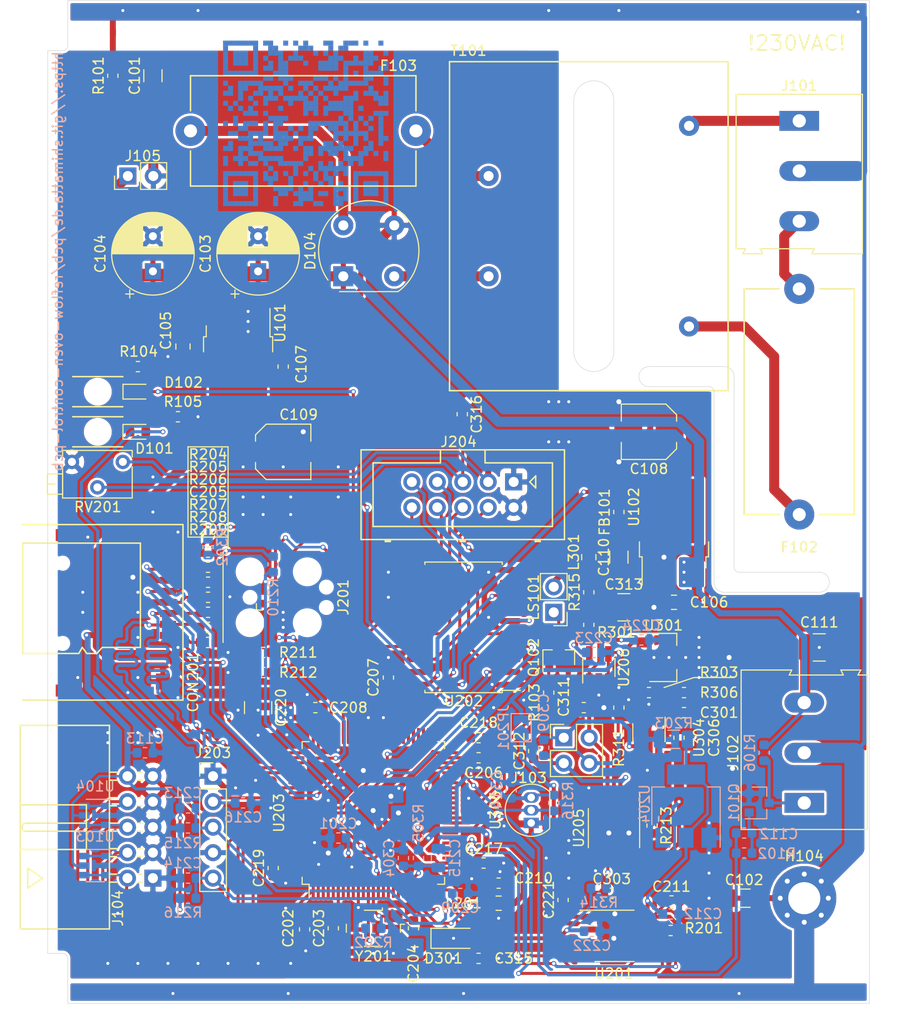
<source format=kicad_pcb>
(kicad_pcb (version 20171130) (host pcbnew 5.1.5)

  (general
    (thickness 1.6)
    (drawings 45)
    (tracks 1839)
    (zones 0)
    (modules 122)
    (nets 131)
  )

  (page A4)
  (layers
    (0 F.Cu signal)
    (31 B.Cu signal)
    (32 B.Adhes user)
    (33 F.Adhes user)
    (34 B.Paste user)
    (35 F.Paste user)
    (36 B.SilkS user)
    (37 F.SilkS user)
    (38 B.Mask user)
    (39 F.Mask user)
    (40 Dwgs.User user)
    (41 Cmts.User user)
    (42 Eco1.User user)
    (43 Eco2.User user)
    (44 Edge.Cuts user)
    (45 Margin user)
    (46 B.CrtYd user)
    (47 F.CrtYd user)
    (48 B.Fab user hide)
    (49 F.Fab user)
  )

  (setup
    (last_trace_width 0.25)
    (user_trace_width 0.3)
    (user_trace_width 0.4)
    (user_trace_width 0.6)
    (user_trace_width 1)
    (user_trace_width 2)
    (trace_clearance 0.2)
    (zone_clearance 0.25)
    (zone_45_only no)
    (trace_min 0.21)
    (via_size 0.5)
    (via_drill 0.3)
    (via_min_size 0.4)
    (via_min_drill 0.3)
    (user_via 0.9 0.5)
    (uvia_size 0.3)
    (uvia_drill 0.1)
    (uvias_allowed no)
    (uvia_min_size 0.2)
    (uvia_min_drill 0.1)
    (edge_width 0.05)
    (segment_width 0.2)
    (pcb_text_width 0.3)
    (pcb_text_size 1.5 1.5)
    (mod_edge_width 0.12)
    (mod_text_size 1 1)
    (mod_text_width 0.15)
    (pad_size 0.7874 0.7874)
    (pad_drill 0)
    (pad_to_mask_clearance 0.051)
    (solder_mask_min_width 0.25)
    (aux_axis_origin 13 13)
    (grid_origin 13 13)
    (visible_elements FFFFFF7F)
    (pcbplotparams
      (layerselection 0x010fc_ffffffff)
      (usegerberextensions false)
      (usegerberattributes false)
      (usegerberadvancedattributes false)
      (creategerberjobfile false)
      (excludeedgelayer true)
      (linewidth 0.100000)
      (plotframeref false)
      (viasonmask false)
      (mode 1)
      (useauxorigin false)
      (hpglpennumber 1)
      (hpglpenspeed 20)
      (hpglpendiameter 15.000000)
      (psnegative false)
      (psa4output false)
      (plotreference true)
      (plotvalue true)
      (plotinvisibletext false)
      (padsonsilk false)
      (subtractmaskfromsilk false)
      (outputformat 1)
      (mirror false)
      (drillshape 1)
      (scaleselection 1)
      (outputdirectory ""))
  )

  (net 0 "")
  (net 1 Earth)
  (net 2 GND)
  (net 3 +8V)
  (net 4 +3V3)
  (net 5 +5V)
  (net 6 "Net-(C112-Pad2)")
  (net 7 "Net-(C203-Pad1)")
  (net 8 "Net-(C204-Pad1)")
  (net 9 "Net-(C206-Pad1)")
  (net 10 "Net-(C208-Pad1)")
  (net 11 /Controller/ENC1)
  (net 12 /Controller/ENC2)
  (net 13 /Controller/VREF)
  (net 14 /Controller/SW1)
  (net 15 "Net-(C301-Pad1)")
  (net 16 +5VA)
  (net 17 /Frontend/FORCE+)
  (net 18 /Frontend/FORCE-)
  (net 19 /Frontend/SENS+)
  (net 20 /Frontend/SENS-)
  (net 21 /Controller/SDIO_D1)
  (net 22 /Controller/SDIO_D0)
  (net 23 /Controller/SDIO_CLK)
  (net 24 /Controller/SDIO_CMD)
  (net 25 /Controller/SDIO_D3)
  (net 26 /Controller/SDIO_D2)
  (net 27 "Net-(D101-Pad1)")
  (net 28 "Net-(D102-Pad1)")
  (net 29 "Net-(D104-Pad4)")
  (net 30 "Net-(D104-Pad2)")
  (net 31 /Controller/TEMP_IN)
  (net 32 /L_Trafo)
  (net 33 /L_IN)
  (net 34 "Net-(F103-Pad2)")
  (net 35 /N_IN)
  (net 36 "Net-(J102-Pad1)")
  (net 37 /DIGIO3)
  (net 38 /DIGIO2)
  (net 39 /DIGIO1)
  (net 40 /DIGIO0)
  (net 41 /Controller/SWDIO)
  (net 42 /Controller/SWCLK)
  (net 43 "Net-(J201-Pad5)")
  (net 44 "Net-(J201-Pad6)")
  (net 45 /Controller/PC_RX)
  (net 46 "Net-(J201-Pad8)")
  (net 47 /Controller/PC_TX)
  (net 48 /Controller/~RST)
  (net 49 "Net-(L301-Pad2)")
  (net 50 "Net-(LS101-Pad1)")
  (net 51 "Net-(Q102-Pad1)")
  (net 52 /Controller/LCD_VO)
  (net 53 "Net-(U202-Pad2)")
  (net 54 "Net-(U202-Pad4)")
  (net 55 "Net-(U202-Pad6)")
  (net 56 "Net-(U202-Pad7)")
  (net 57 "Net-(U202-Pad8)")
  (net 58 "Net-(U202-Pad9)")
  (net 59 "Net-(U202-Pad15)")
  (net 60 "Net-(U202-Pad17)")
  (net 61 "Net-(U203-Pad2)")
  (net 62 "Net-(U203-Pad3)")
  (net 63 "Net-(U203-Pad4)")
  (net 64 "Net-(U203-Pad5)")
  (net 65 "Net-(U203-Pad7)")
  (net 66 "Net-(U203-Pad8)")
  (net 67 "Net-(U203-Pad9)")
  (net 68 "Net-(U203-Pad15)")
  (net 69 "Net-(U203-Pad16)")
  (net 70 "Net-(U203-Pad17)")
  (net 71 "Net-(U203-Pad18)")
  (net 72 "Net-(U203-Pad26)")
  (net 73 "Net-(U203-Pad29)")
  (net 74 "Net-(U203-Pad32)")
  (net 75 "Net-(U203-Pad33)")
  (net 76 "Net-(U203-Pad38)")
  (net 77 "Net-(U203-Pad39)")
  (net 78 "Net-(U203-Pad40)")
  (net 79 "Net-(U203-Pad41)")
  (net 80 "Net-(U203-Pad42)")
  (net 81 "Net-(U203-Pad43)")
  (net 82 "Net-(U203-Pad44)")
  (net 83 "Net-(U203-Pad45)")
  (net 84 "Net-(U203-Pad46)")
  (net 85 "Net-(U203-Pad51)")
  (net 86 "Net-(U203-Pad52)")
  (net 87 "Net-(U203-Pad53)")
  (net 88 "Net-(U203-Pad54)")
  (net 89 "Net-(U203-Pad59)")
  (net 90 "Net-(U203-Pad60)")
  (net 91 "Net-(U203-Pad61)")
  (net 92 "Net-(U203-Pad62)")
  (net 93 "Net-(U203-Pad63)")
  (net 94 "Net-(U203-Pad64)")
  (net 95 "Net-(U203-Pad70)")
  (net 96 "Net-(U203-Pad71)")
  (net 97 "Net-(U203-Pad77)")
  (net 98 "Net-(U203-Pad81)")
  (net 99 "Net-(U203-Pad82)")
  (net 100 "Net-(U203-Pad84)")
  (net 101 "Net-(U203-Pad86)")
  (net 102 "Net-(U203-Pad95)")
  (net 103 "Net-(U203-Pad96)")
  (net 104 "Net-(U203-Pad97)")
  (net 105 "Net-(U203-Pad98)")
  (net 106 /Controller/LCD_RS)
  (net 107 /Controller/LCD_EN)
  (net 108 /Controller/LCD_D3)
  (net 109 /Controller/LCD_D0)
  (net 110 /Controller/LCD_D2)
  (net 111 /Controller/LCD_D1)
  (net 112 "Net-(U203-Pad34)")
  (net 113 /Controller/FRONTEND_TEMP)
  (net 114 /OUT0)
  (net 115 /OUT3)
  (net 116 /OUT2)
  (net 117 /OUT1)
  (net 118 /Controller/VDDA)
  (net 119 /Frontend/ADC_VDD)
  (net 120 /Frontend/ADC_CS)
  (net 121 /Frontend/ADC_SCK)
  (net 122 /Frontend/ADC_SDO)
  (net 123 +5VL)
  (net 124 "Net-(R213-Pad1)")
  (net 125 "Net-(R213-Pad2)")
  (net 126 "Net-(R314-Pad2)")
  (net 127 "Net-(C224-Pad2)")
  (net 128 /Frontend/VREF_ADC)
  (net 129 "Net-(C221-Pad2)")
  (net 130 /Controller/CARD_DETECT)

  (net_class Default "This is the default net class."
    (clearance 0.2)
    (trace_width 0.25)
    (via_dia 0.5)
    (via_drill 0.3)
    (uvia_dia 0.3)
    (uvia_drill 0.1)
    (diff_pair_width 0.21)
    (diff_pair_gap 0.25)
    (add_net +3V3)
    (add_net +5V)
    (add_net +5VA)
    (add_net +5VL)
    (add_net +8V)
    (add_net /Controller/CARD_DETECT)
    (add_net /Controller/ENC1)
    (add_net /Controller/ENC2)
    (add_net /Controller/FRONTEND_TEMP)
    (add_net /Controller/LCD_D0)
    (add_net /Controller/LCD_D1)
    (add_net /Controller/LCD_D2)
    (add_net /Controller/LCD_D3)
    (add_net /Controller/LCD_EN)
    (add_net /Controller/LCD_RS)
    (add_net /Controller/LCD_VO)
    (add_net /Controller/PC_RX)
    (add_net /Controller/PC_TX)
    (add_net /Controller/SDIO_CLK)
    (add_net /Controller/SDIO_CMD)
    (add_net /Controller/SDIO_D0)
    (add_net /Controller/SDIO_D1)
    (add_net /Controller/SDIO_D2)
    (add_net /Controller/SDIO_D3)
    (add_net /Controller/SW1)
    (add_net /Controller/SWCLK)
    (add_net /Controller/SWDIO)
    (add_net /Controller/TEMP_IN)
    (add_net /Controller/VDDA)
    (add_net /Controller/VREF)
    (add_net /Controller/~RST)
    (add_net /DIGIO0)
    (add_net /DIGIO1)
    (add_net /DIGIO2)
    (add_net /DIGIO3)
    (add_net /Frontend/ADC_CS)
    (add_net /Frontend/ADC_SCK)
    (add_net /Frontend/ADC_SDO)
    (add_net /Frontend/ADC_VDD)
    (add_net /Frontend/FORCE+)
    (add_net /Frontend/FORCE-)
    (add_net /Frontend/SENS+)
    (add_net /Frontend/SENS-)
    (add_net /Frontend/VREF_ADC)
    (add_net /OUT0)
    (add_net /OUT1)
    (add_net /OUT2)
    (add_net /OUT3)
    (add_net Earth)
    (add_net GND)
    (add_net "Net-(C112-Pad2)")
    (add_net "Net-(C203-Pad1)")
    (add_net "Net-(C204-Pad1)")
    (add_net "Net-(C206-Pad1)")
    (add_net "Net-(C208-Pad1)")
    (add_net "Net-(C221-Pad2)")
    (add_net "Net-(C224-Pad2)")
    (add_net "Net-(C301-Pad1)")
    (add_net "Net-(D101-Pad1)")
    (add_net "Net-(D102-Pad1)")
    (add_net "Net-(D104-Pad2)")
    (add_net "Net-(D104-Pad4)")
    (add_net "Net-(F103-Pad2)")
    (add_net "Net-(J102-Pad1)")
    (add_net "Net-(J201-Pad5)")
    (add_net "Net-(J201-Pad6)")
    (add_net "Net-(J201-Pad8)")
    (add_net "Net-(L301-Pad2)")
    (add_net "Net-(LS101-Pad1)")
    (add_net "Net-(Q102-Pad1)")
    (add_net "Net-(R213-Pad1)")
    (add_net "Net-(R213-Pad2)")
    (add_net "Net-(R314-Pad2)")
    (add_net "Net-(U202-Pad15)")
    (add_net "Net-(U202-Pad17)")
    (add_net "Net-(U202-Pad2)")
    (add_net "Net-(U202-Pad4)")
    (add_net "Net-(U202-Pad6)")
    (add_net "Net-(U202-Pad7)")
    (add_net "Net-(U202-Pad8)")
    (add_net "Net-(U202-Pad9)")
    (add_net "Net-(U203-Pad15)")
    (add_net "Net-(U203-Pad16)")
    (add_net "Net-(U203-Pad17)")
    (add_net "Net-(U203-Pad18)")
    (add_net "Net-(U203-Pad2)")
    (add_net "Net-(U203-Pad26)")
    (add_net "Net-(U203-Pad29)")
    (add_net "Net-(U203-Pad3)")
    (add_net "Net-(U203-Pad32)")
    (add_net "Net-(U203-Pad33)")
    (add_net "Net-(U203-Pad34)")
    (add_net "Net-(U203-Pad38)")
    (add_net "Net-(U203-Pad39)")
    (add_net "Net-(U203-Pad4)")
    (add_net "Net-(U203-Pad40)")
    (add_net "Net-(U203-Pad41)")
    (add_net "Net-(U203-Pad42)")
    (add_net "Net-(U203-Pad43)")
    (add_net "Net-(U203-Pad44)")
    (add_net "Net-(U203-Pad45)")
    (add_net "Net-(U203-Pad46)")
    (add_net "Net-(U203-Pad5)")
    (add_net "Net-(U203-Pad51)")
    (add_net "Net-(U203-Pad52)")
    (add_net "Net-(U203-Pad53)")
    (add_net "Net-(U203-Pad54)")
    (add_net "Net-(U203-Pad59)")
    (add_net "Net-(U203-Pad60)")
    (add_net "Net-(U203-Pad61)")
    (add_net "Net-(U203-Pad62)")
    (add_net "Net-(U203-Pad63)")
    (add_net "Net-(U203-Pad64)")
    (add_net "Net-(U203-Pad7)")
    (add_net "Net-(U203-Pad70)")
    (add_net "Net-(U203-Pad71)")
    (add_net "Net-(U203-Pad77)")
    (add_net "Net-(U203-Pad8)")
    (add_net "Net-(U203-Pad81)")
    (add_net "Net-(U203-Pad82)")
    (add_net "Net-(U203-Pad84)")
    (add_net "Net-(U203-Pad86)")
    (add_net "Net-(U203-Pad9)")
    (add_net "Net-(U203-Pad95)")
    (add_net "Net-(U203-Pad96)")
    (add_net "Net-(U203-Pad97)")
    (add_net "Net-(U203-Pad98)")
  )

  (net_class HV ""
    (clearance 2.5)
    (trace_width 1)
    (via_dia 0.5)
    (via_drill 0.3)
    (uvia_dia 0.3)
    (uvia_drill 0.1)
    (diff_pair_width 0.21)
    (diff_pair_gap 0.25)
    (add_net /L_IN)
    (add_net /L_Trafo)
    (add_net /N_IN)
  )

  (module shimatta_smd:MCC-SDMICRO3-112J-TDAR-R01 (layer F.Cu) (tedit 5E0F7980) (tstamp 5DEF124A)
    (at 28 67.5 270)
    (path /5D77EC9D/5DB776DE)
    (fp_text reference CON201 (at 13.5 -2.5 90) (layer F.SilkS)
      (effects (font (size 1 1) (thickness 0.15)))
    )
    (fp_text value Micro_SD (at 7.25 -2.25 90) (layer F.Fab)
      (effects (font (size 1 1) (thickness 0.15)))
    )
    (fp_line (start -0.4 14.5) (end -0.4 13.8) (layer F.Fab) (width 0.12))
    (fp_line (start 13.8 1.5) (end 13.8 14.5) (layer F.Fab) (width 0.12))
    (fp_line (start 12.4 1.5) (end 13.8 1.5) (layer F.Fab) (width 0.12))
    (fp_line (start 12.4 1) (end 12.4 1.5) (layer F.Fab) (width 0.12))
    (fp_line (start 13.8 1) (end 12.4 1) (layer F.Fab) (width 0.12))
    (fp_line (start 13.8 0) (end 13.8 1) (layer F.Fab) (width 0.12))
    (fp_line (start -0.7 0) (end 13.8 0) (layer F.Fab) (width 0.12))
    (fp_line (start -0.7 13.8) (end -0.7 0) (layer F.Fab) (width 0.12))
    (fp_line (start 7.7 13.8) (end -0.7 13.8) (layer F.Fab) (width 0.12))
    (fp_line (start 9.5 14.5) (end 7.7 13.8) (layer F.Fab) (width 0.12))
    (fp_line (start 13.8 14.5) (end 9.5 14.5) (layer F.Fab) (width 0.12))
    (fp_text user Inserted (at 8.1 16.4 90) (layer F.Fab)
      (effects (font (size 0.25 0.25) (thickness 0.05)))
    )
    (fp_line (start -0.4 15.5) (end -0.4 14.5) (layer F.Fab) (width 0.12))
    (fp_line (start 0.8 16.7) (end 9.4 16.7) (layer F.Fab) (width 0.12))
    (fp_arc (start 0.8 15.5) (end -0.4 15.5) (angle -90) (layer F.Fab) (width 0.12))
    (fp_line (start 10.6 15.5) (end 10.6 14.5) (layer F.Fab) (width 0.12))
    (fp_arc (start 9.4 15.5) (end 9.4 16.7) (angle -90) (layer F.Fab) (width 0.12))
    (fp_text user Push-in (at 8.1 15.4 90) (layer F.Fab)
      (effects (font (size 0.25 0.25) (thickness 0.05)))
    )
    (fp_line (start 0.8 15.7) (end 9.4 15.7) (layer F.Fab) (width 0.12))
    (fp_arc (start 0.8 14.5) (end -0.4 14.5) (angle -90) (layer F.Fab) (width 0.12))
    (fp_arc (start 9.4 14.5) (end 9.4 15.7) (angle -90) (layer F.Fab) (width 0.12))
    (fp_line (start -2.25 14.5) (end -2.25 -1.5) (layer F.CrtYd) (width 0.15))
    (fp_line (start 15.25 14.5) (end -2.25 14.5) (layer F.CrtYd) (width 0.15))
    (fp_line (start 15.25 -1.5) (end 15.25 14.5) (layer F.CrtYd) (width 0.15))
    (fp_line (start -2.25 -1.5) (end 15.25 -1.5) (layer F.CrtYd) (width 0.15))
    (fp_line (start -0.4 2.75) (end -0.4 14.5) (layer F.SilkS) (width 0.15))
    (fp_line (start 0.75 2.75) (end -0.4 2.75) (layer F.SilkS) (width 0.15))
    (fp_line (start 10 2.75) (end 0.75 2.75) (layer F.SilkS) (width 0.15))
    (fp_line (start 10 6.55) (end 10 2.75) (layer F.SilkS) (width 0.15))
    (fp_line (start 10.6 7.1) (end 10 6.55) (layer F.SilkS) (width 0.15))
    (fp_line (start 10.6 8.1) (end 10.6 7.1) (layer F.SilkS) (width 0.15))
    (fp_line (start 10 8.55) (end 10.6 8.1) (layer F.SilkS) (width 0.15))
    (fp_line (start 10.6 8.9) (end 10 8.55) (layer F.SilkS) (width 0.15))
    (fp_line (start 10.6 14.5) (end 10.6 8.9) (layer F.SilkS) (width 0.15))
    (fp_line (start -0.4 14.5) (end 10.6 14.5) (layer F.SilkS) (width 0.15))
    (fp_line (start -2.25 14.5) (end -2.25 11.25) (layer F.SilkS) (width 0.15))
    (fp_line (start 15.25 -1.5) (end 15.25 14.5) (layer F.SilkS) (width 0.15))
    (fp_line (start -2.25 -1.5) (end 15.25 -1.5) (layer F.SilkS) (width 0.15))
    (fp_line (start -2.25 -1.25) (end -2.25 -1.5) (layer F.SilkS) (width 0.15))
    (fp_line (start -2.25 11.25) (end -2.25 -1.25) (layer F.SilkS) (width 0.15))
    (fp_line (start 9.6 4) (end 9.6 6) (layer F.CrtYd) (width 0.15))
    (fp_line (start 0.6 4) (end 9.6 4) (layer F.CrtYd) (width 0.15))
    (fp_line (start 0.6 6) (end 0.6 4) (layer F.CrtYd) (width 0.15))
    (fp_line (start 9.6 6) (end 0.6 6) (layer F.CrtYd) (width 0.15))
    (pad 11 smd rect (at 14.3 10.1 270) (size 1.2 2.2) (layers F.Cu F.Paste F.Mask)
      (net 2 GND))
    (pad "" np_thru_hole circle (at 9.6 10.5 270) (size 1 1) (drill 1) (layers *.Cu *.Mask))
    (pad "" np_thru_hole circle (at 1.6 10.5 270) (size 1 1) (drill 1) (layers *.Cu *.Mask))
    (pad 12 smd rect (at -1.2 10.1 270) (size 1.2 2.2) (layers F.Cu F.Paste F.Mask)
      (net 2 GND))
    (pad 13 smd rect (at -1.2 0.5 270) (size 1.2 1.4) (layers F.Cu F.Paste F.Mask)
      (net 2 GND))
    (pad 10 smd rect (at 13.4 0.5 270) (size 1.6 1.4) (layers F.Cu F.Paste F.Mask)
      (net 2 GND))
    (pad 1 smd rect (at 8.8 0 270) (size 0.7 1.6) (layers F.Cu F.Paste F.Mask)
      (net 26 /Controller/SDIO_D2))
    (pad 2 smd rect (at 7.7 0 270) (size 0.7 1.6) (layers F.Cu F.Paste F.Mask)
      (net 25 /Controller/SDIO_D3))
    (pad 3 smd rect (at 6.6 0 270) (size 0.7 1.6) (layers F.Cu F.Paste F.Mask)
      (net 24 /Controller/SDIO_CMD))
    (pad 4 smd rect (at 5.5 0 270) (size 0.7 1.6) (layers F.Cu F.Paste F.Mask)
      (net 4 +3V3))
    (pad 5 smd rect (at 4.4 0 270) (size 0.7 1.6) (layers F.Cu F.Paste F.Mask)
      (net 23 /Controller/SDIO_CLK))
    (pad 6 smd rect (at 3.3 0 270) (size 0.7 1.6) (layers F.Cu F.Paste F.Mask)
      (net 2 GND))
    (pad 7 smd rect (at 2.2 0 270) (size 0.7 1.6) (layers F.Cu F.Paste F.Mask)
      (net 22 /Controller/SDIO_D0))
    (pad 8 smd rect (at 1.1 0 270) (size 0.7 1.6) (layers F.Cu F.Paste F.Mask)
      (net 21 /Controller/SDIO_D1))
    (pad 9 smd rect (at 0 0 270) (size 0.7 1.6) (layers F.Cu F.Paste F.Mask)
      (net 130 /Controller/CARD_DETECT))
  )

  (module proz_unknown:1271.1001 (layer F.Cu) (tedit 5C192637) (tstamp 5E0E4506)
    (at 21 56 180)
    (path /5E220866)
    (fp_text reference FID102 (at 0.5 8) (layer F.SilkS) hide
      (effects (font (size 1 1) (thickness 0.15)))
    )
    (fp_text value LightGuide (at 4.1 -2.5) (layer F.Fab) hide
      (effects (font (size 1 1) (thickness 0.15)))
    )
    (fp_line (start -1.8 1.2) (end -1.8 -1.2) (layer F.CrtYd) (width 0.12))
    (fp_line (start -6 1.2) (end -1.8 1.2) (layer F.CrtYd) (width 0.12))
    (fp_line (start -6 -1.2) (end -6 1.2) (layer F.CrtYd) (width 0.12))
    (fp_line (start -1.8 -1.2) (end -6 -1.2) (layer F.CrtYd) (width 0.12))
    (fp_line (start -1.5 1.5) (end -1.5 -1.5) (layer F.CrtYd) (width 0.12))
    (fp_line (start 1.5 -1.5) (end 1.5 1.5) (layer F.CrtYd) (width 0.12))
    (fp_line (start -6.3 -1.5) (end -6.3 1.5) (layer F.CrtYd) (width 0.12))
    (fp_line (start 8.1 -1.5) (end -6.3 -1.5) (layer F.CrtYd) (width 0.12))
    (fp_line (start 8.1 1.5) (end 8.1 -1.5) (layer F.CrtYd) (width 0.12))
    (fp_line (start -6.3 1.5) (end 8.1 1.5) (layer F.CrtYd) (width 0.12))
    (fp_line (start -2.5 -1.5) (end 2.5 -1.5) (layer F.SilkS) (width 0.15))
    (fp_line (start -2.5 1.5) (end 2.5 1.5) (layer F.SilkS) (width 0.15))
    (pad "" np_thru_hole circle (at 0 0 180) (size 2.3 2.3) (drill 2.3) (layers *.Cu *.Mask))
  )

  (module Package_QFP:LQFP-100_14x14mm_P0.5mm (layer F.Cu) (tedit 5C1956D1) (tstamp 5DEF18B5)
    (at 48.5 94 90)
    (descr "LQFP, 100 Pin (https://www.nxp.com/docs/en/package-information/SOT407-1.pdf), generated with kicad-footprint-generator ipc_gullwing_generator.py")
    (tags "LQFP QFP")
    (path /5D77EC9D/5D78060E)
    (attr smd)
    (fp_text reference U203 (at 0 -9.42 90) (layer F.SilkS)
      (effects (font (size 1 1) (thickness 0.15)))
    )
    (fp_text value STM32F407VETx (at 0 9.42 90) (layer F.Fab)
      (effects (font (size 1 1) (thickness 0.15)))
    )
    (fp_line (start 6.41 7.11) (end 7.11 7.11) (layer F.SilkS) (width 0.12))
    (fp_line (start 7.11 7.11) (end 7.11 6.41) (layer F.SilkS) (width 0.12))
    (fp_line (start -6.41 7.11) (end -7.11 7.11) (layer F.SilkS) (width 0.12))
    (fp_line (start -7.11 7.11) (end -7.11 6.41) (layer F.SilkS) (width 0.12))
    (fp_line (start 6.41 -7.11) (end 7.11 -7.11) (layer F.SilkS) (width 0.12))
    (fp_line (start 7.11 -7.11) (end 7.11 -6.41) (layer F.SilkS) (width 0.12))
    (fp_line (start -6.41 -7.11) (end -7.11 -7.11) (layer F.SilkS) (width 0.12))
    (fp_line (start -7.11 -7.11) (end -7.11 -6.41) (layer F.SilkS) (width 0.12))
    (fp_line (start -7.11 -6.41) (end -8.475 -6.41) (layer F.SilkS) (width 0.12))
    (fp_line (start -6 -7) (end 7 -7) (layer F.Fab) (width 0.1))
    (fp_line (start 7 -7) (end 7 7) (layer F.Fab) (width 0.1))
    (fp_line (start 7 7) (end -7 7) (layer F.Fab) (width 0.1))
    (fp_line (start -7 7) (end -7 -6) (layer F.Fab) (width 0.1))
    (fp_line (start -7 -6) (end -6 -7) (layer F.Fab) (width 0.1))
    (fp_line (start 0 -8.72) (end -6.4 -8.72) (layer F.CrtYd) (width 0.05))
    (fp_line (start -6.4 -8.72) (end -6.4 -7.25) (layer F.CrtYd) (width 0.05))
    (fp_line (start -6.4 -7.25) (end -7.25 -7.25) (layer F.CrtYd) (width 0.05))
    (fp_line (start -7.25 -7.25) (end -7.25 -6.4) (layer F.CrtYd) (width 0.05))
    (fp_line (start -7.25 -6.4) (end -8.72 -6.4) (layer F.CrtYd) (width 0.05))
    (fp_line (start -8.72 -6.4) (end -8.72 0) (layer F.CrtYd) (width 0.05))
    (fp_line (start 0 -8.72) (end 6.4 -8.72) (layer F.CrtYd) (width 0.05))
    (fp_line (start 6.4 -8.72) (end 6.4 -7.25) (layer F.CrtYd) (width 0.05))
    (fp_line (start 6.4 -7.25) (end 7.25 -7.25) (layer F.CrtYd) (width 0.05))
    (fp_line (start 7.25 -7.25) (end 7.25 -6.4) (layer F.CrtYd) (width 0.05))
    (fp_line (start 7.25 -6.4) (end 8.72 -6.4) (layer F.CrtYd) (width 0.05))
    (fp_line (start 8.72 -6.4) (end 8.72 0) (layer F.CrtYd) (width 0.05))
    (fp_line (start 0 8.72) (end -6.4 8.72) (layer F.CrtYd) (width 0.05))
    (fp_line (start -6.4 8.72) (end -6.4 7.25) (layer F.CrtYd) (width 0.05))
    (fp_line (start -6.4 7.25) (end -7.25 7.25) (layer F.CrtYd) (width 0.05))
    (fp_line (start -7.25 7.25) (end -7.25 6.4) (layer F.CrtYd) (width 0.05))
    (fp_line (start -7.25 6.4) (end -8.72 6.4) (layer F.CrtYd) (width 0.05))
    (fp_line (start -8.72 6.4) (end -8.72 0) (layer F.CrtYd) (width 0.05))
    (fp_line (start 0 8.72) (end 6.4 8.72) (layer F.CrtYd) (width 0.05))
    (fp_line (start 6.4 8.72) (end 6.4 7.25) (layer F.CrtYd) (width 0.05))
    (fp_line (start 6.4 7.25) (end 7.25 7.25) (layer F.CrtYd) (width 0.05))
    (fp_line (start 7.25 7.25) (end 7.25 6.4) (layer F.CrtYd) (width 0.05))
    (fp_line (start 7.25 6.4) (end 8.72 6.4) (layer F.CrtYd) (width 0.05))
    (fp_line (start 8.72 6.4) (end 8.72 0) (layer F.CrtYd) (width 0.05))
    (fp_text user %R (at 0 0 90) (layer F.Fab)
      (effects (font (size 1 1) (thickness 0.15)))
    )
    (pad 1 smd roundrect (at -7.675 -6 90) (size 1.6 0.3) (layers F.Cu F.Paste F.Mask) (roundrect_rratio 0.25)
      (net 120 /Frontend/ADC_CS))
    (pad 2 smd roundrect (at -7.675 -5.5 90) (size 1.6 0.3) (layers F.Cu F.Paste F.Mask) (roundrect_rratio 0.25)
      (net 61 "Net-(U203-Pad2)"))
    (pad 3 smd roundrect (at -7.675 -5 90) (size 1.6 0.3) (layers F.Cu F.Paste F.Mask) (roundrect_rratio 0.25)
      (net 62 "Net-(U203-Pad3)"))
    (pad 4 smd roundrect (at -7.675 -4.5 90) (size 1.6 0.3) (layers F.Cu F.Paste F.Mask) (roundrect_rratio 0.25)
      (net 63 "Net-(U203-Pad4)"))
    (pad 5 smd roundrect (at -7.675 -4 90) (size 1.6 0.3) (layers F.Cu F.Paste F.Mask) (roundrect_rratio 0.25)
      (net 64 "Net-(U203-Pad5)"))
    (pad 6 smd roundrect (at -7.675 -3.5 90) (size 1.6 0.3) (layers F.Cu F.Paste F.Mask) (roundrect_rratio 0.25)
      (net 4 +3V3))
    (pad 7 smd roundrect (at -7.675 -3 90) (size 1.6 0.3) (layers F.Cu F.Paste F.Mask) (roundrect_rratio 0.25)
      (net 65 "Net-(U203-Pad7)"))
    (pad 8 smd roundrect (at -7.675 -2.5 90) (size 1.6 0.3) (layers F.Cu F.Paste F.Mask) (roundrect_rratio 0.25)
      (net 66 "Net-(U203-Pad8)"))
    (pad 9 smd roundrect (at -7.675 -2 90) (size 1.6 0.3) (layers F.Cu F.Paste F.Mask) (roundrect_rratio 0.25)
      (net 67 "Net-(U203-Pad9)"))
    (pad 10 smd roundrect (at -7.675 -1.5 90) (size 1.6 0.3) (layers F.Cu F.Paste F.Mask) (roundrect_rratio 0.25)
      (net 2 GND))
    (pad 11 smd roundrect (at -7.675 -1 90) (size 1.6 0.3) (layers F.Cu F.Paste F.Mask) (roundrect_rratio 0.25)
      (net 4 +3V3))
    (pad 12 smd roundrect (at -7.675 -0.5 90) (size 1.6 0.3) (layers F.Cu F.Paste F.Mask) (roundrect_rratio 0.25)
      (net 7 "Net-(C203-Pad1)"))
    (pad 13 smd roundrect (at -7.675 0 90) (size 1.6 0.3) (layers F.Cu F.Paste F.Mask) (roundrect_rratio 0.25)
      (net 8 "Net-(C204-Pad1)"))
    (pad 14 smd roundrect (at -7.675 0.5 90) (size 1.6 0.3) (layers F.Cu F.Paste F.Mask) (roundrect_rratio 0.25)
      (net 48 /Controller/~RST))
    (pad 15 smd roundrect (at -7.675 1 90) (size 1.6 0.3) (layers F.Cu F.Paste F.Mask) (roundrect_rratio 0.25)
      (net 68 "Net-(U203-Pad15)"))
    (pad 16 smd roundrect (at -7.675 1.5 90) (size 1.6 0.3) (layers F.Cu F.Paste F.Mask) (roundrect_rratio 0.25)
      (net 69 "Net-(U203-Pad16)"))
    (pad 17 smd roundrect (at -7.675 2 90) (size 1.6 0.3) (layers F.Cu F.Paste F.Mask) (roundrect_rratio 0.25)
      (net 70 "Net-(U203-Pad17)"))
    (pad 18 smd roundrect (at -7.675 2.5 90) (size 1.6 0.3) (layers F.Cu F.Paste F.Mask) (roundrect_rratio 0.25)
      (net 71 "Net-(U203-Pad18)"))
    (pad 19 smd roundrect (at -7.675 3 90) (size 1.6 0.3) (layers F.Cu F.Paste F.Mask) (roundrect_rratio 0.25)
      (net 4 +3V3))
    (pad 20 smd roundrect (at -7.675 3.5 90) (size 1.6 0.3) (layers F.Cu F.Paste F.Mask) (roundrect_rratio 0.25)
      (net 2 GND))
    (pad 21 smd roundrect (at -7.675 4 90) (size 1.6 0.3) (layers F.Cu F.Paste F.Mask) (roundrect_rratio 0.25)
      (net 13 /Controller/VREF))
    (pad 22 smd roundrect (at -7.675 4.5 90) (size 1.6 0.3) (layers F.Cu F.Paste F.Mask) (roundrect_rratio 0.25)
      (net 118 /Controller/VDDA))
    (pad 23 smd roundrect (at -7.675 5 90) (size 1.6 0.3) (layers F.Cu F.Paste F.Mask) (roundrect_rratio 0.25)
      (net 11 /Controller/ENC1))
    (pad 24 smd roundrect (at -7.675 5.5 90) (size 1.6 0.3) (layers F.Cu F.Paste F.Mask) (roundrect_rratio 0.25)
      (net 12 /Controller/ENC2))
    (pad 25 smd roundrect (at -7.675 6 90) (size 1.6 0.3) (layers F.Cu F.Paste F.Mask) (roundrect_rratio 0.25)
      (net 31 /Controller/TEMP_IN))
    (pad 26 smd roundrect (at -6 7.675 90) (size 0.3 1.6) (layers F.Cu F.Paste F.Mask) (roundrect_rratio 0.25)
      (net 72 "Net-(U203-Pad26)"))
    (pad 27 smd roundrect (at -5.5 7.675 90) (size 0.3 1.6) (layers F.Cu F.Paste F.Mask) (roundrect_rratio 0.25)
      (net 2 GND))
    (pad 28 smd roundrect (at -5 7.675 90) (size 0.3 1.6) (layers F.Cu F.Paste F.Mask) (roundrect_rratio 0.25)
      (net 4 +3V3))
    (pad 29 smd roundrect (at -4.5 7.675 90) (size 0.3 1.6) (layers F.Cu F.Paste F.Mask) (roundrect_rratio 0.25)
      (net 73 "Net-(U203-Pad29)"))
    (pad 30 smd roundrect (at -4 7.675 90) (size 0.3 1.6) (layers F.Cu F.Paste F.Mask) (roundrect_rratio 0.25)
      (net 121 /Frontend/ADC_SCK))
    (pad 31 smd roundrect (at -3.5 7.675 90) (size 0.3 1.6) (layers F.Cu F.Paste F.Mask) (roundrect_rratio 0.25)
      (net 122 /Frontend/ADC_SDO))
    (pad 32 smd roundrect (at -3 7.675 90) (size 0.3 1.6) (layers F.Cu F.Paste F.Mask) (roundrect_rratio 0.25)
      (net 74 "Net-(U203-Pad32)"))
    (pad 33 smd roundrect (at -2.5 7.675 90) (size 0.3 1.6) (layers F.Cu F.Paste F.Mask) (roundrect_rratio 0.25)
      (net 75 "Net-(U203-Pad33)"))
    (pad 34 smd roundrect (at -2 7.675 90) (size 0.3 1.6) (layers F.Cu F.Paste F.Mask) (roundrect_rratio 0.25)
      (net 112 "Net-(U203-Pad34)"))
    (pad 35 smd roundrect (at -1.5 7.675 90) (size 0.3 1.6) (layers F.Cu F.Paste F.Mask) (roundrect_rratio 0.25)
      (net 114 /OUT0))
    (pad 36 smd roundrect (at -1 7.675 90) (size 0.3 1.6) (layers F.Cu F.Paste F.Mask) (roundrect_rratio 0.25)
      (net 117 /OUT1))
    (pad 37 smd roundrect (at -0.5 7.675 90) (size 0.3 1.6) (layers F.Cu F.Paste F.Mask) (roundrect_rratio 0.25)
      (net 116 /OUT2))
    (pad 38 smd roundrect (at 0 7.675 90) (size 0.3 1.6) (layers F.Cu F.Paste F.Mask) (roundrect_rratio 0.25)
      (net 76 "Net-(U203-Pad38)"))
    (pad 39 smd roundrect (at 0.5 7.675 90) (size 0.3 1.6) (layers F.Cu F.Paste F.Mask) (roundrect_rratio 0.25)
      (net 77 "Net-(U203-Pad39)"))
    (pad 40 smd roundrect (at 1 7.675 90) (size 0.3 1.6) (layers F.Cu F.Paste F.Mask) (roundrect_rratio 0.25)
      (net 78 "Net-(U203-Pad40)"))
    (pad 41 smd roundrect (at 1.5 7.675 90) (size 0.3 1.6) (layers F.Cu F.Paste F.Mask) (roundrect_rratio 0.25)
      (net 79 "Net-(U203-Pad41)"))
    (pad 42 smd roundrect (at 2 7.675 90) (size 0.3 1.6) (layers F.Cu F.Paste F.Mask) (roundrect_rratio 0.25)
      (net 80 "Net-(U203-Pad42)"))
    (pad 43 smd roundrect (at 2.5 7.675 90) (size 0.3 1.6) (layers F.Cu F.Paste F.Mask) (roundrect_rratio 0.25)
      (net 81 "Net-(U203-Pad43)"))
    (pad 44 smd roundrect (at 3 7.675 90) (size 0.3 1.6) (layers F.Cu F.Paste F.Mask) (roundrect_rratio 0.25)
      (net 82 "Net-(U203-Pad44)"))
    (pad 45 smd roundrect (at 3.5 7.675 90) (size 0.3 1.6) (layers F.Cu F.Paste F.Mask) (roundrect_rratio 0.25)
      (net 83 "Net-(U203-Pad45)"))
    (pad 46 smd roundrect (at 4 7.675 90) (size 0.3 1.6) (layers F.Cu F.Paste F.Mask) (roundrect_rratio 0.25)
      (net 84 "Net-(U203-Pad46)"))
    (pad 47 smd roundrect (at 4.5 7.675 90) (size 0.3 1.6) (layers F.Cu F.Paste F.Mask) (roundrect_rratio 0.25)
      (net 113 /Controller/FRONTEND_TEMP))
    (pad 48 smd roundrect (at 5 7.675 90) (size 0.3 1.6) (layers F.Cu F.Paste F.Mask) (roundrect_rratio 0.25)
      (net 113 /Controller/FRONTEND_TEMP))
    (pad 49 smd roundrect (at 5.5 7.675 90) (size 0.3 1.6) (layers F.Cu F.Paste F.Mask) (roundrect_rratio 0.25)
      (net 9 "Net-(C206-Pad1)"))
    (pad 50 smd roundrect (at 6 7.675 90) (size 0.3 1.6) (layers F.Cu F.Paste F.Mask) (roundrect_rratio 0.25)
      (net 4 +3V3))
    (pad 51 smd roundrect (at 7.675 6 90) (size 1.6 0.3) (layers F.Cu F.Paste F.Mask) (roundrect_rratio 0.25)
      (net 85 "Net-(U203-Pad51)"))
    (pad 52 smd roundrect (at 7.675 5.5 90) (size 1.6 0.3) (layers F.Cu F.Paste F.Mask) (roundrect_rratio 0.25)
      (net 86 "Net-(U203-Pad52)"))
    (pad 53 smd roundrect (at 7.675 5 90) (size 1.6 0.3) (layers F.Cu F.Paste F.Mask) (roundrect_rratio 0.25)
      (net 87 "Net-(U203-Pad53)"))
    (pad 54 smd roundrect (at 7.675 4.5 90) (size 1.6 0.3) (layers F.Cu F.Paste F.Mask) (roundrect_rratio 0.25)
      (net 88 "Net-(U203-Pad54)"))
    (pad 55 smd roundrect (at 7.675 4 90) (size 1.6 0.3) (layers F.Cu F.Paste F.Mask) (roundrect_rratio 0.25)
      (net 55 "Net-(U202-Pad6)"))
    (pad 56 smd roundrect (at 7.675 3.5 90) (size 1.6 0.3) (layers F.Cu F.Paste F.Mask) (roundrect_rratio 0.25)
      (net 57 "Net-(U202-Pad8)"))
    (pad 57 smd roundrect (at 7.675 3 90) (size 1.6 0.3) (layers F.Cu F.Paste F.Mask) (roundrect_rratio 0.25)
      (net 60 "Net-(U202-Pad17)"))
    (pad 58 smd roundrect (at 7.675 2.5 90) (size 1.6 0.3) (layers F.Cu F.Paste F.Mask) (roundrect_rratio 0.25)
      (net 59 "Net-(U202-Pad15)"))
    (pad 59 smd roundrect (at 7.675 2 90) (size 1.6 0.3) (layers F.Cu F.Paste F.Mask) (roundrect_rratio 0.25)
      (net 89 "Net-(U203-Pad59)"))
    (pad 60 smd roundrect (at 7.675 1.5 90) (size 1.6 0.3) (layers F.Cu F.Paste F.Mask) (roundrect_rratio 0.25)
      (net 90 "Net-(U203-Pad60)"))
    (pad 61 smd roundrect (at 7.675 1 90) (size 1.6 0.3) (layers F.Cu F.Paste F.Mask) (roundrect_rratio 0.25)
      (net 91 "Net-(U203-Pad61)"))
    (pad 62 smd roundrect (at 7.675 0.5 90) (size 1.6 0.3) (layers F.Cu F.Paste F.Mask) (roundrect_rratio 0.25)
      (net 92 "Net-(U203-Pad62)"))
    (pad 63 smd roundrect (at 7.675 0 90) (size 1.6 0.3) (layers F.Cu F.Paste F.Mask) (roundrect_rratio 0.25)
      (net 93 "Net-(U203-Pad63)"))
    (pad 64 smd roundrect (at 7.675 -0.5 90) (size 1.6 0.3) (layers F.Cu F.Paste F.Mask) (roundrect_rratio 0.25)
      (net 94 "Net-(U203-Pad64)"))
    (pad 65 smd roundrect (at 7.675 -1 90) (size 1.6 0.3) (layers F.Cu F.Paste F.Mask) (roundrect_rratio 0.25)
      (net 22 /Controller/SDIO_D0))
    (pad 66 smd roundrect (at 7.675 -1.5 90) (size 1.6 0.3) (layers F.Cu F.Paste F.Mask) (roundrect_rratio 0.25)
      (net 21 /Controller/SDIO_D1))
    (pad 67 smd roundrect (at 7.675 -2 90) (size 1.6 0.3) (layers F.Cu F.Paste F.Mask) (roundrect_rratio 0.25)
      (net 130 /Controller/CARD_DETECT))
    (pad 68 smd roundrect (at 7.675 -2.5 90) (size 1.6 0.3) (layers F.Cu F.Paste F.Mask) (roundrect_rratio 0.25)
      (net 45 /Controller/PC_RX))
    (pad 69 smd roundrect (at 7.675 -3 90) (size 1.6 0.3) (layers F.Cu F.Paste F.Mask) (roundrect_rratio 0.25)
      (net 47 /Controller/PC_TX))
    (pad 70 smd roundrect (at 7.675 -3.5 90) (size 1.6 0.3) (layers F.Cu F.Paste F.Mask) (roundrect_rratio 0.25)
      (net 95 "Net-(U203-Pad70)"))
    (pad 71 smd roundrect (at 7.675 -4 90) (size 1.6 0.3) (layers F.Cu F.Paste F.Mask) (roundrect_rratio 0.25)
      (net 96 "Net-(U203-Pad71)"))
    (pad 72 smd roundrect (at 7.675 -4.5 90) (size 1.6 0.3) (layers F.Cu F.Paste F.Mask) (roundrect_rratio 0.25)
      (net 41 /Controller/SWDIO))
    (pad 73 smd roundrect (at 7.675 -5 90) (size 1.6 0.3) (layers F.Cu F.Paste F.Mask) (roundrect_rratio 0.25)
      (net 10 "Net-(C208-Pad1)"))
    (pad 74 smd roundrect (at 7.675 -5.5 90) (size 1.6 0.3) (layers F.Cu F.Paste F.Mask) (roundrect_rratio 0.25)
      (net 2 GND))
    (pad 75 smd roundrect (at 7.675 -6 90) (size 1.6 0.3) (layers F.Cu F.Paste F.Mask) (roundrect_rratio 0.25)
      (net 4 +3V3))
    (pad 76 smd roundrect (at 6 -7.675 90) (size 0.3 1.6) (layers F.Cu F.Paste F.Mask) (roundrect_rratio 0.25)
      (net 42 /Controller/SWCLK))
    (pad 77 smd roundrect (at 5.5 -7.675 90) (size 0.3 1.6) (layers F.Cu F.Paste F.Mask) (roundrect_rratio 0.25)
      (net 97 "Net-(U203-Pad77)"))
    (pad 78 smd roundrect (at 5 -7.675 90) (size 0.3 1.6) (layers F.Cu F.Paste F.Mask) (roundrect_rratio 0.25)
      (net 26 /Controller/SDIO_D2))
    (pad 79 smd roundrect (at 4.5 -7.675 90) (size 0.3 1.6) (layers F.Cu F.Paste F.Mask) (roundrect_rratio 0.25)
      (net 25 /Controller/SDIO_D3))
    (pad 80 smd roundrect (at 4 -7.675 90) (size 0.3 1.6) (layers F.Cu F.Paste F.Mask) (roundrect_rratio 0.25)
      (net 23 /Controller/SDIO_CLK))
    (pad 81 smd roundrect (at 3.5 -7.675 90) (size 0.3 1.6) (layers F.Cu F.Paste F.Mask) (roundrect_rratio 0.25)
      (net 98 "Net-(U203-Pad81)"))
    (pad 82 smd roundrect (at 3 -7.675 90) (size 0.3 1.6) (layers F.Cu F.Paste F.Mask) (roundrect_rratio 0.25)
      (net 99 "Net-(U203-Pad82)"))
    (pad 83 smd roundrect (at 2.5 -7.675 90) (size 0.3 1.6) (layers F.Cu F.Paste F.Mask) (roundrect_rratio 0.25)
      (net 24 /Controller/SDIO_CMD))
    (pad 84 smd roundrect (at 2 -7.675 90) (size 0.3 1.6) (layers F.Cu F.Paste F.Mask) (roundrect_rratio 0.25)
      (net 100 "Net-(U203-Pad84)"))
    (pad 85 smd roundrect (at 1.5 -7.675 90) (size 0.3 1.6) (layers F.Cu F.Paste F.Mask) (roundrect_rratio 0.25)
      (net 14 /Controller/SW1))
    (pad 86 smd roundrect (at 1 -7.675 90) (size 0.3 1.6) (layers F.Cu F.Paste F.Mask) (roundrect_rratio 0.25)
      (net 101 "Net-(U203-Pad86)"))
    (pad 87 smd roundrect (at 0.5 -7.675 90) (size 0.3 1.6) (layers F.Cu F.Paste F.Mask) (roundrect_rratio 0.25)
      (net 53 "Net-(U202-Pad2)"))
    (pad 88 smd roundrect (at 0 -7.675 90) (size 0.3 1.6) (layers F.Cu F.Paste F.Mask) (roundrect_rratio 0.25)
      (net 54 "Net-(U202-Pad4)"))
    (pad 89 smd roundrect (at -0.5 -7.675 90) (size 0.3 1.6) (layers F.Cu F.Paste F.Mask) (roundrect_rratio 0.25)
      (net 115 /OUT3))
    (pad 90 smd roundrect (at -1 -7.675 90) (size 0.3 1.6) (layers F.Cu F.Paste F.Mask) (roundrect_rratio 0.25)
      (net 40 /DIGIO0))
    (pad 91 smd roundrect (at -1.5 -7.675 90) (size 0.3 1.6) (layers F.Cu F.Paste F.Mask) (roundrect_rratio 0.25)
      (net 39 /DIGIO1))
    (pad 92 smd roundrect (at -2 -7.675 90) (size 0.3 1.6) (layers F.Cu F.Paste F.Mask) (roundrect_rratio 0.25)
      (net 38 /DIGIO2))
    (pad 93 smd roundrect (at -2.5 -7.675 90) (size 0.3 1.6) (layers F.Cu F.Paste F.Mask) (roundrect_rratio 0.25)
      (net 37 /DIGIO3))
    (pad 94 smd roundrect (at -3 -7.675 90) (size 0.3 1.6) (layers F.Cu F.Paste F.Mask) (roundrect_rratio 0.25)
      (net 2 GND))
    (pad 95 smd roundrect (at -3.5 -7.675 90) (size 0.3 1.6) (layers F.Cu F.Paste F.Mask) (roundrect_rratio 0.25)
      (net 102 "Net-(U203-Pad95)"))
    (pad 96 smd roundrect (at -4 -7.675 90) (size 0.3 1.6) (layers F.Cu F.Paste F.Mask) (roundrect_rratio 0.25)
      (net 103 "Net-(U203-Pad96)"))
    (pad 97 smd roundrect (at -4.5 -7.675 90) (size 0.3 1.6) (layers F.Cu F.Paste F.Mask) (roundrect_rratio 0.25)
      (net 104 "Net-(U203-Pad97)"))
    (pad 98 smd roundrect (at -5 -7.675 90) (size 0.3 1.6) (layers F.Cu F.Paste F.Mask) (roundrect_rratio 0.25)
      (net 105 "Net-(U203-Pad98)"))
    (pad 99 smd roundrect (at -5.5 -7.675 90) (size 0.3 1.6) (layers F.Cu F.Paste F.Mask) (roundrect_rratio 0.25)
      (net 2 GND))
    (pad 100 smd roundrect (at -6 -7.675 90) (size 0.3 1.6) (layers F.Cu F.Paste F.Mask) (roundrect_rratio 0.25)
      (net 4 +3V3))
    (model ${KISYS3DMOD}/Package_QFP.3dshapes/LQFP-100_14x14mm_P0.5mm.wrl
      (at (xyz 0 0 0))
      (scale (xyz 1 1 1))
      (rotate (xyz 0 0 0))
    )
  )

  (module Connector_Multicomp:Multicomp_MC9A12-1034_2x05_P2.54mm_Vertical (layer F.Cu) (tedit 5E0DF17F) (tstamp 5E016EF0)
    (at 62.5 61 180)
    (descr http://www.farnell.com/datasheets/1520732.pdf)
    (tags "connector multicomp MC9A MC9A12")
    (path /5D77EC9D/5E102471)
    (fp_text reference J204 (at 5.5 4 180) (layer F.SilkS)
      (effects (font (size 1 1) (thickness 0.15)))
    )
    (fp_text value LCD (at 5.08 5 180) (layer F.Fab)
      (effects (font (size 1 1) (thickness 0.15)))
    )
    (fp_text user %R (at 5.08 -1.27 180) (layer F.Fab)
      (effects (font (size 1 1) (thickness 0.15)))
    )
    (fp_line (start -5.07 3.2) (end -5.07 -5.74) (layer F.SilkS) (width 0.15))
    (fp_line (start -5.07 -5.74) (end 15.23 -5.74) (layer F.SilkS) (width 0.15))
    (fp_line (start 15.23 -5.74) (end 15.23 3.2) (layer F.SilkS) (width 0.15))
    (fp_line (start 15.23 3.2) (end -5.07 3.2) (layer F.SilkS) (width 0.15))
    (fp_line (start 2.855 3.2) (end 2.855 1.9) (layer F.SilkS) (width 0.15))
    (fp_line (start 2.855 1.9) (end -3.87 1.9) (layer F.SilkS) (width 0.15))
    (fp_line (start -3.87 1.9) (end -3.87 -4.44) (layer F.SilkS) (width 0.15))
    (fp_line (start -3.87 -4.44) (end 14.03 -4.44) (layer F.SilkS) (width 0.15))
    (fp_line (start 14.03 -4.44) (end 14.03 1.9) (layer F.SilkS) (width 0.15))
    (fp_line (start 14.03 1.9) (end 7.305 1.9) (layer F.SilkS) (width 0.15))
    (fp_line (start 7.305 1.9) (end 7.305 3.2) (layer F.SilkS) (width 0.15))
    (fp_line (start 4.83 -5.74) (end 4.83 -5.94) (layer F.SilkS) (width 0.15))
    (fp_line (start 4.83 -5.94) (end 5.33 -5.94) (layer F.SilkS) (width 0.15))
    (fp_line (start 5.33 -5.94) (end 5.33 -5.74) (layer F.SilkS) (width 0.15))
    (fp_line (start 4.83 -5.84) (end 5.33 -5.84) (layer F.SilkS) (width 0.15))
    (fp_line (start 12.31 -5.74) (end 12.31 -5.94) (layer F.SilkS) (width 0.15))
    (fp_line (start 12.31 -5.94) (end 12.81 -5.94) (layer F.SilkS) (width 0.15))
    (fp_line (start 12.81 -5.94) (end 12.81 -5.74) (layer F.SilkS) (width 0.15))
    (fp_line (start 12.31 -5.84) (end 12.81 -5.84) (layer F.SilkS) (width 0.15))
    (fp_line (start -2.65 -5.74) (end -2.65 -5.94) (layer F.SilkS) (width 0.15))
    (fp_line (start -2.65 -5.94) (end -2.15 -5.94) (layer F.SilkS) (width 0.15))
    (fp_line (start -2.15 -5.94) (end -2.15 -5.74) (layer F.SilkS) (width 0.15))
    (fp_line (start -2.65 -5.84) (end -2.15 -5.84) (layer F.SilkS) (width 0.15))
    (fp_line (start -2.2 0.6) (end -2.2 -0.6) (layer F.SilkS) (width 0.15))
    (fp_line (start -2.2 -0.6) (end -1.6 0) (layer F.SilkS) (width 0.15))
    (fp_line (start -1.6 0) (end -2.2 0.6) (layer F.SilkS) (width 0.15))
    (fp_line (start -5.55 3.7) (end -5.55 -6.25) (layer F.CrtYd) (width 0.05))
    (fp_line (start -5.55 -6.25) (end 15.75 -6.25) (layer F.CrtYd) (width 0.05))
    (fp_line (start 15.75 -6.25) (end 15.75 3.7) (layer F.CrtYd) (width 0.05))
    (fp_line (start 15.75 3.7) (end -5.55 3.7) (layer F.CrtYd) (width 0.05))
    (pad 1 thru_hole rect (at 0 0 180) (size 1.7 1.7) (drill 1) (layers *.Cu *.Mask)
      (net 2 GND))
    (pad 2 thru_hole circle (at 0 -2.54 180) (size 1.7 1.7) (drill 1) (layers *.Cu *.Mask)
      (net 2 GND))
    (pad 3 thru_hole circle (at 2.54 0 180) (size 1.7 1.7) (drill 1) (layers *.Cu *.Mask)
      (net 123 +5VL))
    (pad 4 thru_hole circle (at 2.54 -2.54 180) (size 1.7 1.7) (drill 1) (layers *.Cu *.Mask)
      (net 106 /Controller/LCD_RS))
    (pad 5 thru_hole circle (at 5.08 0 180) (size 1.7 1.7) (drill 1) (layers *.Cu *.Mask)
      (net 52 /Controller/LCD_VO))
    (pad 6 thru_hole circle (at 5.08 -2.54 180) (size 1.7 1.7) (drill 1) (layers *.Cu *.Mask)
      (net 107 /Controller/LCD_EN))
    (pad 7 thru_hole circle (at 7.62 0 180) (size 1.7 1.7) (drill 1) (layers *.Cu *.Mask)
      (net 108 /Controller/LCD_D3))
    (pad 8 thru_hole circle (at 7.62 -2.54 180) (size 1.7 1.7) (drill 1) (layers *.Cu *.Mask)
      (net 109 /Controller/LCD_D0))
    (pad 9 thru_hole circle (at 10.16 0 180) (size 1.7 1.7) (drill 1) (layers *.Cu *.Mask)
      (net 110 /Controller/LCD_D2))
    (pad 10 thru_hole circle (at 10.16 -2.54 180) (size 1.7 1.7) (drill 1) (layers *.Cu *.Mask)
      (net 111 /Controller/LCD_D1))
    (model ${KISYS3DMOD}/Connector_Multicomp.3dshapes/Multicomp_MC9A12-1034_2x05_P2.54mm_Vertical.wrl
      (at (xyz 0 0 0))
      (scale (xyz 1 1 1))
      (rotate (xyz 0 0 0))
    )
    (model ${SHIMATTA_DIR}/footprints/packages3d/tht.shapes3d/Pin_Header_Socket_2x05.x3d
      (offset (xyz 5.08 1.27 0))
      (scale (xyz 1 1 1))
      (rotate (xyz 0 0 0))
    )
  )

  (module qr:git-url (layer B.Cu) (tedit 5E0DF04C) (tstamp 5E0E5D6F)
    (at 42 25)
    (fp_text reference QR***** (at 0 -9.75) (layer B.SilkS) hide
      (effects (font (size 1 1) (thickness 0.15)) (justify mirror))
    )
    (fp_text value https://git.shimatta.de/pcb/reflow-oven-control-pcb (at -25 14 90) (layer B.SilkS)
      (effects (font (size 1 1) (thickness 0.15)) (justify mirror))
    )
    (fp_poly (pts (xy 8.5 -8.5) (xy 8.5 9) (xy -9 9) (xy -9 -8.5)) (layer B.Mask) (width 0))
    (fp_line (start -8.35 -8.35) (end -8.35 8.35) (layer B.CrtYd) (width 0.05))
    (fp_line (start 8.35 -8.35) (end -8.35 -8.35) (layer B.CrtYd) (width 0.05))
    (fp_line (start 8.35 8.35) (end 8.35 -8.35) (layer B.CrtYd) (width 0.05))
    (fp_line (start -8.35 8.35) (end 8.35 8.35) (layer B.CrtYd) (width 0.05))
    (pad "" smd rect (at 7.25 -7.75) (size 0.5 0.5) (layers B.Cu))
    (pad "" smd rect (at 5.75 -7.75) (size 0.5 0.5) (layers B.Cu))
    (pad "" smd rect (at 4.75 -7.75) (size 0.5 0.5) (layers B.Cu))
    (pad "" smd rect (at 4.25 -7.75) (size 0.5 0.5) (layers B.Cu))
    (pad "" smd rect (at 3.75 -7.75) (size 0.5 0.5) (layers B.Cu))
    (pad "" smd rect (at 2.25 -7.75) (size 0.5 0.5) (layers B.Cu))
    (pad "" smd rect (at 1.75 -7.75) (size 0.5 0.5) (layers B.Cu))
    (pad "" smd rect (at -0.25 -7.75) (size 0.5 0.5) (layers B.Cu))
    (pad "" smd rect (at -1.25 -7.75) (size 0.5 0.5) (layers B.Cu))
    (pad "" smd rect (at -2.25 -7.75) (size 0.5 0.5) (layers B.Cu))
    (pad "" smd rect (at -3.75 -7.75) (size 0.5 0.5) (layers B.Cu))
    (pad "" smd rect (at -4.25 -7.75) (size 0.5 0.5) (layers B.Cu))
    (pad "" smd rect (at -5.25 -7.75) (size 0.5 0.5) (layers B.Cu))
    (pad "" smd rect (at -5.75 -7.75) (size 0.5 0.5) (layers B.Cu))
    (pad "" smd rect (at -6.25 -7.75) (size 0.5 0.5) (layers B.Cu))
    (pad "" smd rect (at -6.75 -7.75) (size 0.5 0.5) (layers B.Cu))
    (pad "" smd rect (at -7.25 -7.75) (size 0.5 0.5) (layers B.Cu))
    (pad "" smd rect (at -7.75 -7.75) (size 0.5 0.5) (layers B.Cu))
    (pad "" smd rect (at -8.25 -7.75) (size 0.5 0.5) (layers B.Cu))
    (pad "" smd rect (at 3.75 -7.25) (size 0.5 0.5) (layers B.Cu))
    (pad "" smd rect (at 3.25 -7.25) (size 0.5 0.5) (layers B.Cu))
    (pad "" smd rect (at 2.25 -7.25) (size 0.5 0.5) (layers B.Cu))
    (pad "" smd rect (at 0.25 -7.25) (size 0.5 0.5) (layers B.Cu))
    (pad "" smd rect (at -0.25 -7.25) (size 0.5 0.5) (layers B.Cu))
    (pad "" smd rect (at -0.75 -7.25) (size 0.5 0.5) (layers B.Cu))
    (pad "" smd rect (at -3.25 -7.25) (size 0.5 0.5) (layers B.Cu))
    (pad "" smd rect (at -3.75 -7.25) (size 0.5 0.5) (layers B.Cu))
    (pad "" smd rect (at -5.25 -7.25) (size 0.5 0.5) (layers B.Cu))
    (pad "" smd rect (at -8.25 -7.25) (size 0.5 0.5) (layers B.Cu))
    (pad "" smd rect (at 7.75 -6.75) (size 0.5 0.5) (layers B.Cu))
    (pad "" smd rect (at 6.25 -6.75) (size 0.5 0.5) (layers B.Cu))
    (pad "" smd rect (at 5.75 -6.75) (size 0.5 0.5) (layers B.Cu))
    (pad "" smd rect (at 2.75 -6.75) (size 0.5 0.5) (layers B.Cu))
    (pad "" smd rect (at 1.75 -6.75) (size 0.5 0.5) (layers B.Cu))
    (pad "" smd rect (at 0.75 -6.75) (size 0.5 0.5) (layers B.Cu))
    (pad "" smd rect (at -1.25 -6.75) (size 0.5 0.5) (layers B.Cu))
    (pad "" smd rect (at -2.75 -6.75) (size 0.5 0.5) (layers B.Cu))
    (pad "" smd rect (at -3.25 -6.75) (size 0.5 0.5) (layers B.Cu))
    (pad "" smd rect (at -3.75 -6.75) (size 0.5 0.5) (layers B.Cu))
    (pad "" smd rect (at -5.25 -6.75) (size 0.5 0.5) (layers B.Cu))
    (pad "" smd rect (at -6.25 -6.75) (size 0.5 0.5) (layers B.Cu))
    (pad "" smd rect (at -6.75 -6.75) (size 0.5 0.5) (layers B.Cu))
    (pad "" smd rect (at -7.25 -6.75) (size 0.5 0.5) (layers B.Cu))
    (pad "" smd rect (at -8.25 -6.75) (size 0.5 0.5) (layers B.Cu))
    (pad "" smd rect (at 6.75 -6.25) (size 0.5 0.5) (layers B.Cu))
    (pad "" smd rect (at 6.25 -6.25) (size 0.5 0.5) (layers B.Cu))
    (pad "" smd rect (at 5.75 -6.25) (size 0.5 0.5) (layers B.Cu))
    (pad "" smd rect (at 4.75 -6.25) (size 0.5 0.5) (layers B.Cu))
    (pad "" smd rect (at 3.25 -6.25) (size 0.5 0.5) (layers B.Cu))
    (pad "" smd rect (at 2.75 -6.25) (size 0.5 0.5) (layers B.Cu))
    (pad "" smd rect (at 2.25 -6.25) (size 0.5 0.5) (layers B.Cu))
    (pad "" smd rect (at -0.75 -6.25) (size 0.5 0.5) (layers B.Cu))
    (pad "" smd rect (at -1.25 -6.25) (size 0.5 0.5) (layers B.Cu))
    (pad "" smd rect (at -1.75 -6.25) (size 0.5 0.5) (layers B.Cu))
    (pad "" smd rect (at -2.75 -6.25) (size 0.5 0.5) (layers B.Cu))
    (pad "" smd rect (at -4.25 -6.25) (size 0.5 0.5) (layers B.Cu))
    (pad "" smd rect (at -5.25 -6.25) (size 0.5 0.5) (layers B.Cu))
    (pad "" smd rect (at -6.25 -6.25) (size 0.5 0.5) (layers B.Cu))
    (pad "" smd rect (at -6.75 -6.25) (size 0.5 0.5) (layers B.Cu))
    (pad "" smd rect (at -7.25 -6.25) (size 0.5 0.5) (layers B.Cu))
    (pad "" smd rect (at -8.25 -6.25) (size 0.5 0.5) (layers B.Cu))
    (pad "" smd rect (at 7.75 -5.75) (size 0.5 0.5) (layers B.Cu))
    (pad "" smd rect (at 6.25 -5.75) (size 0.5 0.5) (layers B.Cu))
    (pad "" smd rect (at 5.75 -5.75) (size 0.5 0.5) (layers B.Cu))
    (pad "" smd rect (at 5.25 -5.75) (size 0.5 0.5) (layers B.Cu))
    (pad "" smd rect (at 4.75 -5.75) (size 0.5 0.5) (layers B.Cu))
    (pad "" smd rect (at 4.25 -5.75) (size 0.5 0.5) (layers B.Cu))
    (pad "" smd rect (at 3.75 -5.75) (size 0.5 0.5) (layers B.Cu))
    (pad "" smd rect (at 2.75 -5.75) (size 0.5 0.5) (layers B.Cu))
    (pad "" smd rect (at 2.25 -5.75) (size 0.5 0.5) (layers B.Cu))
    (pad "" smd rect (at 1.75 -5.75) (size 0.5 0.5) (layers B.Cu))
    (pad "" smd rect (at 1.25 -5.75) (size 0.5 0.5) (layers B.Cu))
    (pad "" smd rect (at -0.25 -5.75) (size 0.5 0.5) (layers B.Cu))
    (pad "" smd rect (at -2.25 -5.75) (size 0.5 0.5) (layers B.Cu))
    (pad "" smd rect (at -2.75 -5.75) (size 0.5 0.5) (layers B.Cu))
    (pad "" smd rect (at -3.75 -5.75) (size 0.5 0.5) (layers B.Cu))
    (pad "" smd rect (at -5.25 -5.75) (size 0.5 0.5) (layers B.Cu))
    (pad "" smd rect (at -6.25 -5.75) (size 0.5 0.5) (layers B.Cu))
    (pad "" smd rect (at -6.75 -5.75) (size 0.5 0.5) (layers B.Cu))
    (pad "" smd rect (at -7.25 -5.75) (size 0.5 0.5) (layers B.Cu))
    (pad "" smd rect (at -8.25 -5.75) (size 0.5 0.5) (layers B.Cu))
    (pad "" smd rect (at 7.75 -5.25) (size 0.5 0.5) (layers B.Cu))
    (pad "" smd rect (at 7.25 -5.25) (size 0.5 0.5) (layers B.Cu))
    (pad "" smd rect (at 5.75 -5.25) (size 0.5 0.5) (layers B.Cu))
    (pad "" smd rect (at 3.75 -5.25) (size 0.5 0.5) (layers B.Cu))
    (pad "" smd rect (at 2.75 -5.25) (size 0.5 0.5) (layers B.Cu))
    (pad "" smd rect (at 2.25 -5.25) (size 0.5 0.5) (layers B.Cu))
    (pad "" smd rect (at 1.75 -5.25) (size 0.5 0.5) (layers B.Cu))
    (pad "" smd rect (at 1.25 -5.25) (size 0.5 0.5) (layers B.Cu))
    (pad "" smd rect (at -2.25 -5.25) (size 0.5 0.5) (layers B.Cu))
    (pad "" smd rect (at -2.75 -5.25) (size 0.5 0.5) (layers B.Cu))
    (pad "" smd rect (at -3.75 -5.25) (size 0.5 0.5) (layers B.Cu))
    (pad "" smd rect (at -4.25 -5.25) (size 0.5 0.5) (layers B.Cu))
    (pad "" smd rect (at -5.25 -5.25) (size 0.5 0.5) (layers B.Cu))
    (pad "" smd rect (at -8.25 -5.25) (size 0.5 0.5) (layers B.Cu))
    (pad "" smd rect (at 7.25 -4.75) (size 0.5 0.5) (layers B.Cu))
    (pad "" smd rect (at 6.75 -4.75) (size 0.5 0.5) (layers B.Cu))
    (pad "" smd rect (at 6.25 -4.75) (size 0.5 0.5) (layers B.Cu))
    (pad "" smd rect (at 5.75 -4.75) (size 0.5 0.5) (layers B.Cu))
    (pad "" smd rect (at 4.75 -4.75) (size 0.5 0.5) (layers B.Cu))
    (pad "" smd rect (at 3.75 -4.75) (size 0.5 0.5) (layers B.Cu))
    (pad "" smd rect (at -2.25 -4.75) (size 0.5 0.5) (layers B.Cu))
    (pad "" smd rect (at -2.75 -4.75) (size 0.5 0.5) (layers B.Cu))
    (pad "" smd rect (at -3.25 -4.75) (size 0.5 0.5) (layers B.Cu))
    (pad "" smd rect (at -5.25 -4.75) (size 0.5 0.5) (layers B.Cu))
    (pad "" smd rect (at -5.75 -4.75) (size 0.5 0.5) (layers B.Cu))
    (pad "" smd rect (at -6.25 -4.75) (size 0.5 0.5) (layers B.Cu))
    (pad "" smd rect (at -6.75 -4.75) (size 0.5 0.5) (layers B.Cu))
    (pad "" smd rect (at -7.25 -4.75) (size 0.5 0.5) (layers B.Cu))
    (pad "" smd rect (at -7.75 -4.75) (size 0.5 0.5) (layers B.Cu))
    (pad "" smd rect (at -8.25 -4.75) (size 0.5 0.5) (layers B.Cu))
    (pad "" smd rect (at 7.75 -4.25) (size 0.5 0.5) (layers B.Cu))
    (pad "" smd rect (at 6.25 -4.25) (size 0.5 0.5) (layers B.Cu))
    (pad "" smd rect (at 5.75 -4.25) (size 0.5 0.5) (layers B.Cu))
    (pad "" smd rect (at 3.75 -4.25) (size 0.5 0.5) (layers B.Cu))
    (pad "" smd rect (at 2.75 -4.25) (size 0.5 0.5) (layers B.Cu))
    (pad "" smd rect (at 1.75 -4.25) (size 0.5 0.5) (layers B.Cu))
    (pad "" smd rect (at 1.25 -4.25) (size 0.5 0.5) (layers B.Cu))
    (pad "" smd rect (at 0.75 -4.25) (size 0.5 0.5) (layers B.Cu))
    (pad "" smd rect (at -1.75 -4.25) (size 0.5 0.5) (layers B.Cu))
    (pad "" smd rect (at -2.25 -4.25) (size 0.5 0.5) (layers B.Cu))
    (pad "" smd rect (at -2.75 -4.25) (size 0.5 0.5) (layers B.Cu))
    (pad "" smd rect (at -3.75 -4.25) (size 0.5 0.5) (layers B.Cu))
    (pad "" smd rect (at -4.25 -4.25) (size 0.5 0.5) (layers B.Cu))
    (pad "" smd rect (at 7.75 -3.75) (size 0.5 0.5) (layers B.Cu))
    (pad "" smd rect (at 5.75 -3.75) (size 0.5 0.5) (layers B.Cu))
    (pad "" smd rect (at 5.25 -3.75) (size 0.5 0.5) (layers B.Cu))
    (pad "" smd rect (at 4.75 -3.75) (size 0.5 0.5) (layers B.Cu))
    (pad "" smd rect (at 4.25 -3.75) (size 0.5 0.5) (layers B.Cu))
    (pad "" smd rect (at 3.75 -3.75) (size 0.5 0.5) (layers B.Cu))
    (pad "" smd rect (at 3.25 -3.75) (size 0.5 0.5) (layers B.Cu))
    (pad "" smd rect (at 2.25 -3.75) (size 0.5 0.5) (layers B.Cu))
    (pad "" smd rect (at 0.25 -3.75) (size 0.5 0.5) (layers B.Cu))
    (pad "" smd rect (at -0.25 -3.75) (size 0.5 0.5) (layers B.Cu))
    (pad "" smd rect (at -0.75 -3.75) (size 0.5 0.5) (layers B.Cu))
    (pad "" smd rect (at -2.25 -3.75) (size 0.5 0.5) (layers B.Cu))
    (pad "" smd rect (at -4.75 -3.75) (size 0.5 0.5) (layers B.Cu))
    (pad "" smd rect (at -5.25 -3.75) (size 0.5 0.5) (layers B.Cu))
    (pad "" smd rect (at -5.75 -3.75) (size 0.5 0.5) (layers B.Cu))
    (pad "" smd rect (at -6.25 -3.75) (size 0.5 0.5) (layers B.Cu))
    (pad "" smd rect (at -6.75 -3.75) (size 0.5 0.5) (layers B.Cu))
    (pad "" smd rect (at -8.25 -3.75) (size 0.5 0.5) (layers B.Cu))
    (pad "" smd rect (at 6.25 -3.25) (size 0.5 0.5) (layers B.Cu))
    (pad "" smd rect (at 3.75 -3.25) (size 0.5 0.5) (layers B.Cu))
    (pad "" smd rect (at 3.25 -3.25) (size 0.5 0.5) (layers B.Cu))
    (pad "" smd rect (at 2.75 -3.25) (size 0.5 0.5) (layers B.Cu))
    (pad "" smd rect (at 2.25 -3.25) (size 0.5 0.5) (layers B.Cu))
    (pad "" smd rect (at 1.75 -3.25) (size 0.5 0.5) (layers B.Cu))
    (pad "" smd rect (at 0.75 -3.25) (size 0.5 0.5) (layers B.Cu))
    (pad "" smd rect (at -0.25 -3.25) (size 0.5 0.5) (layers B.Cu))
    (pad "" smd rect (at -1.75 -3.25) (size 0.5 0.5) (layers B.Cu))
    (pad "" smd rect (at -2.75 -3.25) (size 0.5 0.5) (layers B.Cu))
    (pad "" smd rect (at -3.25 -3.25) (size 0.5 0.5) (layers B.Cu))
    (pad "" smd rect (at -3.75 -3.25) (size 0.5 0.5) (layers B.Cu))
    (pad "" smd rect (at -4.25 -3.25) (size 0.5 0.5) (layers B.Cu))
    (pad "" smd rect (at -4.75 -3.25) (size 0.5 0.5) (layers B.Cu))
    (pad "" smd rect (at -6.25 -3.25) (size 0.5 0.5) (layers B.Cu))
    (pad "" smd rect (at -6.75 -3.25) (size 0.5 0.5) (layers B.Cu))
    (pad "" smd rect (at -7.75 -3.25) (size 0.5 0.5) (layers B.Cu))
    (pad "" smd rect (at 7.75 -2.75) (size 0.5 0.5) (layers B.Cu))
    (pad "" smd rect (at 6.75 -2.75) (size 0.5 0.5) (layers B.Cu))
    (pad "" smd rect (at 6.25 -2.75) (size 0.5 0.5) (layers B.Cu))
    (pad "" smd rect (at 5.75 -2.75) (size 0.5 0.5) (layers B.Cu))
    (pad "" smd rect (at 4.75 -2.75) (size 0.5 0.5) (layers B.Cu))
    (pad "" smd rect (at 2.75 -2.75) (size 0.5 0.5) (layers B.Cu))
    (pad "" smd rect (at 1.25 -2.75) (size 0.5 0.5) (layers B.Cu))
    (pad "" smd rect (at 0.25 -2.75) (size 0.5 0.5) (layers B.Cu))
    (pad "" smd rect (at -0.75 -2.75) (size 0.5 0.5) (layers B.Cu))
    (pad "" smd rect (at -2.75 -2.75) (size 0.5 0.5) (layers B.Cu))
    (pad "" smd rect (at -3.75 -2.75) (size 0.5 0.5) (layers B.Cu))
    (pad "" smd rect (at -4.75 -2.75) (size 0.5 0.5) (layers B.Cu))
    (pad "" smd rect (at -5.25 -2.75) (size 0.5 0.5) (layers B.Cu))
    (pad "" smd rect (at -6.75 -2.75) (size 0.5 0.5) (layers B.Cu))
    (pad "" smd rect (at -7.75 -2.75) (size 0.5 0.5) (layers B.Cu))
    (pad "" smd rect (at -8.25 -2.75) (size 0.5 0.5) (layers B.Cu))
    (pad "" smd rect (at 7.75 -2.25) (size 0.5 0.5) (layers B.Cu))
    (pad "" smd rect (at 7.25 -2.25) (size 0.5 0.5) (layers B.Cu))
    (pad "" smd rect (at 6.75 -2.25) (size 0.5 0.5) (layers B.Cu))
    (pad "" smd rect (at 4.75 -2.25) (size 0.5 0.5) (layers B.Cu))
    (pad "" smd rect (at 4.25 -2.25) (size 0.5 0.5) (layers B.Cu))
    (pad "" smd rect (at 3.75 -2.25) (size 0.5 0.5) (layers B.Cu))
    (pad "" smd rect (at 1.75 -2.25) (size 0.5 0.5) (layers B.Cu))
    (pad "" smd rect (at 0.75 -2.25) (size 0.5 0.5) (layers B.Cu))
    (pad "" smd rect (at -0.25 -2.25) (size 0.5 0.5) (layers B.Cu))
    (pad "" smd rect (at -0.75 -2.25) (size 0.5 0.5) (layers B.Cu))
    (pad "" smd rect (at -1.25 -2.25) (size 0.5 0.5) (layers B.Cu))
    (pad "" smd rect (at -1.75 -2.25) (size 0.5 0.5) (layers B.Cu))
    (pad "" smd rect (at -2.25 -2.25) (size 0.5 0.5) (layers B.Cu))
    (pad "" smd rect (at -3.25 -2.25) (size 0.5 0.5) (layers B.Cu))
    (pad "" smd rect (at -3.75 -2.25) (size 0.5 0.5) (layers B.Cu))
    (pad "" smd rect (at -4.25 -2.25) (size 0.5 0.5) (layers B.Cu))
    (pad "" smd rect (at -5.75 -2.25) (size 0.5 0.5) (layers B.Cu))
    (pad "" smd rect (at -6.75 -2.25) (size 0.5 0.5) (layers B.Cu))
    (pad "" smd rect (at 7.75 -1.75) (size 0.5 0.5) (layers B.Cu))
    (pad "" smd rect (at 7.25 -1.75) (size 0.5 0.5) (layers B.Cu))
    (pad "" smd rect (at 4.25 -1.75) (size 0.5 0.5) (layers B.Cu))
    (pad "" smd rect (at 3.75 -1.75) (size 0.5 0.5) (layers B.Cu))
    (pad "" smd rect (at 3.25 -1.75) (size 0.5 0.5) (layers B.Cu))
    (pad "" smd rect (at 2.75 -1.75) (size 0.5 0.5) (layers B.Cu))
    (pad "" smd rect (at 2.25 -1.75) (size 0.5 0.5) (layers B.Cu))
    (pad "" smd rect (at 0.75 -1.75) (size 0.5 0.5) (layers B.Cu))
    (pad "" smd rect (at 0.25 -1.75) (size 0.5 0.5) (layers B.Cu))
    (pad "" smd rect (at -0.25 -1.75) (size 0.5 0.5) (layers B.Cu))
    (pad "" smd rect (at -1.75 -1.75) (size 0.5 0.5) (layers B.Cu))
    (pad "" smd rect (at -4.25 -1.75) (size 0.5 0.5) (layers B.Cu))
    (pad "" smd rect (at -5.25 -1.75) (size 0.5 0.5) (layers B.Cu))
    (pad "" smd rect (at -7.25 -1.75) (size 0.5 0.5) (layers B.Cu))
    (pad "" smd rect (at -8.25 -1.75) (size 0.5 0.5) (layers B.Cu))
    (pad "" smd rect (at 5.25 -1.25) (size 0.5 0.5) (layers B.Cu))
    (pad "" smd rect (at 4.25 -1.25) (size 0.5 0.5) (layers B.Cu))
    (pad "" smd rect (at 3.75 -1.25) (size 0.5 0.5) (layers B.Cu))
    (pad "" smd rect (at 3.25 -1.25) (size 0.5 0.5) (layers B.Cu))
    (pad "" smd rect (at 2.75 -1.25) (size 0.5 0.5) (layers B.Cu))
    (pad "" smd rect (at 2.25 -1.25) (size 0.5 0.5) (layers B.Cu))
    (pad "" smd rect (at 1.75 -1.25) (size 0.5 0.5) (layers B.Cu))
    (pad "" smd rect (at 0.75 -1.25) (size 0.5 0.5) (layers B.Cu))
    (pad "" smd rect (at 0.25 -1.25) (size 0.5 0.5) (layers B.Cu))
    (pad "" smd rect (at -0.25 -1.25) (size 0.5 0.5) (layers B.Cu))
    (pad "" smd rect (at -2.75 -1.25) (size 0.5 0.5) (layers B.Cu))
    (pad "" smd rect (at -5.75 -1.25) (size 0.5 0.5) (layers B.Cu))
    (pad "" smd rect (at -6.75 -1.25) (size 0.5 0.5) (layers B.Cu))
    (pad "" smd rect (at -7.75 -1.25) (size 0.5 0.5) (layers B.Cu))
    (pad "" smd rect (at 7.75 -0.75) (size 0.5 0.5) (layers B.Cu))
    (pad "" smd rect (at 7.25 -0.75) (size 0.5 0.5) (layers B.Cu))
    (pad "" smd rect (at 6.75 -0.75) (size 0.5 0.5) (layers B.Cu))
    (pad "" smd rect (at 4.25 -0.75) (size 0.5 0.5) (layers B.Cu))
    (pad "" smd rect (at 3.75 -0.75) (size 0.5 0.5) (layers B.Cu))
    (pad "" smd rect (at 1.75 -0.75) (size 0.5 0.5) (layers B.Cu))
    (pad "" smd rect (at 0.75 -0.75) (size 0.5 0.5) (layers B.Cu))
    (pad "" smd rect (at -0.25 -0.75) (size 0.5 0.5) (layers B.Cu))
    (pad "" smd rect (at -4.25 -0.75) (size 0.5 0.5) (layers B.Cu))
    (pad "" smd rect (at -5.25 -0.75) (size 0.5 0.5) (layers B.Cu))
    (pad "" smd rect (at -5.75 -0.75) (size 0.5 0.5) (layers B.Cu))
    (pad "" smd rect (at -6.25 -0.75) (size 0.5 0.5) (layers B.Cu))
    (pad "" smd rect (at 7.25 -0.25) (size 0.5 0.5) (layers B.Cu))
    (pad "" smd rect (at 6.25 -0.25) (size 0.5 0.5) (layers B.Cu))
    (pad "" smd rect (at 5.25 -0.25) (size 0.5 0.5) (layers B.Cu))
    (pad "" smd rect (at 4.25 -0.25) (size 0.5 0.5) (layers B.Cu))
    (pad "" smd rect (at 3.25 -0.25) (size 0.5 0.5) (layers B.Cu))
    (pad "" smd rect (at -2.25 -0.25) (size 0.5 0.5) (layers B.Cu))
    (pad "" smd rect (at -2.75 -0.25) (size 0.5 0.5) (layers B.Cu))
    (pad "" smd rect (at -3.25 -0.25) (size 0.5 0.5) (layers B.Cu))
    (pad "" smd rect (at -3.75 -0.25) (size 0.5 0.5) (layers B.Cu))
    (pad "" smd rect (at -7.25 -0.25) (size 0.5 0.5) (layers B.Cu))
    (pad "" smd rect (at 7.25 0.25) (size 0.5 0.5) (layers B.Cu))
    (pad "" smd rect (at 5.75 0.25) (size 0.5 0.5) (layers B.Cu))
    (pad "" smd rect (at 4.75 0.25) (size 0.5 0.5) (layers B.Cu))
    (pad "" smd rect (at 3.75 0.25) (size 0.5 0.5) (layers B.Cu))
    (pad "" smd rect (at 3.25 0.25) (size 0.5 0.5) (layers B.Cu))
    (pad "" smd rect (at 2.75 0.25) (size 0.5 0.5) (layers B.Cu))
    (pad "" smd rect (at 2.25 0.25) (size 0.5 0.5) (layers B.Cu))
    (pad "" smd rect (at 1.75 0.25) (size 0.5 0.5) (layers B.Cu))
    (pad "" smd rect (at 1.25 0.25) (size 0.5 0.5) (layers B.Cu))
    (pad "" smd rect (at 0.75 0.25) (size 0.5 0.5) (layers B.Cu))
    (pad "" smd rect (at 0.25 0.25) (size 0.5 0.5) (layers B.Cu))
    (pad "" smd rect (at -2.75 0.25) (size 0.5 0.5) (layers B.Cu))
    (pad "" smd rect (at -3.25 0.25) (size 0.5 0.5) (layers B.Cu))
    (pad "" smd rect (at -4.25 0.25) (size 0.5 0.5) (layers B.Cu))
    (pad "" smd rect (at -5.25 0.25) (size 0.5 0.5) (layers B.Cu))
    (pad "" smd rect (at -5.75 0.25) (size 0.5 0.5) (layers B.Cu))
    (pad "" smd rect (at -6.25 0.25) (size 0.5 0.5) (layers B.Cu))
    (pad "" smd rect (at -7.25 0.25) (size 0.5 0.5) (layers B.Cu))
    (pad "" smd rect (at -8.25 0.25) (size 0.5 0.5) (layers B.Cu))
    (pad "" smd rect (at 7.25 0.75) (size 0.5 0.5) (layers B.Cu))
    (pad "" smd rect (at 6.25 0.75) (size 0.5 0.5) (layers B.Cu))
    (pad "" smd rect (at 4.75 0.75) (size 0.5 0.5) (layers B.Cu))
    (pad "" smd rect (at 3.75 0.75) (size 0.5 0.5) (layers B.Cu))
    (pad "" smd rect (at 2.75 0.75) (size 0.5 0.5) (layers B.Cu))
    (pad "" smd rect (at 2.25 0.75) (size 0.5 0.5) (layers B.Cu))
    (pad "" smd rect (at 0.75 0.75) (size 0.5 0.5) (layers B.Cu))
    (pad "" smd rect (at 0.25 0.75) (size 0.5 0.5) (layers B.Cu))
    (pad "" smd rect (at -0.75 0.75) (size 0.5 0.5) (layers B.Cu))
    (pad "" smd rect (at -1.75 0.75) (size 0.5 0.5) (layers B.Cu))
    (pad "" smd rect (at -3.25 0.75) (size 0.5 0.5) (layers B.Cu))
    (pad "" smd rect (at -4.25 0.75) (size 0.5 0.5) (layers B.Cu))
    (pad "" smd rect (at -6.25 0.75) (size 0.5 0.5) (layers B.Cu))
    (pad "" smd rect (at -6.75 0.75) (size 0.5 0.5) (layers B.Cu))
    (pad "" smd rect (at 7.25 1.25) (size 0.5 0.5) (layers B.Cu))
    (pad "" smd rect (at 5.75 1.25) (size 0.5 0.5) (layers B.Cu))
    (pad "" smd rect (at 5.25 1.25) (size 0.5 0.5) (layers B.Cu))
    (pad "" smd rect (at 4.75 1.25) (size 0.5 0.5) (layers B.Cu))
    (pad "" smd rect (at 4.25 1.25) (size 0.5 0.5) (layers B.Cu))
    (pad "" smd rect (at 3.75 1.25) (size 0.5 0.5) (layers B.Cu))
    (pad "" smd rect (at 3.25 1.25) (size 0.5 0.5) (layers B.Cu))
    (pad "" smd rect (at 2.75 1.25) (size 0.5 0.5) (layers B.Cu))
    (pad "" smd rect (at 0.25 1.25) (size 0.5 0.5) (layers B.Cu))
    (pad "" smd rect (at -1.25 1.25) (size 0.5 0.5) (layers B.Cu))
    (pad "" smd rect (at -2.25 1.25) (size 0.5 0.5) (layers B.Cu))
    (pad "" smd rect (at -2.75 1.25) (size 0.5 0.5) (layers B.Cu))
    (pad "" smd rect (at -3.25 1.25) (size 0.5 0.5) (layers B.Cu))
    (pad "" smd rect (at -4.25 1.25) (size 0.5 0.5) (layers B.Cu))
    (pad "" smd rect (at -4.75 1.25) (size 0.5 0.5) (layers B.Cu))
    (pad "" smd rect (at -5.25 1.25) (size 0.5 0.5) (layers B.Cu))
    (pad "" smd rect (at -5.75 1.25) (size 0.5 0.5) (layers B.Cu))
    (pad "" smd rect (at -7.25 1.25) (size 0.5 0.5) (layers B.Cu))
    (pad "" smd rect (at -7.75 1.25) (size 0.5 0.5) (layers B.Cu))
    (pad "" smd rect (at 7.75 1.75) (size 0.5 0.5) (layers B.Cu))
    (pad "" smd rect (at 7.25 1.75) (size 0.5 0.5) (layers B.Cu))
    (pad "" smd rect (at 5.75 1.75) (size 0.5 0.5) (layers B.Cu))
    (pad "" smd rect (at 4.75 1.75) (size 0.5 0.5) (layers B.Cu))
    (pad "" smd rect (at 3.75 1.75) (size 0.5 0.5) (layers B.Cu))
    (pad "" smd rect (at 2.75 1.75) (size 0.5 0.5) (layers B.Cu))
    (pad "" smd rect (at 0.25 1.75) (size 0.5 0.5) (layers B.Cu))
    (pad "" smd rect (at -0.25 1.75) (size 0.5 0.5) (layers B.Cu))
    (pad "" smd rect (at -0.75 1.75) (size 0.5 0.5) (layers B.Cu))
    (pad "" smd rect (at -1.75 1.75) (size 0.5 0.5) (layers B.Cu))
    (pad "" smd rect (at -2.25 1.75) (size 0.5 0.5) (layers B.Cu))
    (pad "" smd rect (at -2.75 1.75) (size 0.5 0.5) (layers B.Cu))
    (pad "" smd rect (at -3.25 1.75) (size 0.5 0.5) (layers B.Cu))
    (pad "" smd rect (at -4.75 1.75) (size 0.5 0.5) (layers B.Cu))
    (pad "" smd rect (at -5.75 1.75) (size 0.5 0.5) (layers B.Cu))
    (pad "" smd rect (at -6.25 1.75) (size 0.5 0.5) (layers B.Cu))
    (pad "" smd rect (at -6.75 1.75) (size 0.5 0.5) (layers B.Cu))
    (pad "" smd rect (at 7.25 2.25) (size 0.5 0.5) (layers B.Cu))
    (pad "" smd rect (at 6.25 2.25) (size 0.5 0.5) (layers B.Cu))
    (pad "" smd rect (at 4.75 2.25) (size 0.5 0.5) (layers B.Cu))
    (pad "" smd rect (at 3.25 2.25) (size 0.5 0.5) (layers B.Cu))
    (pad "" smd rect (at 2.25 2.25) (size 0.5 0.5) (layers B.Cu))
    (pad "" smd rect (at 1.75 2.25) (size 0.5 0.5) (layers B.Cu))
    (pad "" smd rect (at -0.75 2.25) (size 0.5 0.5) (layers B.Cu))
    (pad "" smd rect (at -2.25 2.25) (size 0.5 0.5) (layers B.Cu))
    (pad "" smd rect (at -2.75 2.25) (size 0.5 0.5) (layers B.Cu))
    (pad "" smd rect (at -3.75 2.25) (size 0.5 0.5) (layers B.Cu))
    (pad "" smd rect (at -4.25 2.25) (size 0.5 0.5) (layers B.Cu))
    (pad "" smd rect (at -4.75 2.25) (size 0.5 0.5) (layers B.Cu))
    (pad "" smd rect (at -5.25 2.25) (size 0.5 0.5) (layers B.Cu))
    (pad "" smd rect (at -5.75 2.25) (size 0.5 0.5) (layers B.Cu))
    (pad "" smd rect (at -7.75 2.25) (size 0.5 0.5) (layers B.Cu))
    (pad "" smd rect (at 6.25 2.75) (size 0.5 0.5) (layers B.Cu))
    (pad "" smd rect (at 5.75 2.75) (size 0.5 0.5) (layers B.Cu))
    (pad "" smd rect (at 4.25 2.75) (size 0.5 0.5) (layers B.Cu))
    (pad "" smd rect (at 3.75 2.75) (size 0.5 0.5) (layers B.Cu))
    (pad "" smd rect (at 3.25 2.75) (size 0.5 0.5) (layers B.Cu))
    (pad "" smd rect (at 2.75 2.75) (size 0.5 0.5) (layers B.Cu))
    (pad "" smd rect (at 2.25 2.75) (size 0.5 0.5) (layers B.Cu))
    (pad "" smd rect (at 1.75 2.75) (size 0.5 0.5) (layers B.Cu))
    (pad "" smd rect (at 1.25 2.75) (size 0.5 0.5) (layers B.Cu))
    (pad "" smd rect (at 0.25 2.75) (size 0.5 0.5) (layers B.Cu))
    (pad "" smd rect (at -0.25 2.75) (size 0.5 0.5) (layers B.Cu))
    (pad "" smd rect (at -1.25 2.75) (size 0.5 0.5) (layers B.Cu))
    (pad "" smd rect (at -2.75 2.75) (size 0.5 0.5) (layers B.Cu))
    (pad "" smd rect (at -3.25 2.75) (size 0.5 0.5) (layers B.Cu))
    (pad "" smd rect (at -3.75 2.75) (size 0.5 0.5) (layers B.Cu))
    (pad "" smd rect (at -4.25 2.75) (size 0.5 0.5) (layers B.Cu))
    (pad "" smd rect (at -5.75 2.75) (size 0.5 0.5) (layers B.Cu))
    (pad "" smd rect (at -6.25 2.75) (size 0.5 0.5) (layers B.Cu))
    (pad "" smd rect (at -6.75 2.75) (size 0.5 0.5) (layers B.Cu))
    (pad "" smd rect (at -7.75 2.75) (size 0.5 0.5) (layers B.Cu))
    (pad "" smd rect (at -8.25 2.75) (size 0.5 0.5) (layers B.Cu))
    (pad "" smd rect (at 7.75 3.25) (size 0.5 0.5) (layers B.Cu))
    (pad "" smd rect (at 6.75 3.25) (size 0.5 0.5) (layers B.Cu))
    (pad "" smd rect (at 5.75 3.25) (size 0.5 0.5) (layers B.Cu))
    (pad "" smd rect (at 5.25 3.25) (size 0.5 0.5) (layers B.Cu))
    (pad "" smd rect (at 3.75 3.25) (size 0.5 0.5) (layers B.Cu))
    (pad "" smd rect (at 2.75 3.25) (size 0.5 0.5) (layers B.Cu))
    (pad "" smd rect (at 2.25 3.25) (size 0.5 0.5) (layers B.Cu))
    (pad "" smd rect (at 1.25 3.25) (size 0.5 0.5) (layers B.Cu))
    (pad "" smd rect (at 0.25 3.25) (size 0.5 0.5) (layers B.Cu))
    (pad "" smd rect (at -0.25 3.25) (size 0.5 0.5) (layers B.Cu))
    (pad "" smd rect (at -4.75 3.25) (size 0.5 0.5) (layers B.Cu))
    (pad "" smd rect (at -5.25 3.25) (size 0.5 0.5) (layers B.Cu))
    (pad "" smd rect (at -5.75 3.25) (size 0.5 0.5) (layers B.Cu))
    (pad "" smd rect (at -6.75 3.25) (size 0.5 0.5) (layers B.Cu))
    (pad "" smd rect (at 7.75 3.75) (size 0.5 0.5) (layers B.Cu))
    (pad "" smd rect (at 5.25 3.75) (size 0.5 0.5) (layers B.Cu))
    (pad "" smd rect (at 4.75 3.75) (size 0.5 0.5) (layers B.Cu))
    (pad "" smd rect (at 4.25 3.75) (size 0.5 0.5) (layers B.Cu))
    (pad "" smd rect (at 3.75 3.75) (size 0.5 0.5) (layers B.Cu))
    (pad "" smd rect (at -0.25 3.75) (size 0.5 0.5) (layers B.Cu))
    (pad "" smd rect (at -2.75 3.75) (size 0.5 0.5) (layers B.Cu))
    (pad "" smd rect (at -3.25 3.75) (size 0.5 0.5) (layers B.Cu))
    (pad "" smd rect (at -3.75 3.75) (size 0.5 0.5) (layers B.Cu))
    (pad "" smd rect (at -4.25 3.75) (size 0.5 0.5) (layers B.Cu))
    (pad "" smd rect (at -4.75 3.75) (size 0.5 0.5) (layers B.Cu))
    (pad "" smd rect (at -6.25 3.75) (size 0.5 0.5) (layers B.Cu))
    (pad "" smd rect (at -6.75 3.75) (size 0.5 0.5) (layers B.Cu))
    (pad "" smd rect (at -7.25 3.75) (size 0.5 0.5) (layers B.Cu))
    (pad "" smd rect (at -8.25 3.75) (size 0.5 0.5) (layers B.Cu))
    (pad "" smd rect (at 5.25 4.25) (size 0.5 0.5) (layers B.Cu))
    (pad "" smd rect (at 4.25 4.25) (size 0.5 0.5) (layers B.Cu))
    (pad "" smd rect (at 3.25 4.25) (size 0.5 0.5) (layers B.Cu))
    (pad "" smd rect (at 2.25 4.25) (size 0.5 0.5) (layers B.Cu))
    (pad "" smd rect (at 1.25 4.25) (size 0.5 0.5) (layers B.Cu))
    (pad "" smd rect (at -0.75 4.25) (size 0.5 0.5) (layers B.Cu))
    (pad "" smd rect (at -1.25 4.25) (size 0.5 0.5) (layers B.Cu))
    (pad "" smd rect (at -1.75 4.25) (size 0.5 0.5) (layers B.Cu))
    (pad "" smd rect (at -2.25 4.25) (size 0.5 0.5) (layers B.Cu))
    (pad "" smd rect (at -2.75 4.25) (size 0.5 0.5) (layers B.Cu))
    (pad "" smd rect (at -4.25 4.25) (size 0.5 0.5) (layers B.Cu))
    (pad "" smd rect (at -5.25 4.25) (size 0.5 0.5) (layers B.Cu))
    (pad "" smd rect (at -5.75 4.25) (size 0.5 0.5) (layers B.Cu))
    (pad "" smd rect (at -6.75 4.25) (size 0.5 0.5) (layers B.Cu))
    (pad "" smd rect (at -8.25 4.25) (size 0.5 0.5) (layers B.Cu))
    (pad "" smd rect (at 3.75 4.75) (size 0.5 0.5) (layers B.Cu))
    (pad "" smd rect (at 3.25 4.75) (size 0.5 0.5) (layers B.Cu))
    (pad "" smd rect (at 2.75 4.75) (size 0.5 0.5) (layers B.Cu))
    (pad "" smd rect (at 2.25 4.75) (size 0.5 0.5) (layers B.Cu))
    (pad "" smd rect (at 1.75 4.75) (size 0.5 0.5) (layers B.Cu))
    (pad "" smd rect (at 1.25 4.75) (size 0.5 0.5) (layers B.Cu))
    (pad "" smd rect (at 0.25 4.75) (size 0.5 0.5) (layers B.Cu))
    (pad "" smd rect (at -1.25 4.75) (size 0.5 0.5) (layers B.Cu))
    (pad "" smd rect (at -3.75 4.75) (size 0.5 0.5) (layers B.Cu))
    (pad "" smd rect (at 7.75 5.25) (size 0.5 0.5) (layers B.Cu))
    (pad "" smd rect (at 7.25 5.25) (size 0.5 0.5) (layers B.Cu))
    (pad "" smd rect (at 6.75 5.25) (size 0.5 0.5) (layers B.Cu))
    (pad "" smd rect (at 6.25 5.25) (size 0.5 0.5) (layers B.Cu))
    (pad "" smd rect (at 5.75 5.25) (size 0.5 0.5) (layers B.Cu))
    (pad "" smd rect (at 5.25 5.25) (size 0.5 0.5) (layers B.Cu))
    (pad "" smd rect (at 4.75 5.25) (size 0.5 0.5) (layers B.Cu))
    (pad "" smd rect (at 3.75 5.25) (size 0.5 0.5) (layers B.Cu))
    (pad "" smd rect (at 2.75 5.25) (size 0.5 0.5) (layers B.Cu))
    (pad "" smd rect (at 1.75 5.25) (size 0.5 0.5) (layers B.Cu))
    (pad "" smd rect (at 0.75 5.25) (size 0.5 0.5) (layers B.Cu))
    (pad "" smd rect (at -0.25 5.25) (size 0.5 0.5) (layers B.Cu))
    (pad "" smd rect (at -1.25 5.25) (size 0.5 0.5) (layers B.Cu))
    (pad "" smd rect (at -2.25 5.25) (size 0.5 0.5) (layers B.Cu))
    (pad "" smd rect (at -3.25 5.25) (size 0.5 0.5) (layers B.Cu))
    (pad "" smd rect (at -4.25 5.25) (size 0.5 0.5) (layers B.Cu))
    (pad "" smd rect (at -5.25 5.25) (size 0.5 0.5) (layers B.Cu))
    (pad "" smd rect (at -5.75 5.25) (size 0.5 0.5) (layers B.Cu))
    (pad "" smd rect (at -6.25 5.25) (size 0.5 0.5) (layers B.Cu))
    (pad "" smd rect (at -6.75 5.25) (size 0.5 0.5) (layers B.Cu))
    (pad "" smd rect (at -7.25 5.25) (size 0.5 0.5) (layers B.Cu))
    (pad "" smd rect (at -7.75 5.25) (size 0.5 0.5) (layers B.Cu))
    (pad "" smd rect (at -8.25 5.25) (size 0.5 0.5) (layers B.Cu))
    (pad "" smd rect (at 7.75 5.75) (size 0.5 0.5) (layers B.Cu))
    (pad "" smd rect (at 4.75 5.75) (size 0.5 0.5) (layers B.Cu))
    (pad "" smd rect (at 2.25 5.75) (size 0.5 0.5) (layers B.Cu))
    (pad "" smd rect (at 1.75 5.75) (size 0.5 0.5) (layers B.Cu))
    (pad "" smd rect (at 0.75 5.75) (size 0.5 0.5) (layers B.Cu))
    (pad "" smd rect (at -1.75 5.75) (size 0.5 0.5) (layers B.Cu))
    (pad "" smd rect (at -3.25 5.75) (size 0.5 0.5) (layers B.Cu))
    (pad "" smd rect (at -3.75 5.75) (size 0.5 0.5) (layers B.Cu))
    (pad "" smd rect (at -4.25 5.75) (size 0.5 0.5) (layers B.Cu))
    (pad "" smd rect (at -5.25 5.75) (size 0.5 0.5) (layers B.Cu))
    (pad "" smd rect (at -8.25 5.75) (size 0.5 0.5) (layers B.Cu))
    (pad "" smd rect (at 7.75 6.25) (size 0.5 0.5) (layers B.Cu))
    (pad "" smd rect (at 6.75 6.25) (size 0.5 0.5) (layers B.Cu))
    (pad "" smd rect (at 6.25 6.25) (size 0.5 0.5) (layers B.Cu))
    (pad "" smd rect (at 5.75 6.25) (size 0.5 0.5) (layers B.Cu))
    (pad "" smd rect (at 4.75 6.25) (size 0.5 0.5) (layers B.Cu))
    (pad "" smd rect (at 3.25 6.25) (size 0.5 0.5) (layers B.Cu))
    (pad "" smd rect (at 2.25 6.25) (size 0.5 0.5) (layers B.Cu))
    (pad "" smd rect (at 1.25 6.25) (size 0.5 0.5) (layers B.Cu))
    (pad "" smd rect (at -0.25 6.25) (size 0.5 0.5) (layers B.Cu))
    (pad "" smd rect (at -1.75 6.25) (size 0.5 0.5) (layers B.Cu))
    (pad "" smd rect (at -3.75 6.25) (size 0.5 0.5) (layers B.Cu))
    (pad "" smd rect (at -5.25 6.25) (size 0.5 0.5) (layers B.Cu))
    (pad "" smd rect (at -6.25 6.25) (size 0.5 0.5) (layers B.Cu))
    (pad "" smd rect (at -6.75 6.25) (size 0.5 0.5) (layers B.Cu))
    (pad "" smd rect (at -7.25 6.25) (size 0.5 0.5) (layers B.Cu))
    (pad "" smd rect (at -8.25 6.25) (size 0.5 0.5) (layers B.Cu))
    (pad "" smd rect (at 7.75 6.75) (size 0.5 0.5) (layers B.Cu))
    (pad "" smd rect (at 6.75 6.75) (size 0.5 0.5) (layers B.Cu))
    (pad "" smd rect (at 6.25 6.75) (size 0.5 0.5) (layers B.Cu))
    (pad "" smd rect (at 5.75 6.75) (size 0.5 0.5) (layers B.Cu))
    (pad "" smd rect (at 4.75 6.75) (size 0.5 0.5) (layers B.Cu))
    (pad "" smd rect (at 3.75 6.75) (size 0.5 0.5) (layers B.Cu))
    (pad "" smd rect (at 3.25 6.75) (size 0.5 0.5) (layers B.Cu))
    (pad "" smd rect (at 2.75 6.75) (size 0.5 0.5) (layers B.Cu))
    (pad "" smd rect (at 0.25 6.75) (size 0.5 0.5) (layers B.Cu))
    (pad "" smd rect (at -0.75 6.75) (size 0.5 0.5) (layers B.Cu))
    (pad "" smd rect (at -1.75 6.75) (size 0.5 0.5) (layers B.Cu))
    (pad "" smd rect (at -2.25 6.75) (size 0.5 0.5) (layers B.Cu))
    (pad "" smd rect (at -2.75 6.75) (size 0.5 0.5) (layers B.Cu))
    (pad "" smd rect (at -3.25 6.75) (size 0.5 0.5) (layers B.Cu))
    (pad "" smd rect (at -5.25 6.75) (size 0.5 0.5) (layers B.Cu))
    (pad "" smd rect (at -6.25 6.75) (size 0.5 0.5) (layers B.Cu))
    (pad "" smd rect (at -6.75 6.75) (size 0.5 0.5) (layers B.Cu))
    (pad "" smd rect (at -7.25 6.75) (size 0.5 0.5) (layers B.Cu))
    (pad "" smd rect (at -8.25 6.75) (size 0.5 0.5) (layers B.Cu))
    (pad "" smd rect (at 7.75 7.25) (size 0.5 0.5) (layers B.Cu))
    (pad "" smd rect (at 6.75 7.25) (size 0.5 0.5) (layers B.Cu))
    (pad "" smd rect (at 6.25 7.25) (size 0.5 0.5) (layers B.Cu))
    (pad "" smd rect (at 5.75 7.25) (size 0.5 0.5) (layers B.Cu))
    (pad "" smd rect (at 4.75 7.25) (size 0.5 0.5) (layers B.Cu))
    (pad "" smd rect (at 3.75 7.25) (size 0.5 0.5) (layers B.Cu))
    (pad "" smd rect (at 2.75 7.25) (size 0.5 0.5) (layers B.Cu))
    (pad "" smd rect (at 1.75 7.25) (size 0.5 0.5) (layers B.Cu))
    (pad "" smd rect (at 1.25 7.25) (size 0.5 0.5) (layers B.Cu))
    (pad "" smd rect (at 0.25 7.25) (size 0.5 0.5) (layers B.Cu))
    (pad "" smd rect (at -0.25 7.25) (size 0.5 0.5) (layers B.Cu))
    (pad "" smd rect (at -0.75 7.25) (size 0.5 0.5) (layers B.Cu))
    (pad "" smd rect (at -1.25 7.25) (size 0.5 0.5) (layers B.Cu))
    (pad "" smd rect (at -2.25 7.25) (size 0.5 0.5) (layers B.Cu))
    (pad "" smd rect (at -2.75 7.25) (size 0.5 0.5) (layers B.Cu))
    (pad "" smd rect (at -5.25 7.25) (size 0.5 0.5) (layers B.Cu))
    (pad "" smd rect (at -6.25 7.25) (size 0.5 0.5) (layers B.Cu))
    (pad "" smd rect (at -6.75 7.25) (size 0.5 0.5) (layers B.Cu))
    (pad "" smd rect (at -7.25 7.25) (size 0.5 0.5) (layers B.Cu))
    (pad "" smd rect (at -8.25 7.25) (size 0.5 0.5) (layers B.Cu))
    (pad "" smd rect (at 7.75 7.75) (size 0.5 0.5) (layers B.Cu))
    (pad "" smd rect (at 4.75 7.75) (size 0.5 0.5) (layers B.Cu))
    (pad "" smd rect (at 3.75 7.75) (size 0.5 0.5) (layers B.Cu))
    (pad "" smd rect (at 3.25 7.75) (size 0.5 0.5) (layers B.Cu))
    (pad "" smd rect (at 2.75 7.75) (size 0.5 0.5) (layers B.Cu))
    (pad "" smd rect (at 0.25 7.75) (size 0.5 0.5) (layers B.Cu))
    (pad "" smd rect (at -0.25 7.75) (size 0.5 0.5) (layers B.Cu))
    (pad "" smd rect (at -0.75 7.75) (size 0.5 0.5) (layers B.Cu))
    (pad "" smd rect (at -3.25 7.75) (size 0.5 0.5) (layers B.Cu))
    (pad "" smd rect (at -5.25 7.75) (size 0.5 0.5) (layers B.Cu))
    (pad "" smd rect (at -8.25 7.75) (size 0.5 0.5) (layers B.Cu))
    (pad "" smd rect (at 7.75 8.25) (size 0.5 0.5) (layers B.Cu))
    (pad "" smd rect (at 7.25 8.25) (size 0.5 0.5) (layers B.Cu))
    (pad "" smd rect (at 6.75 8.25) (size 0.5 0.5) (layers B.Cu))
    (pad "" smd rect (at 6.25 8.25) (size 0.5 0.5) (layers B.Cu))
    (pad "" smd rect (at 5.75 8.25) (size 0.5 0.5) (layers B.Cu))
    (pad "" smd rect (at 5.25 8.25) (size 0.5 0.5) (layers B.Cu))
    (pad "" smd rect (at 4.75 8.25) (size 0.5 0.5) (layers B.Cu))
    (pad "" smd rect (at 3.25 8.25) (size 0.5 0.5) (layers B.Cu))
    (pad "" smd rect (at 2.75 8.25) (size 0.5 0.5) (layers B.Cu))
    (pad "" smd rect (at 1.25 8.25) (size 0.5 0.5) (layers B.Cu))
    (pad "" smd rect (at 0.75 8.25) (size 0.5 0.5) (layers B.Cu))
    (pad "" smd rect (at -0.75 8.25) (size 0.5 0.5) (layers B.Cu))
    (pad "" smd rect (at -1.25 8.25) (size 0.5 0.5) (layers B.Cu))
    (pad "" smd rect (at -3.25 8.25) (size 0.5 0.5) (layers B.Cu))
    (pad "" smd rect (at -5.25 8.25) (size 0.5 0.5) (layers B.Cu))
    (pad "" smd rect (at -5.75 8.25) (size 0.5 0.5) (layers B.Cu))
    (pad "" smd rect (at -6.25 8.25) (size 0.5 0.5) (layers B.Cu))
    (pad "" smd rect (at -6.75 8.25) (size 0.5 0.5) (layers B.Cu))
    (pad "" smd rect (at -7.25 8.25) (size 0.5 0.5) (layers B.Cu))
    (pad "" smd rect (at -7.75 8.25) (size 0.5 0.5) (layers B.Cu))
    (pad "" smd rect (at -8.25 8.25) (size 0.5 0.5) (layers B.Cu))
  )

  (module Resistor_SMD:R_0603_1608Metric (layer B.Cu) (tedit 5B301BBD) (tstamp 5DEF174C)
    (at 71 101.5)
    (descr "Resistor SMD 0603 (1608 Metric), square (rectangular) end terminal, IPC_7351 nominal, (Body size source: http://www.tortai-tech.com/upload/download/2011102023233369053.pdf), generated with kicad-footprint-generator")
    (tags resistor)
    (path /5D8C5188/5DB0C2DA)
    (attr smd)
    (fp_text reference R314 (at 0 1.43 180) (layer B.SilkS)
      (effects (font (size 1 1) (thickness 0.15)) (justify mirror))
    )
    (fp_text value 10 (at 0 -1.43 180) (layer B.Fab)
      (effects (font (size 1 1) (thickness 0.15)) (justify mirror))
    )
    (fp_line (start -0.8 -0.4) (end -0.8 0.4) (layer B.Fab) (width 0.1))
    (fp_line (start -0.8 0.4) (end 0.8 0.4) (layer B.Fab) (width 0.1))
    (fp_line (start 0.8 0.4) (end 0.8 -0.4) (layer B.Fab) (width 0.1))
    (fp_line (start 0.8 -0.4) (end -0.8 -0.4) (layer B.Fab) (width 0.1))
    (fp_line (start -0.162779 0.51) (end 0.162779 0.51) (layer B.SilkS) (width 0.12))
    (fp_line (start -0.162779 -0.51) (end 0.162779 -0.51) (layer B.SilkS) (width 0.12))
    (fp_line (start -1.48 -0.73) (end -1.48 0.73) (layer B.CrtYd) (width 0.05))
    (fp_line (start -1.48 0.73) (end 1.48 0.73) (layer B.CrtYd) (width 0.05))
    (fp_line (start 1.48 0.73) (end 1.48 -0.73) (layer B.CrtYd) (width 0.05))
    (fp_line (start 1.48 -0.73) (end -1.48 -0.73) (layer B.CrtYd) (width 0.05))
    (fp_text user %R (at 0 0 180) (layer B.Fab)
      (effects (font (size 0.4 0.4) (thickness 0.06)) (justify mirror))
    )
    (pad 1 smd roundrect (at -0.7875 0) (size 0.875 0.95) (layers B.Cu B.Paste B.Mask) (roundrect_rratio 0.25)
      (net 31 /Controller/TEMP_IN))
    (pad 2 smd roundrect (at 0.7875 0) (size 0.875 0.95) (layers B.Cu B.Paste B.Mask) (roundrect_rratio 0.25)
      (net 126 "Net-(R314-Pad2)"))
    (model ${KISYS3DMOD}/Resistor_SMD.3dshapes/R_0603_1608Metric.wrl
      (at (xyz 0 0 0))
      (scale (xyz 1 1 1))
      (rotate (xyz 0 0 0))
    )
  )

  (module shimatta_artwork:shimatta_kanji_10mm_solder_mask (layer F.Cu) (tedit 0) (tstamp 5E0E7FBA)
    (at 85 108)
    (fp_text reference G*** (at 0 0) (layer F.SilkS) hide
      (effects (font (size 1.524 1.524) (thickness 0.3)))
    )
    (fp_text value LOGO (at 0.75 0) (layer F.SilkS) hide
      (effects (font (size 1.524 1.524) (thickness 0.3)))
    )
    (fp_poly (pts (xy 4.714395 -0.8769) (xy 4.78388 -0.86582) (xy 4.833603 -0.850022) (xy 4.880848 -0.822861)
      (xy 4.911494 -0.788178) (xy 4.927906 -0.743153) (xy 4.929184 -0.735983) (xy 4.931062 -0.706971)
      (xy 4.923072 -0.684686) (xy 4.909667 -0.666836) (xy 4.890689 -0.647915) (xy 4.867692 -0.633696)
      (xy 4.836589 -0.622641) (xy 4.793292 -0.61321) (xy 4.747846 -0.605906) (xy 4.698694 -0.596073)
      (xy 4.636687 -0.579736) (xy 4.56674 -0.558508) (xy 4.493772 -0.534001) (xy 4.422699 -0.507827)
      (xy 4.358439 -0.4816) (xy 4.33068 -0.469102) (xy 4.294201 -0.452154) (xy 4.26504 -0.438885)
      (xy 4.247234 -0.431115) (xy 4.243722 -0.429846) (xy 4.237223 -0.437264) (xy 4.230421 -0.448742)
      (xy 4.222343 -0.465391) (xy 4.220308 -0.471528) (xy 4.22838 -0.477338) (xy 4.250854 -0.491193)
      (xy 4.28511 -0.511541) (xy 4.328532 -0.536827) (xy 4.378503 -0.565498) (xy 4.3815 -0.567205)
      (xy 4.431797 -0.596151) (xy 4.475684 -0.621993) (xy 4.51054 -0.643139) (xy 4.533742 -0.657996)
      (xy 4.542668 -0.664972) (xy 4.542692 -0.665093) (xy 4.533645 -0.668354) (xy 4.509335 -0.672122)
      (xy 4.474006 -0.675817) (xy 4.450366 -0.677683) (xy 4.407477 -0.679838) (xy 4.366101 -0.679733)
      (xy 4.322579 -0.676971) (xy 4.273248 -0.671155) (xy 4.214446 -0.66189) (xy 4.142511 -0.648779)
      (xy 4.090884 -0.638775) (xy 4.043506 -0.630043) (xy 4.002848 -0.623644) (xy 3.972838 -0.620119)
      (xy 3.957402 -0.620006) (xy 3.956557 -0.620334) (xy 3.949316 -0.633644) (xy 3.946769 -0.653242)
      (xy 3.948484 -0.666875) (xy 3.955898 -0.678254) (xy 3.972415 -0.69008) (xy 4.001436 -0.70505)
      (xy 4.027365 -0.717171) (xy 4.129523 -0.762172) (xy 4.225433 -0.800517) (xy 4.311563 -0.830862)
      (xy 4.377063 -0.850037) (xy 4.461816 -0.867431) (xy 4.549118 -0.877705) (xy 4.634726 -0.880862)
      (xy 4.714395 -0.8769)) (layer F.Mask) (width 0.01))
    (fp_poly (pts (xy 1.650604 -0.814886) (xy 1.727978 -0.808726) (xy 1.793053 -0.797831) (xy 1.81023 -0.793406)
      (xy 1.899824 -0.762403) (xy 1.974615 -0.724253) (xy 2.038733 -0.676652) (xy 2.066192 -0.650526)
      (xy 2.126167 -0.576177) (xy 2.168183 -0.494933) (xy 2.191898 -0.408341) (xy 2.19697 -0.317951)
      (xy 2.18306 -0.225312) (xy 2.169613 -0.180708) (xy 2.13113 -0.100113) (xy 2.075008 -0.025633)
      (xy 2.002339 0.042173) (xy 1.914215 0.102743) (xy 1.81173 0.155519) (xy 1.695975 0.199941)
      (xy 1.568043 0.235447) (xy 1.429027 0.26148) (xy 1.28002 0.277478) (xy 1.274885 0.277832)
      (xy 1.226047 0.281292) (xy 1.176022 0.285076) (xy 1.13415 0.288473) (xy 1.127125 0.289083)
      (xy 1.09417 0.291559) (xy 1.075622 0.290533) (xy 1.066443 0.284419) (xy 1.061595 0.271627)
      (xy 1.060707 0.268148) (xy 1.057065 0.247819) (xy 1.057784 0.238267) (xy 1.068405 0.235107)
      (xy 1.093771 0.229719) (xy 1.129348 0.223031) (xy 1.148625 0.219649) (xy 1.300226 0.187904)
      (xy 1.436364 0.147462) (xy 1.556594 0.098571) (xy 1.66047 0.041479) (xy 1.747548 -0.023568)
      (xy 1.817383 -0.096322) (xy 1.869531 -0.176536) (xy 1.872666 -0.182744) (xy 1.899898 -0.255177)
      (xy 1.91235 -0.329707) (xy 1.910903 -0.403571) (xy 1.896432 -0.474006) (xy 1.869818 -0.53825)
      (xy 1.831938 -0.593539) (xy 1.783671 -0.637111) (xy 1.725894 -0.666203) (xy 1.718193 -0.668641)
      (xy 1.664892 -0.679) (xy 1.600765 -0.683159) (xy 1.533513 -0.681115) (xy 1.470839 -0.672868)
      (xy 1.452141 -0.668701) (xy 1.395858 -0.650331) (xy 1.327701 -0.621188) (xy 1.250878 -0.582923)
      (xy 1.168596 -0.537185) (xy 1.084062 -0.485625) (xy 1.038539 -0.455898) (xy 0.99135 -0.424741)
      (xy 0.948533 -0.397241) (xy 0.913241 -0.375365) (xy 0.888627 -0.361079) (xy 0.879184 -0.356562)
      (xy 0.852674 -0.356911) (xy 0.816595 -0.369468) (xy 0.774454 -0.391923) (xy 0.729758 -0.421967)
      (xy 0.686017 -0.457291) (xy 0.646737 -0.495585) (xy 0.62117 -0.526415) (xy 0.588588 -0.577762)
      (xy 0.572878 -0.620344) (xy 0.573834 -0.654893) (xy 0.580838 -0.669906) (xy 0.594372 -0.685927)
      (xy 0.610035 -0.691787) (xy 0.631601 -0.687028) (xy 0.662843 -0.671194) (xy 0.686196 -0.657182)
      (xy 0.720932 -0.637671) (xy 0.751557 -0.626452) (xy 0.782484 -0.62365) (xy 0.818124 -0.62939)
      (xy 0.862886 -0.643797) (xy 0.912991 -0.663605) (xy 1.036058 -0.710583) (xy 1.16142 -0.751468)
      (xy 1.281419 -0.783832) (xy 1.319252 -0.792381) (xy 1.395255 -0.805058) (xy 1.479186 -0.813041)
      (xy 1.565988 -0.81632) (xy 1.650604 -0.814886)) (layer F.Mask) (width 0.01))
    (fp_poly (pts (xy -3.582865 -1.822007) (xy -3.515241 -1.814199) (xy -3.449153 -1.804227) (xy -3.389301 -1.792958)
      (xy -3.340383 -1.781261) (xy -3.311613 -1.771913) (xy -3.276141 -1.751813) (xy -3.259485 -1.728548)
      (xy -3.26152 -1.703747) (xy -3.282121 -1.67904) (xy -3.320478 -1.656363) (xy -3.360615 -1.638263)
      (xy -3.360615 -0.976923) (xy -3.050826 -0.976923) (xy -2.954163 -1.088964) (xy -2.919806 -1.128001)
      (xy -2.889329 -1.161159) (xy -2.865219 -1.185844) (xy -2.849965 -1.199462) (xy -2.846449 -1.20131)
      (xy -2.835962 -1.194912) (xy -2.814321 -1.177068) (xy -2.784203 -1.150137) (xy -2.748279 -1.116476)
      (xy -2.727541 -1.09646) (xy -2.67764 -1.046194) (xy -2.642082 -1.00633) (xy -2.619782 -0.975279)
      (xy -2.609656 -0.951451) (xy -2.610618 -0.933259) (xy -2.612926 -0.928632) (xy -2.624147 -0.925565)
      (xy -2.653815 -0.923044) (xy -2.702136 -0.921066) (xy -2.769318 -0.919623) (xy -2.855568 -0.918711)
      (xy -2.961091 -0.918323) (xy -2.989961 -0.918308) (xy -3.360615 -0.918308) (xy -3.360615 0.283308)
      (xy -3.129986 0.283308) (xy -3.033787 0.175846) (xy -2.999541 0.138053) (xy -2.969777 0.106078)
      (xy -2.946943 0.082482) (xy -2.933485 0.069827) (xy -2.93114 0.068385) (xy -2.919969 0.07459)
      (xy -2.897693 0.091366) (xy -2.86749 0.115947) (xy -2.832539 0.145572) (xy -2.796016 0.177478)
      (xy -2.761101 0.208901) (xy -2.730971 0.237078) (xy -2.708805 0.259246) (xy -2.700009 0.269337)
      (xy -2.683503 0.294256) (xy -2.67963 0.311194) (xy -2.683326 0.320827) (xy -2.686397 0.323798)
      (xy -2.692458 0.326396) (xy -2.702777 0.328652) (xy -2.718621 0.330596) (xy -2.741255 0.332258)
      (xy -2.771947 0.333668) (xy -2.811963 0.334857) (xy -2.862571 0.335854) (xy -2.925035 0.33669)
      (xy -3.000624 0.337395) (xy -3.090604 0.337999) (xy -3.196241 0.338533) (xy -3.318803 0.339025)
      (xy -3.459555 0.339508) (xy -3.469197 0.339539) (xy -3.610444 0.339985) (xy -3.733438 0.340335)
      (xy -3.839466 0.340559) (xy -3.929812 0.340631) (xy -4.005764 0.340522) (xy -4.068607 0.340206)
      (xy -4.119627 0.339653) (xy -4.16011 0.338837) (xy -4.191341 0.33773) (xy -4.214607 0.336304)
      (xy -4.231193 0.334532) (xy -4.242386 0.332386) (xy -4.24947 0.329837) (xy -4.253733 0.326859)
      (xy -4.256459 0.323424) (xy -4.256999 0.322575) (xy -4.266637 0.303256) (xy -4.269154 0.29321)
      (xy -4.259449 0.290091) (xy -4.230577 0.287546) (xy -4.182901 0.285586) (xy -4.116783 0.284223)
      (xy -4.032588 0.283468) (xy -3.961423 0.283308) (xy -3.653692 0.283308) (xy -3.653692 -0.918308)
      (xy -4.257138 -0.918308) (xy -4.272915 -0.942387) (xy -4.284228 -0.961246) (xy -4.288692 -0.971695)
      (xy -4.279306 -0.972955) (xy -4.252675 -0.974106) (xy -4.211094 -0.97511) (xy -4.156857 -0.975929)
      (xy -4.092259 -0.976526) (xy -4.019594 -0.976862) (xy -3.971192 -0.976923) (xy -3.653692 -0.976923)
      (xy -3.653692 -1.828829) (xy -3.582865 -1.822007)) (layer F.Mask) (width 0.01))
    (fp_poly (pts (xy 3.904032 -0.197936) (xy 3.910454 -0.175775) (xy 3.906745 -0.137905) (xy 3.901871 -0.115807)
      (xy 3.8929 -0.054548) (xy 3.899435 -0.003419) (xy 3.921958 0.039942) (xy 3.937317 0.05743)
      (xy 3.983651 0.090836) (xy 4.046963 0.115775) (xy 4.126609 0.132224) (xy 4.221946 0.140156)
      (xy 4.332331 0.139548) (xy 4.457122 0.130375) (xy 4.595675 0.112611) (xy 4.73652 0.08832)
      (xy 4.805929 0.077784) (xy 4.861782 0.076145) (xy 4.908114 0.083803) (xy 4.948965 0.101158)
      (xy 4.964712 0.11093) (xy 4.998848 0.141606) (xy 5.016099 0.178253) (xy 5.018518 0.225258)
      (xy 5.018467 0.225887) (xy 5.009775 0.268563) (xy 4.990561 0.30448) (xy 4.959619 0.334105)
      (xy 4.915748 0.357905) (xy 4.857744 0.376348) (xy 4.784402 0.389901) (xy 4.694521 0.39903)
      (xy 4.586896 0.404204) (xy 4.557346 0.404928) (xy 4.497057 0.405929) (xy 4.441733 0.406402)
      (xy 4.395039 0.406351) (xy 4.360638 0.405779) (xy 4.342423 0.404722) (xy 4.319441 0.401683)
      (xy 4.28352 0.39706) (xy 4.241108 0.391681) (xy 4.225192 0.389681) (xy 4.115447 0.369458)
      (xy 4.020455 0.338355) (xy 3.940676 0.296748) (xy 3.876572 0.245012) (xy 3.828605 0.183523)
      (xy 3.797235 0.112656) (xy 3.782923 0.032787) (xy 3.782704 0.029266) (xy 3.781224 -0.012946)
      (xy 3.783462 -0.043595) (xy 3.790646 -0.0705) (xy 3.802879 -0.099089) (xy 3.82194 -0.134092)
      (xy 3.843923 -0.166158) (xy 3.865367 -0.190943) (xy 3.882809 -0.2041) (xy 3.887353 -0.205154)
      (xy 3.904032 -0.197936)) (layer F.Mask) (width 0.01))
    (fp_poly (pts (xy 3.669072 -1.737221) (xy 3.723446 -1.720007) (xy 3.781495 -1.694026) (xy 3.838701 -1.661833)
      (xy 3.890541 -1.625982) (xy 3.932494 -1.589028) (xy 3.960041 -1.553525) (xy 3.960753 -1.552219)
      (xy 3.979622 -1.51702) (xy 3.909465 -1.365297) (xy 3.886433 -1.315156) (xy 3.866579 -1.271297)
      (xy 3.851243 -1.236734) (xy 3.841768 -1.214483) (xy 3.839308 -1.207595) (xy 3.847981 -1.202534)
      (xy 3.871822 -1.203135) (xy 3.907564 -1.208592) (xy 3.951939 -1.218096) (xy 4.00168 -1.230838)
      (xy 4.053518 -1.246011) (xy 4.104188 -1.262807) (xy 4.15042 -1.280417) (xy 4.172358 -1.289966)
      (xy 4.219217 -1.310539) (xy 4.254335 -1.322652) (xy 4.283112 -1.327224) (xy 4.310948 -1.325172)
      (xy 4.339677 -1.318416) (xy 4.383852 -1.298692) (xy 4.418931 -1.268658) (xy 4.442336 -1.232142)
      (xy 4.451487 -1.192974) (xy 4.446118 -1.160422) (xy 4.42479 -1.13) (xy 4.385074 -1.100403)
      (xy 4.328114 -1.072009) (xy 4.255054 -1.045195) (xy 4.16704 -1.020337) (xy 4.065217 -0.997812)
      (xy 3.950728 -0.977995) (xy 3.849841 -0.964231) (xy 3.748027 -0.951858) (xy 3.532052 -0.312294)
      (xy 3.495626 -0.204625) (xy 3.460792 -0.10204) (xy 3.428087 -0.0061) (xy 3.398047 0.081637)
      (xy 3.371212 0.159613) (xy 3.348117 0.226269) (xy 3.329301 0.280047) (xy 3.315301 0.319388)
      (xy 3.306653 0.342734) (xy 3.304216 0.348492) (xy 3.274098 0.384177) (xy 3.234429 0.404864)
      (xy 3.189514 0.40933) (xy 3.143659 0.396352) (xy 3.140829 0.394917) (xy 3.091868 0.359768)
      (xy 3.058822 0.313509) (xy 3.041487 0.255781) (xy 3.038541 0.214923) (xy 3.044134 0.164705)
      (xy 3.061975 0.111422) (xy 3.093319 0.052068) (xy 3.129539 -0.002619) (xy 3.158529 -0.046277)
      (xy 3.18709 -0.095478) (xy 3.216473 -0.152808) (xy 3.247929 -0.220855) (xy 3.282711 -0.302203)
      (xy 3.322068 -0.399441) (xy 3.324529 -0.405651) (xy 3.349288 -0.468852) (xy 3.375322 -0.536462)
      (xy 3.401694 -0.605925) (xy 3.427463 -0.674689) (xy 3.451691 -0.740198) (xy 3.47344 -0.799898)
      (xy 3.491769 -0.851234) (xy 3.505741 -0.891653) (xy 3.514415 -0.918599) (xy 3.516923 -0.929052)
      (xy 3.507672 -0.932617) (xy 3.481954 -0.935107) (xy 3.442819 -0.936341) (xy 3.396225 -0.93619)
      (xy 3.344671 -0.935607) (xy 3.307817 -0.936336) (xy 3.280835 -0.939051) (xy 3.258899 -0.944425)
      (xy 3.237179 -0.953132) (xy 3.221605 -0.960548) (xy 3.162098 -0.998983) (xy 3.110358 -1.050347)
      (xy 3.071208 -1.109416) (xy 3.0592 -1.136534) (xy 3.043898 -1.185663) (xy 3.038187 -1.223343)
      (xy 3.041298 -1.248209) (xy 3.052463 -1.2589) (xy 3.070913 -1.25405) (xy 3.09588 -1.232297)
      (xy 3.106299 -1.220086) (xy 3.140948 -1.184785) (xy 3.180552 -1.161374) (xy 3.229381 -1.148184)
      (xy 3.291704 -1.143542) (xy 3.302 -1.143479) (xy 3.358061 -1.144554) (xy 3.414457 -1.147456)
      (xy 3.467586 -1.151798) (xy 3.513847 -1.157193) (xy 3.549637 -1.163256) (xy 3.571356 -1.169599)
      (xy 3.575881 -1.172862) (xy 3.58065 -1.186705) (xy 3.588313 -1.215792) (xy 3.59801 -1.256194)
      (xy 3.608882 -1.303979) (xy 3.620069 -1.355218) (xy 3.630711 -1.40598) (xy 3.639949 -1.452335)
      (xy 3.646923 -1.490354) (xy 3.650558 -1.514241) (xy 3.652583 -1.537485) (xy 3.650057 -1.554486)
      (xy 3.640231 -1.570703) (xy 3.620353 -1.591593) (xy 3.603476 -1.607678) (xy 3.575042 -1.633585)
      (xy 3.549825 -1.654898) (xy 3.533063 -1.667199) (xy 3.53251 -1.667516) (xy 3.519407 -1.681919)
      (xy 3.522214 -1.698894) (xy 3.537965 -1.715961) (xy 3.563697 -1.730641) (xy 3.596443 -1.740453)
      (xy 3.622897 -1.743114) (xy 3.669072 -1.737221)) (layer F.Mask) (width 0.01))
    (fp_poly (pts (xy -4.450314 -1.843074) (xy -4.421207 -1.834144) (xy -4.382284 -1.821098) (xy -4.337733 -1.80544)
      (xy -4.291741 -1.788674) (xy -4.248497 -1.772302) (xy -4.21219 -1.757829) (xy -4.187009 -1.746758)
      (xy -4.184754 -1.745638) (xy -4.138598 -1.719108) (xy -4.111335 -1.695451) (xy -4.102693 -1.673752)
      (xy -4.112396 -1.653093) (xy -4.140172 -1.632559) (xy -4.149481 -1.627556) (xy -4.168557 -1.617176)
      (xy -4.183279 -1.606335) (xy -4.195994 -1.591609) (xy -4.209051 -1.569578) (xy -4.224797 -1.536819)
      (xy -4.24558 -1.489912) (xy -4.248469 -1.483295) (xy -4.274166 -1.426281) (xy -4.305194 -1.360264)
      (xy -4.337634 -1.293449) (xy -4.367399 -1.234364) (xy -4.433745 -1.10592) (xy -4.385642 -1.076017)
      (xy -4.352834 -1.051632) (xy -4.338819 -1.029943) (xy -4.34334 -1.009288) (xy -4.366144 -0.988004)
      (xy -4.37161 -0.98434) (xy -4.405681 -0.962269) (xy -4.405869 -0.258884) (xy -4.406057 0.4445)
      (xy -4.43774 0.466007) (xy -4.488967 0.494274) (xy -4.544054 0.513762) (xy -4.597662 0.523266)
      (xy -4.644454 0.521583) (xy -4.662365 0.516665) (xy -4.689231 0.506372) (xy -4.689231 -0.755182)
      (xy -4.784481 -0.663184) (xy -4.842542 -0.608099) (xy -4.892151 -0.563065) (xy -4.932115 -0.529092)
      (xy -4.96124 -0.507189) (xy -4.978332 -0.498365) (xy -4.979675 -0.498231) (xy -4.994042 -0.504943)
      (xy -5.000311 -0.511035) (xy -5.00264 -0.52155) (xy -4.996358 -0.539837) (xy -4.980248 -0.568519)
      (xy -4.957004 -0.604397) (xy -4.858701 -0.7631) (xy -4.766712 -0.935035) (xy -4.683977 -1.114189)
      (xy -4.613433 -1.294549) (xy -4.598294 -1.338384) (xy -4.578583 -1.400189) (xy -4.557844 -1.470622)
      (xy -4.537235 -1.545225) (xy -4.517912 -1.619537) (xy -4.501029 -1.6891) (xy -4.487744 -1.749453)
      (xy -4.479212 -1.796139) (xy -4.478651 -1.799981) (xy -4.473579 -1.826977) (xy -4.46802 -1.84371)
      (xy -4.465414 -1.846384) (xy -4.450314 -1.843074)) (layer F.Mask) (width 0.01))
    (fp_poly (pts (xy -1.919394 -1.844364) (xy -1.881995 -1.838959) (xy -1.83621 -1.831152) (xy -1.787182 -1.821928)
      (xy -1.740055 -1.812271) (xy -1.699974 -1.803165) (xy -1.672081 -1.795593) (xy -1.665658 -1.793285)
      (xy -1.641617 -1.78009) (xy -1.626567 -1.766036) (xy -1.625347 -1.763663) (xy -1.626838 -1.74347)
      (xy -1.641826 -1.72305) (xy -1.660978 -1.710965) (xy -1.673678 -1.701253) (xy -1.695449 -1.680074)
      (xy -1.722813 -1.650936) (xy -1.742271 -1.629019) (xy -1.808024 -1.553308) (xy -0.594458 -1.553308)
      (xy -0.497222 -1.643673) (xy -0.460879 -1.677064) (xy -0.429285 -1.705373) (xy -0.405355 -1.726043)
      (xy -0.392001 -1.736515) (xy -0.390655 -1.737241) (xy -0.378973 -1.732798) (xy -0.356469 -1.717835)
      (xy -0.326597 -1.69517) (xy -0.292814 -1.66762) (xy -0.258573 -1.638004) (xy -0.227331 -1.609139)
      (xy -0.202541 -1.583843) (xy -0.202446 -1.583738) (xy -0.182214 -1.558813) (xy -0.169009 -1.537693)
      (xy -0.166077 -1.528615) (xy -0.172848 -1.514531) (xy -0.19409 -1.504447) (xy -0.231197 -1.498051)
      (xy -0.285562 -1.495033) (xy -0.318136 -1.494692) (xy -0.420077 -1.494692) (xy -0.420077 -1.318846)
      (xy -0.419978 -1.256308) (xy -0.419487 -1.210659) (xy -0.418317 -1.179249) (xy -0.416179 -1.159428)
      (xy -0.412785 -1.148545) (xy -0.407847 -1.143953) (xy -0.401076 -1.143) (xy -0.400946 -1.143)
      (xy -0.386656 -1.149096) (xy -0.361172 -1.165768) (xy -0.327888 -1.190596) (xy -0.290196 -1.221155)
      (xy -0.283437 -1.226881) (xy -0.185058 -1.310762) (xy -0.10076 -1.243977) (xy -0.050552 -1.202931)
      (xy -0.015414 -1.170918) (xy 0.005972 -1.146334) (xy 0.014925 -1.127576) (xy 0.012767 -1.113042)
      (xy 0.010144 -1.109259) (xy 0.003296 -1.104152) (xy -0.009271 -1.10031) (xy -0.030021 -1.097563)
      (xy -0.061416 -1.095745) (xy -0.105922 -1.094686) (xy -0.166 -1.09422) (xy -0.211235 -1.094154)
      (xy -0.420077 -1.094154) (xy -0.420077 -0.796651) (xy -0.342531 -0.873741) (xy -0.264986 -0.950832)
      (xy -0.208446 -0.912589) (xy -0.167434 -0.882691) (xy -0.128134 -0.850225) (xy -0.093355 -0.817971)
      (xy -0.065901 -0.78871) (xy -0.048579 -0.765224) (xy -0.044196 -0.750292) (xy -0.044312 -0.749955)
      (xy -0.049346 -0.741378) (xy -0.058613 -0.734832) (xy -0.07451 -0.730046) (xy -0.099432 -0.726751)
      (xy -0.135776 -0.724675) (xy -0.185938 -0.72355) (xy -0.252314 -0.723104) (xy -0.282819 -0.723056)
      (xy -0.35028 -0.722753) (xy -0.400068 -0.721869) (xy -0.434048 -0.72028) (xy -0.45408 -0.717863)
      (xy -0.462026 -0.714494) (xy -0.461108 -0.7112) (xy -0.44997 -0.689047) (xy -0.45748 -0.665224)
      (xy -0.478692 -0.644769) (xy -0.508 -0.6239) (xy -0.508 -0.420077) (xy -0.477382 -0.420077)
      (xy -0.461294 -0.422557) (xy -0.442702 -0.431376) (xy -0.418593 -0.448598) (xy -0.385953 -0.47629)
      (xy -0.356469 -0.502961) (xy -0.266175 -0.585845) (xy -0.218568 -0.550365) (xy -0.181106 -0.520775)
      (xy -0.144068 -0.488675) (xy -0.111503 -0.457853) (xy -0.087463 -0.432099) (xy -0.077422 -0.418313)
      (xy -0.075189 -0.398832) (xy -0.083756 -0.386563) (xy -0.091624 -0.381323) (xy -0.105009 -0.377396)
      (xy -0.126449 -0.374606) (xy -0.158481 -0.372774) (xy -0.203641 -0.371725) (xy -0.264466 -0.371281)
      (xy -0.303544 -0.371231) (xy -0.508 -0.371231) (xy -0.508 0) (xy -0.3887 0)
      (xy -0.205168 -0.16847) (xy -0.150791 -0.135523) (xy -0.100701 -0.103092) (xy -0.054861 -0.069559)
      (xy -0.016657 -0.037706) (xy 0.010525 -0.010313) (xy 0.022021 0.006433) (xy 0.027543 0.021071)
      (xy 0.028068 0.032697) (xy 0.021764 0.041653) (xy 0.006799 0.048284) (xy -0.01866 0.052935)
      (xy -0.056445 0.05595) (xy -0.10839 0.057672) (xy -0.176326 0.058445) (xy -0.255867 0.058616)
      (xy -0.508 0.058616) (xy -0.508 0.466604) (xy -0.543753 0.493875) (xy -0.5926 0.523223)
      (xy -0.644919 0.541308) (xy -0.695188 0.546772) (xy -0.732692 0.540297) (xy -0.744774 0.534806)
      (xy -0.754082 0.526462) (xy -0.760975 0.512889) (xy -0.765812 0.491713) (xy -0.768952 0.460557)
      (xy -0.770752 0.417047) (xy -0.771572 0.358808) (xy -0.771769 0.283463) (xy -0.771769 0.058616)
      (xy -1.394753 0.058616) (xy -1.41053 0.034536) (xy -1.421843 0.015678) (xy -1.426308 0.005228)
      (xy -1.417182 0.00317) (xy -1.392375 0.001493) (xy -1.355744 0.000377) (xy -1.313962 0)
      (xy -1.201615 0) (xy -1.201615 -0.371231) (xy -0.957385 -0.371231) (xy -0.957385 0)
      (xy -0.771769 0) (xy -0.771769 -0.371231) (xy -0.957385 -0.371231) (xy -1.201615 -0.371231)
      (xy -1.201615 -0.525857) (xy -1.069823 -0.472967) (xy -1.016817 -0.45199) (xy -0.977102 -0.437427)
      (xy -0.945959 -0.428116) (xy -0.918668 -0.422894) (xy -0.89051 -0.420602) (xy -0.856765 -0.420077)
      (xy -0.771769 -0.420077) (xy -0.771769 -0.722923) (xy -1.634867 -0.722923) (xy -1.61239 -0.698997)
      (xy -1.596848 -0.67546) (xy -1.599367 -0.65576) (xy -1.620531 -0.638413) (xy -1.63965 -0.629608)
      (xy -1.673862 -0.607744) (xy -1.71065 -0.569566) (xy -1.747587 -0.517644) (xy -1.75162 -0.511096)
      (xy -1.75152 -0.505437) (xy -1.74135 -0.501646) (xy -1.718505 -0.499402) (xy -1.680386 -0.498385)
      (xy -1.647158 -0.498231) (xy -1.534883 -0.498231) (xy -1.475412 -0.553291) (xy -1.447839 -0.57803)
      (xy -1.426122 -0.596036) (xy -1.413794 -0.604434) (xy -1.412358 -0.604579) (xy -1.387692 -0.577268)
      (xy -1.357837 -0.542223) (xy -1.32602 -0.503473) (xy -1.295468 -0.46505) (xy -1.269407 -0.430983)
      (xy -1.251065 -0.405304) (xy -1.245244 -0.395856) (xy -1.226039 -0.359747) (xy -1.271127 -0.319085)
      (xy -1.299345 -0.28887) (xy -1.328995 -0.249669) (xy -1.352273 -0.212352) (xy -1.421159 -0.103641)
      (xy -1.507092 0.002805) (xy -1.607579 0.104708) (xy -1.72013 0.199787) (xy -1.842253 0.285763)
      (xy -1.971455 0.360358) (xy -1.987081 0.368319) (xy -2.044203 0.395745) (xy -2.104073 0.422294)
      (xy -2.163731 0.446882) (xy -2.220219 0.468425) (xy -2.270577 0.485838) (xy -2.311847 0.498037)
      (xy -2.341069 0.503939) (xy -2.354601 0.502982) (xy -2.363498 0.492316) (xy -2.35879 0.478308)
      (xy -2.339261 0.459587) (xy -2.303696 0.43478) (xy -2.28232 0.421379) (xy -2.201566 0.368801)
      (xy -2.116594 0.308129) (xy -2.033772 0.244174) (xy -1.95947 0.181745) (xy -1.931654 0.156502)
      (xy -1.893852 0.120358) (xy -1.869903 0.095101) (xy -1.858655 0.079105) (xy -1.858958 0.070742)
      (xy -1.869294 0.068385) (xy -1.890535 0.058644) (xy -1.910327 0.029427) (xy -1.928664 -0.019257)
      (xy -1.935763 -0.04485) (xy -1.953408 -0.103979) (xy -1.973871 -0.15674) (xy -1.995002 -0.197934)
      (xy -2.005168 -0.212598) (xy -2.014656 -0.21693) (xy -2.030514 -0.210297) (xy -2.056217 -0.191185)
      (xy -2.058255 -0.189522) (xy -2.083064 -0.16973) (xy -2.11878 -0.141928) (xy -2.160649 -0.109789)
      (xy -2.203916 -0.076985) (xy -2.204407 -0.076615) (xy -2.248193 -0.044274) (xy -2.279378 -0.022973)
      (xy -2.300428 -0.011315) (xy -2.313811 -0.007902) (xy -2.321099 -0.010522) (xy -2.332834 -0.023783)
      (xy -2.334846 -0.029259) (xy -2.329106 -0.03977) (xy -2.313843 -0.061259) (xy -2.291994 -0.089655)
      (xy -2.284613 -0.098889) (xy -2.22415 -0.179007) (xy -2.161423 -0.271256) (xy -2.147432 -0.293745)
      (xy -1.945254 -0.293745) (xy -1.9178 -0.287849) (xy -1.844396 -0.264231) (xy -1.78592 -0.228069)
      (xy -1.742242 -0.179266) (xy -1.724151 -0.146275) (xy -1.713023 -0.122751) (xy -1.705495 -0.108964)
      (xy -1.704123 -0.107461) (xy -1.698102 -0.115076) (xy -1.684494 -0.135206) (xy -1.66604 -0.163778)
      (xy -1.662664 -0.169109) (xy -1.646605 -0.196) (xy -1.626293 -0.232122) (xy -1.603673 -0.273751)
      (xy -1.58069 -0.317166) (xy -1.559289 -0.358643) (xy -1.541414 -0.394459) (xy -1.52901 -0.420893)
      (xy -1.524021 -0.43422) (xy -1.524 -0.434553) (xy -1.533201 -0.436299) (xy -1.558534 -0.437719)
      (xy -1.596594 -0.438706) (xy -1.643976 -0.439151) (xy -1.668096 -0.439144) (xy -1.812192 -0.438672)
      (xy -1.878723 -0.366208) (xy -1.945254 -0.293745) (xy -2.147432 -0.293745) (xy -2.100448 -0.369266)
      (xy -2.045236 -0.466664) (xy -2.011507 -0.532423) (xy -1.98792 -0.581779) (xy -1.967144 -0.626875)
      (xy -1.950864 -0.663924) (xy -1.940771 -0.689138) (xy -1.938586 -0.696058) (xy -1.93219 -0.722923)
      (xy -2.079233 -0.722923) (xy -2.135866 -0.723061) (xy -2.176183 -0.723763) (xy -2.203404 -0.72546)
      (xy -2.22075 -0.728583) (xy -2.231444 -0.733562) (xy -2.238706 -0.74083) (xy -2.241485 -0.744635)
      (xy -2.252811 -0.763347) (xy -2.256692 -0.773943) (xy -2.247477 -0.776546) (xy -2.222047 -0.778764)
      (xy -2.183723 -0.780432) (xy -2.135827 -0.781382) (xy -2.105269 -0.781538) (xy -1.953846 -0.781538)
      (xy -1.953846 -1.093773) (xy -1.984421 -1.094154) (xy -1.699846 -1.094154) (xy -1.699846 -0.781538)
      (xy -1.524 -0.781538) (xy -1.524 -1.094154) (xy -1.279769 -1.094154) (xy -1.279769 -0.781538)
      (xy -1.103923 -0.781538) (xy -1.103923 -1.094154) (xy -0.849923 -1.094154) (xy -0.849923 -0.781538)
      (xy -0.674077 -0.781538) (xy -0.674077 -1.094154) (xy -0.849923 -1.094154) (xy -1.103923 -1.094154)
      (xy -1.279769 -1.094154) (xy -1.524 -1.094154) (xy -1.699846 -1.094154) (xy -1.984421 -1.094154)
      (xy -2.165144 -1.096406) (xy -2.234576 -1.097334) (xy -2.287068 -1.098347) (xy -2.325216 -1.099726)
      (xy -2.351617 -1.101754) (xy -2.368868 -1.104714) (xy -2.379566 -1.10889) (xy -2.386307 -1.114564)
      (xy -2.391028 -1.121019) (xy -2.405614 -1.143) (xy -1.953846 -1.143) (xy -1.953846 -1.418168)
      (xy -1.980712 -1.397535) (xy -2.032479 -1.359571) (xy -2.090212 -1.320097) (xy -2.146086 -1.284349)
      (xy -2.179002 -1.264853) (xy -2.209919 -1.248152) (xy -2.229037 -1.240688) (xy -2.241103 -1.241303)
      (xy -2.249687 -1.247643) (xy -2.255325 -1.25616) (xy -2.254622 -1.267439) (xy -2.246051 -1.284968)
      (xy -2.228086 -1.312236) (xy -2.210701 -1.336762) (xy -2.140125 -1.443624) (xy -2.111377 -1.494692)
      (xy -1.699846 -1.494692) (xy -1.699846 -1.143) (xy -1.524 -1.143) (xy -1.524 -1.494692)
      (xy -1.279769 -1.494692) (xy -1.279769 -1.143) (xy -1.103923 -1.143) (xy -1.103923 -1.494692)
      (xy -0.849923 -1.494692) (xy -0.849923 -1.143) (xy -0.674077 -1.143) (xy -0.674077 -1.494692)
      (xy -0.849923 -1.494692) (xy -1.103923 -1.494692) (xy -1.279769 -1.494692) (xy -1.524 -1.494692)
      (xy -1.699846 -1.494692) (xy -2.111377 -1.494692) (xy -2.076351 -1.556911) (xy -2.022321 -1.670896)
      (xy -1.980979 -1.779854) (xy -1.977668 -1.790211) (xy -1.964514 -1.825289) (xy -1.952054 -1.843074)
      (xy -1.943264 -1.846384) (xy -1.919394 -1.844364)) (layer F.Mask) (width 0.01))
    (fp_poly (pts (xy -0.802099 1.070158) (xy -0.791846 1.081035) (xy -0.777413 1.111229) (xy -0.782485 1.140329)
      (xy -0.803008 1.164981) (xy -0.831546 1.180305) (xy -0.860061 1.176312) (xy -0.88456 1.158098)
      (xy -0.903765 1.13374) (xy -0.906257 1.111825) (xy -0.892337 1.086106) (xy -0.888291 1.080818)
      (xy -0.861205 1.059245) (xy -0.831005 1.055695) (xy -0.802099 1.070158)) (layer F.Mask) (width 0.01))
    (fp_poly (pts (xy 0.080297 1.3191) (xy 0.125771 1.345358) (xy 0.152577 1.373188) (xy 0.180731 1.410065)
      (xy 0.183814 1.586478) (xy 0.185487 1.650324) (xy 0.187999 1.703674) (xy 0.191173 1.744022)
      (xy 0.194831 1.768864) (xy 0.197222 1.77533) (xy 0.213481 1.783903) (xy 0.238852 1.787753)
      (xy 0.240542 1.787769) (xy 0.263603 1.790132) (xy 0.272652 1.799263) (xy 0.273538 1.807308)
      (xy 0.272556 1.814909) (xy 0.267645 1.820234) (xy 0.255863 1.823685) (xy 0.234266 1.825666)
      (xy 0.199908 1.826583) (xy 0.149847 1.826838) (xy 0.131168 1.826846) (xy 0.075655 1.826666)
      (xy 0.036847 1.825895) (xy 0.011913 1.824188) (xy -0.001977 1.821198) (xy -0.007656 1.81658)
      (xy -0.007955 1.809989) (xy -0.007931 1.809862) (xy 0.003274 1.794552) (xy 0.014766 1.789943)
      (xy 0.040674 1.785404) (xy 0.056786 1.782164) (xy 0.079379 1.77732) (xy 0.076324 1.602575)
      (xy 0.07513 1.540071) (xy 0.073784 1.494035) (xy 0.071875 1.461401) (xy 0.068992 1.4391)
      (xy 0.064727 1.424065) (xy 0.058668 1.413227) (xy 0.050405 1.403519) (xy 0.049585 1.402645)
      (xy 0.018289 1.381785) (xy -0.017565 1.377181) (xy -0.053905 1.387557) (xy -0.086657 1.41164)
      (xy -0.11175 1.448156) (xy -0.114311 1.453926) (xy -0.121097 1.479773) (xy -0.126816 1.519311)
      (xy -0.13124 1.567557) (xy -0.134142 1.619526) (xy -0.135296 1.670235) (xy -0.134473 1.714698)
      (xy -0.131448 1.747932) (xy -0.128291 1.760904) (xy -0.117156 1.779704) (xy -0.099101 1.786984)
      (xy -0.08328 1.787769) (xy -0.059613 1.789922) (xy -0.050013 1.79834) (xy -0.048846 1.807308)
      (xy -0.049861 1.815039) (xy -0.054906 1.820409) (xy -0.066985 1.823845) (xy -0.089101 1.825777)
      (xy -0.124255 1.826634) (xy -0.17545 1.826844) (xy -0.185615 1.826846) (xy -0.239737 1.826701)
      (xy -0.277324 1.825981) (xy -0.301377 1.824255) (xy -0.314901 1.821096) (xy -0.320897 1.816074)
      (xy -0.322369 1.80876) (xy -0.322385 1.807308) (xy -0.318514 1.793788) (xy -0.303445 1.788375)
      (xy -0.288536 1.787769) (xy -0.259067 1.782638) (xy -0.244575 1.768873) (xy -0.240334 1.750826)
      (xy -0.237292 1.717778) (xy -0.235444 1.674231) (xy -0.234785 1.624683) (xy -0.235311 1.573638)
      (xy -0.237015 1.525594) (xy -0.239893 1.485053) (xy -0.243941 1.456516) (xy -0.24492 1.452539)
      (xy -0.263385 1.41075) (xy -0.290501 1.385404) (xy -0.32287 1.377462) (xy -0.368 1.386426)
      (xy -0.404805 1.412769) (xy -0.428846 1.448664) (xy -0.437064 1.467827) (xy -0.442778 1.488226)
      (xy -0.446426 1.513822) (xy -0.448446 1.548578) (xy -0.449276 1.596454) (xy -0.449385 1.63436)
      (xy -0.449479 1.690546) (xy -0.448929 1.730264) (xy -0.44649 1.756574) (xy -0.440914 1.772536)
      (xy -0.430953 1.78121) (xy -0.415362 1.785657) (xy -0.392893 1.788938) (xy -0.385997 1.789943)
      (xy -0.368523 1.799802) (xy -0.3633 1.809862) (xy -0.363534 1.816489) (xy -0.369102 1.821136)
      (xy -0.382836 1.82415) (xy -0.407566 1.825876) (xy -0.446123 1.826659) (xy -0.501341 1.826846)
      (xy -0.502399 1.826846) (xy -0.55779 1.826711) (xy -0.596586 1.826038) (xy -0.621732 1.824421)
      (xy -0.636173 1.821457) (xy -0.642851 1.816742) (xy -0.644711 1.809871) (xy -0.644769 1.807308)
      (xy -0.640779 1.793653) (xy -0.62536 1.788294) (xy -0.611773 1.787769) (xy -0.585868 1.784016)
      (xy -0.568147 1.774918) (xy -0.567592 1.774292) (xy -0.56321 1.76046) (xy -0.560279 1.730646)
      (xy -0.558758 1.683856) (xy -0.558602 1.619099) (xy -0.559069 1.576465) (xy -0.561731 1.392116)
      (xy -0.60325 1.389111) (xy -0.629637 1.385777) (xy -0.641728 1.378715) (xy -0.644761 1.364681)
      (xy -0.644769 1.363385) (xy -0.641762 1.348658) (xy -0.630785 1.338679) (xy -0.608907 1.332599)
      (xy -0.573196 1.329571) (xy -0.525096 1.328749) (xy -0.449385 1.328616) (xy -0.449385 1.398499)
      (xy -0.422975 1.367114) (xy -0.381681 1.331778) (xy -0.333598 1.312588) (xy -0.28274 1.309406)
      (xy -0.233119 1.322094) (xy -0.188746 1.350515) (xy -0.165668 1.375926) (xy -0.144271 1.404867)
      (xy -0.116038 1.372711) (xy -0.072184 1.335499) (xy -0.022379 1.314164) (xy 0.029681 1.3087)
      (xy 0.080297 1.3191)) (layer F.Mask) (width 0.01))
    (fp_poly (pts (xy -0.791308 1.541671) (xy -0.79114 1.616724) (xy -0.790274 1.674548) (xy -0.788164 1.717452)
      (xy -0.784266 1.747744) (xy -0.778034 1.767735) (xy -0.768923 1.779731) (xy -0.756389 1.786044)
      (xy -0.739886 1.788981) (xy -0.732772 1.789665) (xy -0.705556 1.796467) (xy -0.695421 1.80975)
      (xy -0.695628 1.81631) (xy -0.700994 1.820947) (xy -0.714308 1.82399) (xy -0.738353 1.825767)
      (xy -0.775917 1.826609) (xy -0.829783 1.826843) (xy -0.840154 1.826846) (xy -0.896902 1.826679)
      (xy -0.936899 1.825957) (xy -0.96293 1.824353) (xy -0.977782 1.821535) (xy -0.984238 1.817177)
      (xy -0.985086 1.810948) (xy -0.984886 1.80975) (xy -0.97342 1.795751) (xy -0.947535 1.789665)
      (xy -0.927021 1.786674) (xy -0.911938 1.780045) (xy -0.901459 1.767116) (xy -0.894754 1.745221)
      (xy -0.890995 1.711698) (xy -0.889353 1.663884) (xy -0.889 1.601508) (xy -0.889384 1.54625)
      (xy -0.890442 1.495701) (xy -0.892032 1.454098) (xy -0.894015 1.425682) (xy -0.895106 1.41776)
      (xy -0.900096 1.399466) (xy -0.909311 1.390477) (xy -0.928545 1.387501) (xy -0.948837 1.387231)
      (xy -0.977413 1.386342) (xy -0.991501 1.382043) (xy -0.996126 1.371885) (xy -0.996462 1.364029)
      (xy -0.992671 1.349345) (xy -0.979576 1.33915) (xy -0.954592 1.332756) (xy -0.915134 1.329476)
      (xy -0.863356 1.328616) (xy -0.791308 1.328616) (xy -0.791308 1.541671)) (layer F.Mask) (width 0.01))
    (fp_poly (pts (xy -1.455615 1.215473) (xy -1.450731 1.398336) (xy -1.421423 1.367157) (xy -1.376353 1.331405)
      (xy -1.326607 1.312133) (xy -1.275539 1.308504) (xy -1.226501 1.31968) (xy -1.182846 1.344823)
      (xy -1.147927 1.383095) (xy -1.125098 1.433658) (xy -1.123046 1.441718) (xy -1.119874 1.465079)
      (xy -1.117169 1.503375) (xy -1.115156 1.552) (xy -1.114058 1.606352) (xy -1.113925 1.628833)
      (xy -1.113934 1.686246) (xy -1.11338 1.727126) (xy -1.11108 1.754472) (xy -1.10585 1.771281)
      (xy -1.096506 1.780548) (xy -1.081867 1.785271) (xy -1.060747 1.788448) (xy -1.050305 1.789943)
      (xy -1.03283 1.799802) (xy -1.027608 1.809862) (xy -1.027842 1.816489) (xy -1.03341 1.821136)
      (xy -1.047143 1.82415) (xy -1.071873 1.825876) (xy -1.110431 1.826659) (xy -1.165648 1.826846)
      (xy -1.166707 1.826846) (xy -1.222097 1.826711) (xy -1.260894 1.826038) (xy -1.28604 1.824421)
      (xy -1.30048 1.821457) (xy -1.307159 1.816742) (xy -1.309018 1.809871) (xy -1.309077 1.807308)
      (xy -1.304974 1.793528) (xy -1.289229 1.788224) (xy -1.276839 1.787769) (xy -1.25665 1.786726)
      (xy -1.24203 1.781795) (xy -1.232084 1.770273) (xy -1.225917 1.749459) (xy -1.222637 1.716651)
      (xy -1.22135 1.669146) (xy -1.221154 1.619425) (xy -1.222023 1.550012) (xy -1.22506 1.497159)
      (xy -1.230911 1.457944) (xy -1.240222 1.429447) (xy -1.253639 1.408749) (xy -1.271142 1.393392)
      (xy -1.306881 1.379323) (xy -1.346249 1.381693) (xy -1.384996 1.399063) (xy -1.418873 1.429993)
      (xy -1.431192 1.447614) (xy -1.439055 1.463151) (xy -1.44473 1.481935) (xy -1.448683 1.507586)
      (xy -1.451382 1.543727) (xy -1.453292 1.593978) (xy -1.454095 1.625431) (xy -1.455257 1.685008)
      (xy -1.45493 1.727828) (xy -1.452182 1.756663) (xy -1.446076 1.774287) (xy -1.43568 1.783474)
      (xy -1.420057 1.786995) (xy -1.399442 1.78762) (xy -1.376896 1.790323) (xy -1.368343 1.800256)
      (xy -1.367692 1.807308) (xy -1.368675 1.814909) (xy -1.373585 1.820234) (xy -1.385367 1.823685)
      (xy -1.406965 1.825666) (xy -1.441322 1.826583) (xy -1.491383 1.826838) (xy -1.510063 1.826846)
      (xy -1.565576 1.826666) (xy -1.604384 1.825895) (xy -1.629317 1.824188) (xy -1.643208 1.821198)
      (xy -1.648887 1.81658) (xy -1.649186 1.809989) (xy -1.649162 1.809862) (xy -1.637956 1.794552)
      (xy -1.626465 1.789943) (xy -1.600387 1.785385) (xy -1.584931 1.782287) (xy -1.562824 1.777564)
      (xy -1.565393 1.438302) (xy -1.567962 1.099039) (xy -1.614365 1.096061) (xy -1.6426 1.093155)
      (xy -1.65633 1.087339) (xy -1.660586 1.075813) (xy -1.660769 1.070241) (xy -1.659089 1.056138)
      (xy -1.651888 1.04659) (xy -1.635928 1.040587) (xy -1.607967 1.037118) (xy -1.564767 1.035173)
      (xy -1.546808 1.034698) (xy -1.4605 1.03261) (xy -1.455615 1.215473)) (layer F.Mask) (width 0.01))
    (fp_poly (pts (xy 2.067017 1.312015) (xy 2.091074 1.317656) (xy 2.115093 1.328184) (xy 2.119351 1.330379)
      (xy 2.147999 1.346455) (xy 2.169267 1.362613) (xy 2.184314 1.38202) (xy 2.194299 1.407842)
      (xy 2.200379 1.443246) (xy 2.203714 1.491396) (xy 2.205462 1.55546) (xy 2.205652 1.56621)
      (xy 2.206886 1.634499) (xy 2.208354 1.685635) (xy 2.210672 1.721998) (xy 2.214456 1.745971)
      (xy 2.220321 1.759934) (xy 2.228883 1.766269) (xy 2.240758 1.767357) (xy 2.256562 1.76558)
      (xy 2.257183 1.765496) (xy 2.2874 1.764126) (xy 2.301366 1.77125) (xy 2.300944 1.788041)
      (xy 2.299502 1.792134) (xy 2.282756 1.811763) (xy 2.252528 1.827163) (xy 2.21481 1.835705)
      (xy 2.198095 1.836616) (xy 2.165222 1.832505) (xy 2.140837 1.817535) (xy 2.13411 1.810766)
      (xy 2.118195 1.791346) (xy 2.110332 1.777346) (xy 2.110154 1.776076) (xy 2.103393 1.775971)
      (xy 2.086279 1.785859) (xy 2.075981 1.793301) (xy 2.018762 1.826325) (xy 1.956762 1.843577)
      (xy 1.894263 1.844524) (xy 1.83555 1.828632) (xy 1.82662 1.824404) (xy 1.78778 1.795174)
      (xy 1.765426 1.756208) (xy 1.760635 1.709667) (xy 1.762569 1.695669) (xy 1.762917 1.694639)
      (xy 1.875692 1.694639) (xy 1.882946 1.738312) (xy 1.90319 1.768727) (xy 1.934148 1.784818)
      (xy 1.973544 1.785521) (xy 2.0191 1.769771) (xy 2.027115 1.765481) (xy 2.065577 1.734584)
      (xy 2.089543 1.692505) (xy 2.099829 1.637617) (xy 2.100369 1.619064) (xy 2.100385 1.562705)
      (xy 2.073519 1.568707) (xy 2.002641 1.586563) (xy 1.949443 1.60502) (xy 1.912071 1.625257)
      (xy 1.888675 1.648452) (xy 1.877405 1.675784) (xy 1.875692 1.694639) (xy 1.762917 1.694639)
      (xy 1.775241 1.658177) (xy 1.799184 1.625607) (xy 1.835942 1.597087) (xy 1.887055 1.571743)
      (xy 1.954065 1.5487) (xy 2.038515 1.527086) (xy 2.073519 1.519478) (xy 2.091119 1.51337)
      (xy 2.098748 1.500718) (xy 2.100385 1.475604) (xy 2.095153 1.427605) (xy 2.078669 1.393815)
      (xy 2.052443 1.373045) (xy 2.013304 1.361056) (xy 1.967038 1.358661) (xy 1.923753 1.36625)
      (xy 1.919185 1.367871) (xy 1.900754 1.378362) (xy 1.897388 1.393896) (xy 1.89901 1.402063)
      (xy 1.906334 1.431636) (xy 1.910841 1.449775) (xy 1.90831 1.475393) (xy 1.891704 1.498124)
      (xy 1.866273 1.512219) (xy 1.851978 1.514231) (xy 1.827936 1.505801) (xy 1.805532 1.484928)
      (xy 1.790661 1.458238) (xy 1.787806 1.442086) (xy 1.796395 1.409192) (xy 1.81924 1.375487)
      (xy 1.852116 1.346505) (xy 1.867982 1.337029) (xy 1.901035 1.323791) (xy 1.941599 1.315663)
      (xy 1.992923 1.311533) (xy 2.036455 1.310295) (xy 2.067017 1.312015)) (layer F.Mask) (width 0.01))
    (fp_poly (pts (xy 1.488944 1.110289) (xy 1.494525 1.116945) (xy 1.498106 1.132096) (xy 1.500339 1.159063)
      (xy 1.501878 1.201166) (xy 1.502339 1.218712) (xy 1.505101 1.328616) (xy 1.582935 1.328616)
      (xy 1.6216 1.328878) (xy 1.644721 1.330503) (xy 1.656293 1.334742) (xy 1.66031 1.342849)
      (xy 1.660769 1.353039) (xy 1.659936 1.365151) (xy 1.65478 1.372404) (xy 1.641314 1.376043)
      (xy 1.615552 1.377313) (xy 1.582615 1.377462) (xy 1.504461 1.377462) (xy 1.504461 1.558192)
      (xy 1.504599 1.622242) (xy 1.5052 1.669671) (xy 1.50655 1.703395) (xy 1.508932 1.726331)
      (xy 1.512633 1.741394) (xy 1.517936 1.751503) (xy 1.524 1.758462) (xy 1.553175 1.776093)
      (xy 1.584057 1.77626) (xy 1.611666 1.759856) (xy 1.625783 1.740182) (xy 1.635945 1.713599)
      (xy 1.644478 1.680299) (xy 1.645819 1.672981) (xy 1.651731 1.646626) (xy 1.660436 1.634536)
      (xy 1.675946 1.631473) (xy 1.677642 1.631462) (xy 1.69222 1.632603) (xy 1.698789 1.63934)
      (xy 1.699297 1.656642) (xy 1.696783 1.680302) (xy 1.682886 1.743441) (xy 1.657693 1.790854)
      (xy 1.620651 1.823134) (xy 1.571209 1.840874) (xy 1.544177 1.844314) (xy 1.50807 1.844991)
      (xy 1.482071 1.839541) (xy 1.457198 1.825996) (xy 1.455615 1.82493) (xy 1.437063 1.81038)
      (xy 1.422919 1.793322) (xy 1.412591 1.771022) (xy 1.405489 1.740747) (xy 1.401022 1.699763)
      (xy 1.398599 1.645336) (xy 1.39763 1.574735) (xy 1.397551 1.556312) (xy 1.397 1.378585)
      (xy 1.355481 1.375581) (xy 1.327979 1.371614) (xy 1.314897 1.363255) (xy 1.311576 1.353039)
      (xy 1.315704 1.337223) (xy 1.334351 1.32219) (xy 1.350145 1.313962) (xy 1.38592 1.292045)
      (xy 1.412117 1.263056) (xy 1.431723 1.222652) (xy 1.445662 1.17518) (xy 1.45552 1.139038)
      (xy 1.464372 1.118497) (xy 1.474178 1.109844) (xy 1.48071 1.108808) (xy 1.488944 1.110289)) (layer F.Mask) (width 0.01))
    (fp_poly (pts (xy 1.067389 1.108152) (xy 1.073653 1.114475) (xy 1.077607 1.128178) (xy 1.079988 1.152711)
      (xy 1.081536 1.191523) (xy 1.082262 1.218712) (xy 1.085024 1.328616) (xy 1.163538 1.328616)
      (xy 1.202366 1.3289) (xy 1.225462 1.330495) (xy 1.23663 1.334508) (xy 1.239675 1.342049)
      (xy 1.238929 1.350596) (xy 1.235823 1.361747) (xy 1.227612 1.368592) (xy 1.210101 1.372452)
      (xy 1.179094 1.37465) (xy 1.160096 1.37543) (xy 1.084385 1.378284) (xy 1.084385 1.55643)
      (xy 1.084671 1.622622) (xy 1.085671 1.672073) (xy 1.087598 1.707571) (xy 1.090664 1.731905)
      (xy 1.09508 1.747866) (xy 1.099592 1.756288) (xy 1.121883 1.774299) (xy 1.148938 1.776923)
      (xy 1.176351 1.766026) (xy 1.199718 1.743476) (xy 1.214633 1.711137) (xy 1.215545 1.707173)
      (xy 1.22186 1.676871) (xy 1.226224 1.655885) (xy 1.235543 1.636856) (xy 1.256152 1.631464)
      (xy 1.256791 1.631462) (xy 1.271513 1.632447) (xy 1.278247 1.638659) (xy 1.278807 1.654982)
      (xy 1.275582 1.681998) (xy 1.26038 1.743784) (xy 1.232522 1.791452) (xy 1.191026 1.826549)
      (xy 1.18012 1.832659) (xy 1.145866 1.843001) (xy 1.104011 1.845687) (xy 1.064409 1.840618)
      (xy 1.046249 1.834029) (xy 1.023745 1.8175) (xy 1.002423 1.794593) (xy 1.002288 1.794411)
      (xy 0.995239 1.783637) (xy 0.989937 1.770968) (xy 0.986075 1.753497) (xy 0.983345 1.728317)
      (xy 0.98144 1.692522) (xy 0.980054 1.643206) (xy 0.978878 1.577463) (xy 0.978796 1.572161)
      (xy 0.975784 1.377462) (xy 0.932392 1.377462) (xy 0.905449 1.376377) (xy 0.892769 1.371235)
      (xy 0.889118 1.359204) (xy 0.889 1.353994) (xy 0.894585 1.334751) (xy 0.914328 1.321845)
      (xy 0.92033 1.319605) (xy 0.958438 1.29963) (xy 0.987906 1.268085) (xy 1.010137 1.222673)
      (xy 1.026541 1.161099) (xy 1.030398 1.139951) (xy 1.036325 1.115595) (xy 1.045494 1.105989)
      (xy 1.058076 1.105759) (xy 1.067389 1.108152)) (layer F.Mask) (width 0.01))
    (fp_poly (pts (xy 0.640944 1.312618) (xy 0.67704 1.319504) (xy 0.709375 1.333293) (xy 0.740902 1.35388)
      (xy 0.745424 1.357713) (xy 0.776654 1.385604) (xy 0.781782 1.564706) (xy 0.783857 1.622571)
      (xy 0.786497 1.674136) (xy 0.789465 1.716036) (xy 0.792525 1.744908) (xy 0.79526 1.757136)
      (xy 0.810932 1.766015) (xy 0.84142 1.765392) (xy 0.866266 1.76353) (xy 0.877171 1.76799)
      (xy 0.879231 1.777416) (xy 0.870113 1.801327) (xy 0.844983 1.820342) (xy 0.807181 1.832279)
      (xy 0.792135 1.834328) (xy 0.760728 1.835756) (xy 0.740346 1.830993) (xy 0.722902 1.817897)
      (xy 0.72021 1.815253) (xy 0.702591 1.795118) (xy 0.692224 1.778656) (xy 0.691979 1.777976)
      (xy 0.684959 1.772802) (xy 0.669292 1.779728) (xy 0.649017 1.79442) (xy 0.618564 1.81506)
      (xy 0.58745 1.831466) (xy 0.577369 1.835408) (xy 0.533609 1.844151) (xy 0.484536 1.845295)
      (xy 0.438788 1.839118) (xy 0.412345 1.830092) (xy 0.372494 1.802851) (xy 0.349635 1.767447)
      (xy 0.341942 1.720977) (xy 0.341923 1.718095) (xy 0.343126 1.700515) (xy 0.455607 1.700515)
      (xy 0.457835 1.73071) (xy 0.469349 1.752095) (xy 0.48304 1.765362) (xy 0.507125 1.781844)
      (xy 0.532 1.786258) (xy 0.550438 1.78465) (xy 0.58274 1.776437) (xy 0.610963 1.763138)
      (xy 0.614012 1.761016) (xy 0.645603 1.732311) (xy 0.665621 1.699528) (xy 0.677036 1.656731)
      (xy 0.680628 1.627794) (xy 0.683522 1.592705) (xy 0.683443 1.573158) (xy 0.679617 1.565278)
      (xy 0.671269 1.565193) (xy 0.668269 1.565968) (xy 0.648488 1.570944) (xy 0.617794 1.578137)
      (xy 0.595923 1.583073) (xy 0.536922 1.599909) (xy 0.495378 1.621103) (xy 0.469412 1.648229)
      (xy 0.457142 1.682862) (xy 0.455607 1.700515) (xy 0.343126 1.700515) (xy 0.344116 1.686059)
      (xy 0.353266 1.661888) (xy 0.373232 1.635965) (xy 0.376197 1.632658) (xy 0.40625 1.605269)
      (xy 0.444581 1.581703) (xy 0.4938 1.560914) (xy 0.556523 1.541856) (xy 0.635361 1.523484)
      (xy 0.663059 1.517848) (xy 0.676458 1.513728) (xy 0.682332 1.50481) (xy 0.682301 1.485745)
      (xy 0.679595 1.463209) (xy 0.674002 1.43082) (xy 0.667225 1.404589) (xy 0.663822 1.396093)
      (xy 0.644922 1.378737) (xy 0.61268 1.366075) (xy 0.573062 1.359819) (xy 0.540027 1.360581)
      (xy 0.500622 1.369239) (xy 0.478247 1.383995) (xy 0.473727 1.40413) (xy 0.477739 1.414757)
      (xy 0.487636 1.447797) (xy 0.483358 1.477167) (xy 0.468279 1.499765) (xy 0.445775 1.512488)
      (xy 0.419223 1.512233) (xy 0.391997 1.495897) (xy 0.390769 1.494692) (xy 0.373401 1.465279)
      (xy 0.372129 1.431335) (xy 0.385222 1.396326) (xy 0.410949 1.363713) (xy 0.447576 1.336962)
      (xy 0.475841 1.324549) (xy 0.525279 1.313638) (xy 0.58351 1.309581) (xy 0.640944 1.312618)) (layer F.Mask) (width 0.01))
    (fp_poly (pts (xy -1.974371 1.038841) (xy -1.921286 1.053288) (xy -1.872623 1.079719) (xy -1.866195 1.084191)
      (xy -1.838293 1.104059) (xy -1.817119 1.069799) (xy -1.79976 1.048167) (xy -1.782486 1.036309)
      (xy -1.778291 1.035539) (xy -1.768206 1.038583) (xy -1.760646 1.049319) (xy -1.755185 1.070154)
      (xy -1.7514 1.103496) (xy -1.748865 1.15175) (xy -1.747273 1.211385) (xy -1.746474 1.259613)
      (xy -1.746752 1.291726) (xy -1.748675 1.311141) (xy -1.75281 1.321274) (xy -1.759723 1.325542)
      (xy -1.766441 1.326858) (xy -1.786978 1.322585) (xy -1.793979 1.312205) (xy -1.82301 1.2417)
      (xy -1.856701 1.183639) (xy -1.890646 1.143766) (xy -1.936773 1.110849) (xy -1.98647 1.091476)
      (xy -2.036678 1.08492) (xy -2.084334 1.090454) (xy -2.126379 1.107351) (xy -2.159752 1.134885)
      (xy -2.181392 1.172328) (xy -2.188308 1.214467) (xy -2.182791 1.248681) (xy -2.165175 1.278144)
      (xy -2.133859 1.30396) (xy -2.087242 1.327231) (xy -2.023723 1.349063) (xy -1.972988 1.362908)
      (xy -1.926945 1.37512) (xy -1.884295 1.387388) (xy -1.85095 1.397965) (xy -1.837224 1.403038)
      (xy -1.783941 1.43521) (xy -1.7442 1.480643) (xy -1.719152 1.537493) (xy -1.709948 1.603912)
      (xy -1.709925 1.607039) (xy -1.718324 1.675881) (xy -1.743018 1.735267) (xy -1.782805 1.783525)
      (xy -1.836485 1.818985) (xy -1.87192 1.832554) (xy -1.918944 1.841854) (xy -1.97371 1.845409)
      (xy -2.028119 1.84323) (xy -2.074074 1.835326) (xy -2.083751 1.832294) (xy -2.116174 1.818033)
      (xy -2.150925 1.79893) (xy -2.159336 1.793591) (xy -2.197825 1.76812) (xy -2.219932 1.802247)
      (xy -2.24036 1.826752) (xy -2.262088 1.836076) (xy -2.268904 1.836495) (xy -2.295769 1.836616)
      (xy -2.295769 1.524) (xy -2.272298 1.524) (xy -2.259227 1.52626) (xy -2.249254 1.535687)
      (xy -2.239777 1.556254) (xy -2.228545 1.590772) (xy -2.200232 1.656354) (xy -2.159137 1.713395)
      (xy -2.108703 1.757526) (xy -2.086983 1.770431) (xy -2.043168 1.785715) (xy -1.991547 1.792606)
      (xy -1.939352 1.79103) (xy -1.893813 1.780914) (xy -1.875726 1.772587) (xy -1.835146 1.739209)
      (xy -1.80866 1.697192) (xy -1.797641 1.650585) (xy -1.803458 1.603433) (xy -1.811693 1.583581)
      (xy -1.823542 1.564842) (xy -1.839561 1.549289) (xy -1.86277 1.535442) (xy -1.896185 1.521824)
      (xy -1.942823 1.506956) (xy -2.001869 1.490396) (xy -2.070514 1.470952) (xy -2.12321 1.453777)
      (xy -2.163196 1.437447) (xy -2.193709 1.420542) (xy -2.217988 1.401639) (xy -2.229206 1.390568)
      (xy -2.258638 1.349794) (xy -2.273428 1.302837) (xy -2.276231 1.263171) (xy -2.268182 1.193355)
      (xy -2.244667 1.13505) (xy -2.206631 1.089166) (xy -2.155021 1.056615) (xy -2.090784 1.038307)
      (xy -2.038549 1.034453) (xy -1.974371 1.038841)) (layer F.Mask) (width 0.01))
  )

  (module shimatta_artwork:shimatta_kanji_20mm_solder_mask (layer B.Cu) (tedit 0) (tstamp 5E0E4C8A)
    (at 36.5 46 180)
    (fp_text reference G*** (at 0 0) (layer B.SilkS) hide
      (effects (font (size 1.524 1.524) (thickness 0.3)) (justify mirror))
    )
    (fp_text value LOGO (at 0.75 0) (layer B.SilkS) hide
      (effects (font (size 1.524 1.524) (thickness 0.3)) (justify mirror))
    )
    (fp_poly (pts (xy 9.428791 1.753801) (xy 9.567761 1.731641) (xy 9.667206 1.700045) (xy 9.761697 1.645722)
      (xy 9.822989 1.576357) (xy 9.855813 1.486306) (xy 9.858368 1.471966) (xy 9.862124 1.413942)
      (xy 9.846144 1.369373) (xy 9.819335 1.333673) (xy 9.781378 1.29583) (xy 9.735384 1.267393)
      (xy 9.673178 1.245282) (xy 9.586585 1.22642) (xy 9.495693 1.211812) (xy 9.397389 1.192146)
      (xy 9.273374 1.159472) (xy 9.133481 1.117016) (xy 8.987545 1.068002) (xy 8.845399 1.015655)
      (xy 8.716878 0.963201) (xy 8.66136 0.938204) (xy 8.588402 0.904309) (xy 8.53008 0.87777)
      (xy 8.494468 0.862231) (xy 8.487445 0.859693) (xy 8.474447 0.874529) (xy 8.460842 0.897485)
      (xy 8.444687 0.930782) (xy 8.440616 0.943057) (xy 8.456761 0.954676) (xy 8.501708 0.982387)
      (xy 8.57022 1.023082) (xy 8.657065 1.073654) (xy 8.757007 1.130996) (xy 8.763 1.13441)
      (xy 8.863594 1.192303) (xy 8.951369 1.243987) (xy 9.021081 1.286279) (xy 9.067485 1.315993)
      (xy 9.085336 1.329944) (xy 9.085385 1.330186) (xy 9.067291 1.336709) (xy 9.018671 1.344245)
      (xy 8.948012 1.351635) (xy 8.900733 1.355366) (xy 8.814954 1.359677) (xy 8.732203 1.359467)
      (xy 8.645159 1.353943) (xy 8.546496 1.342311) (xy 8.428892 1.323781) (xy 8.285022 1.297558)
      (xy 8.181769 1.277551) (xy 8.087012 1.260086) (xy 8.005697 1.247289) (xy 7.945677 1.240239)
      (xy 7.914804 1.240013) (xy 7.913115 1.240669) (xy 7.898633 1.267289) (xy 7.893539 1.306485)
      (xy 7.896969 1.33375) (xy 7.911797 1.356509) (xy 7.94483 1.38016) (xy 8.002873 1.410101)
      (xy 8.054731 1.434343) (xy 8.259047 1.524345) (xy 8.450867 1.601035) (xy 8.623126 1.661725)
      (xy 8.754126 1.700075) (xy 8.923632 1.734862) (xy 9.098237 1.755411) (xy 9.269453 1.761724)
      (xy 9.428791 1.753801)) (layer B.Mask) (width 0.01))
    (fp_poly (pts (xy 3.301209 1.629772) (xy 3.455957 1.617452) (xy 3.586106 1.595662) (xy 3.620461 1.586813)
      (xy 3.799648 1.524806) (xy 3.949231 1.448506) (xy 4.077466 1.353305) (xy 4.132385 1.301052)
      (xy 4.252335 1.152355) (xy 4.336366 0.989866) (xy 4.383796 0.816683) (xy 4.393941 0.635903)
      (xy 4.366121 0.450625) (xy 4.339226 0.361417) (xy 4.262261 0.200227) (xy 4.150017 0.051266)
      (xy 4.004678 -0.084345) (xy 3.828431 -0.205486) (xy 3.62346 -0.311038) (xy 3.39195 -0.399881)
      (xy 3.136087 -0.470894) (xy 2.858055 -0.522959) (xy 2.56004 -0.554955) (xy 2.54977 -0.555664)
      (xy 2.452095 -0.562584) (xy 2.352045 -0.570151) (xy 2.268301 -0.576945) (xy 2.254251 -0.578165)
      (xy 2.188341 -0.583117) (xy 2.151245 -0.581066) (xy 2.132887 -0.568837) (xy 2.123191 -0.543254)
      (xy 2.121415 -0.536295) (xy 2.114131 -0.495637) (xy 2.115569 -0.476534) (xy 2.13681 -0.470214)
      (xy 2.187543 -0.459437) (xy 2.258697 -0.446062) (xy 2.29725 -0.439298) (xy 2.600453 -0.375807)
      (xy 2.872729 -0.294923) (xy 3.113188 -0.197142) (xy 3.32094 -0.082957) (xy 3.495097 0.047136)
      (xy 3.634767 0.192644) (xy 3.739062 0.353072) (xy 3.745332 0.365489) (xy 3.799796 0.510355)
      (xy 3.824701 0.659415) (xy 3.821806 0.807143) (xy 3.792865 0.948013) (xy 3.739637 1.0765)
      (xy 3.663877 1.187078) (xy 3.567342 1.274223) (xy 3.451789 1.332407) (xy 3.436387 1.337282)
      (xy 3.329785 1.358) (xy 3.20153 1.366318) (xy 3.067026 1.362231) (xy 2.941678 1.345736)
      (xy 2.904282 1.337402) (xy 2.791716 1.300662) (xy 2.655402 1.242376) (xy 2.501756 1.165846)
      (xy 2.337192 1.074371) (xy 2.168124 0.971251) (xy 2.077079 0.911797) (xy 1.982701 0.849482)
      (xy 1.897066 0.794483) (xy 1.826482 0.750731) (xy 1.777255 0.722158) (xy 1.758369 0.713125)
      (xy 1.705349 0.713823) (xy 1.63319 0.738937) (xy 1.548908 0.783847) (xy 1.459517 0.843935)
      (xy 1.372034 0.914582) (xy 1.293475 0.991171) (xy 1.242341 1.052831) (xy 1.177176 1.155524)
      (xy 1.145756 1.240689) (xy 1.147669 1.309786) (xy 1.161677 1.339812) (xy 1.188745 1.371855)
      (xy 1.220071 1.383574) (xy 1.263202 1.374056) (xy 1.325686 1.342389) (xy 1.372393 1.314365)
      (xy 1.441864 1.275343) (xy 1.503115 1.252904) (xy 1.564969 1.2473) (xy 1.636248 1.25878)
      (xy 1.725773 1.287594) (xy 1.825982 1.32721) (xy 2.072117 1.421167) (xy 2.322841 1.502936)
      (xy 2.562838 1.567664) (xy 2.638504 1.584763) (xy 2.79051 1.610116) (xy 2.958372 1.626082)
      (xy 3.131976 1.632641) (xy 3.301209 1.629772)) (layer B.Mask) (width 0.01))
    (fp_poly (pts (xy -7.16573 3.644015) (xy -7.030481 3.628399) (xy -6.898306 3.608454) (xy -6.778602 3.585917)
      (xy -6.680766 3.562522) (xy -6.623226 3.543826) (xy -6.552282 3.503627) (xy -6.518969 3.457096)
      (xy -6.523039 3.407494) (xy -6.564241 3.35808) (xy -6.640956 3.312726) (xy -6.72123 3.276527)
      (xy -6.72123 1.953846) (xy -6.101652 1.953846) (xy -5.908326 2.177929) (xy -5.839612 2.256002)
      (xy -5.778657 2.322318) (xy -5.730438 2.371689) (xy -5.69993 2.398925) (xy -5.692898 2.402621)
      (xy -5.671923 2.389825) (xy -5.628642 2.354137) (xy -5.568405 2.300274) (xy -5.496558 2.232952)
      (xy -5.455081 2.19292) (xy -5.35528 2.092389) (xy -5.284164 2.012661) (xy -5.239564 1.950558)
      (xy -5.219311 1.902903) (xy -5.221236 1.866519) (xy -5.225852 1.857265) (xy -5.248293 1.85113)
      (xy -5.307629 1.846089) (xy -5.404272 1.842132) (xy -5.538636 1.839247) (xy -5.711135 1.837422)
      (xy -5.922182 1.836647) (xy -5.979922 1.836616) (xy -6.72123 1.836616) (xy -6.72123 -0.566615)
      (xy -6.259971 -0.566615) (xy -6.067574 -0.351692) (xy -5.999081 -0.276106) (xy -5.939554 -0.212155)
      (xy -5.893885 -0.164964) (xy -5.866969 -0.139654) (xy -5.862279 -0.136769) (xy -5.839937 -0.14918)
      (xy -5.795385 -0.182731) (xy -5.73498 -0.231894) (xy -5.665077 -0.291144) (xy -5.592032 -0.354955)
      (xy -5.522202 -0.417801) (xy -5.461942 -0.474155) (xy -5.417609 -0.518492) (xy -5.400017 -0.538674)
      (xy -5.367005 -0.588512) (xy -5.35926 -0.622387) (xy -5.366651 -0.641654) (xy -5.372793 -0.647595)
      (xy -5.384916 -0.652791) (xy -5.405554 -0.657303) (xy -5.437241 -0.661191) (xy -5.48251 -0.664515)
      (xy -5.543894 -0.667336) (xy -5.623926 -0.669713) (xy -5.725141 -0.671708) (xy -5.85007 -0.67338)
      (xy -6.001248 -0.67479) (xy -6.181207 -0.675998) (xy -6.392482 -0.677065) (xy -6.637605 -0.67805)
      (xy -6.919109 -0.679015) (xy -6.938394 -0.679077) (xy -7.220887 -0.67997) (xy -7.466876 -0.680669)
      (xy -7.678931 -0.681118) (xy -7.859624 -0.681261) (xy -8.011528 -0.681044) (xy -8.137214 -0.680411)
      (xy -8.239254 -0.679306) (xy -8.32022 -0.677674) (xy -8.382682 -0.67546) (xy -8.429214 -0.672608)
      (xy -8.462386 -0.669064) (xy -8.484771 -0.664771) (xy -8.49894 -0.659674) (xy -8.507465 -0.653718)
      (xy -8.512918 -0.646848) (xy -8.513997 -0.64515) (xy -8.533273 -0.606511) (xy -8.538307 -0.586419)
      (xy -8.518898 -0.580182) (xy -8.461154 -0.575092) (xy -8.365801 -0.571172) (xy -8.233566 -0.568445)
      (xy -8.065175 -0.566936) (xy -7.922846 -0.566615) (xy -7.307384 -0.566615) (xy -7.307384 1.836616)
      (xy -8.514275 1.836616) (xy -8.54583 1.884774) (xy -8.568455 1.922492) (xy -8.577384 1.94339)
      (xy -8.558611 1.94591) (xy -8.505349 1.948213) (xy -8.422187 1.950221) (xy -8.313714 1.951859)
      (xy -8.184518 1.953052) (xy -8.039187 1.953724) (xy -7.942384 1.953846) (xy -7.307384 1.953846)
      (xy -7.307384 3.657659) (xy -7.16573 3.644015)) (layer B.Mask) (width 0.01))
    (fp_poly (pts (xy 7.808064 0.395873) (xy 7.820909 0.35155) (xy 7.81349 0.27581) (xy 7.803742 0.231615)
      (xy 7.785801 0.109096) (xy 7.79887 0.006839) (xy 7.843916 -0.079884) (xy 7.874635 -0.11486)
      (xy 7.967303 -0.181671) (xy 8.093926 -0.23155) (xy 8.253218 -0.264447) (xy 8.443892 -0.280312)
      (xy 8.664663 -0.279096) (xy 8.914245 -0.260749) (xy 9.19135 -0.225221) (xy 9.47304 -0.176639)
      (xy 9.611859 -0.155568) (xy 9.723564 -0.15229) (xy 9.816229 -0.167606) (xy 9.89793 -0.202316)
      (xy 9.929424 -0.22186) (xy 9.997696 -0.283212) (xy 10.032198 -0.356505) (xy 10.037036 -0.450516)
      (xy 10.036934 -0.451773) (xy 10.019551 -0.537125) (xy 9.981122 -0.60896) (xy 9.919239 -0.66821)
      (xy 9.831497 -0.71581) (xy 9.715488 -0.752696) (xy 9.568805 -0.779801) (xy 9.389042 -0.79806)
      (xy 9.173792 -0.808407) (xy 9.114693 -0.809856) (xy 8.994114 -0.811858) (xy 8.883467 -0.812804)
      (xy 8.790078 -0.812701) (xy 8.721276 -0.811557) (xy 8.684846 -0.809444) (xy 8.638883 -0.803365)
      (xy 8.56704 -0.794119) (xy 8.482217 -0.783361) (xy 8.450385 -0.779361) (xy 8.230894 -0.738915)
      (xy 8.04091 -0.676709) (xy 7.881353 -0.593495) (xy 7.753145 -0.490023) (xy 7.657211 -0.367045)
      (xy 7.59447 -0.225311) (xy 7.565847 -0.065574) (xy 7.565408 -0.058531) (xy 7.562448 0.025892)
      (xy 7.566924 0.087191) (xy 7.581292 0.141001) (xy 7.605759 0.198179) (xy 7.643881 0.268184)
      (xy 7.687847 0.332317) (xy 7.730734 0.381887) (xy 7.765619 0.408201) (xy 7.774706 0.410308)
      (xy 7.808064 0.395873)) (layer B.Mask) (width 0.01))
    (fp_poly (pts (xy 7.338145 3.474443) (xy 7.446892 3.440014) (xy 7.562991 3.388053) (xy 7.677402 3.323667)
      (xy 7.781082 3.251965) (xy 7.864989 3.178057) (xy 7.920082 3.10705) (xy 7.921507 3.104439)
      (xy 7.959244 3.03404) (xy 7.81893 2.730595) (xy 7.772867 2.630313) (xy 7.733158 2.542594)
      (xy 7.702487 2.473468) (xy 7.683536 2.428966) (xy 7.678616 2.415191) (xy 7.695962 2.405068)
      (xy 7.743645 2.406271) (xy 7.815129 2.417185) (xy 7.903879 2.436192) (xy 8.00336 2.461677)
      (xy 8.107037 2.492023) (xy 8.208376 2.525615) (xy 8.30084 2.560835) (xy 8.344716 2.579933)
      (xy 8.438434 2.621079) (xy 8.508671 2.645305) (xy 8.566225 2.654449) (xy 8.621897 2.650345)
      (xy 8.679355 2.636833) (xy 8.767704 2.597385) (xy 8.837863 2.537316) (xy 8.884673 2.464285)
      (xy 8.902974 2.385949) (xy 8.892236 2.320845) (xy 8.849581 2.26) (xy 8.770149 2.200807)
      (xy 8.656228 2.144019) (xy 8.510109 2.090391) (xy 8.334081 2.040674) (xy 8.130434 1.995624)
      (xy 7.901456 1.955991) (xy 7.699682 1.928463) (xy 7.496055 1.903717) (xy 7.064105 0.624589)
      (xy 6.991253 0.40925) (xy 6.921584 0.204081) (xy 6.856174 0.012201) (xy 6.796095 -0.163273)
      (xy 6.742424 -0.319225) (xy 6.696235 -0.452538) (xy 6.658603 -0.560093) (xy 6.630602 -0.638775)
      (xy 6.613307 -0.685467) (xy 6.608432 -0.696984) (xy 6.548196 -0.768353) (xy 6.468858 -0.809727)
      (xy 6.379028 -0.81866) (xy 6.287319 -0.792703) (xy 6.281659 -0.789834) (xy 6.183737 -0.719536)
      (xy 6.117645 -0.627018) (xy 6.082975 -0.511562) (xy 6.077082 -0.429846) (xy 6.088269 -0.329409)
      (xy 6.12395 -0.222844) (xy 6.186639 -0.104136) (xy 6.259078 0.005238) (xy 6.317058 0.092554)
      (xy 6.37418 0.190956) (xy 6.432946 0.305617) (xy 6.495859 0.44171) (xy 6.565422 0.604407)
      (xy 6.644137 0.798883) (xy 6.649058 0.811302) (xy 6.698576 0.937705) (xy 6.750645 1.072924)
      (xy 6.803388 1.211851) (xy 6.854927 1.349379) (xy 6.903383 1.480396) (xy 6.94688 1.599796)
      (xy 6.983539 1.702469) (xy 7.011482 1.783306) (xy 7.028831 1.837198) (xy 7.033846 1.858104)
      (xy 7.015345 1.865235) (xy 6.963909 1.870215) (xy 6.885638 1.872683) (xy 6.792451 1.87238)
      (xy 6.689343 1.871214) (xy 6.615634 1.872673) (xy 6.561671 1.878103) (xy 6.517798 1.888851)
      (xy 6.474359 1.906264) (xy 6.44321 1.921096) (xy 6.324196 1.997966) (xy 6.220716 2.100695)
      (xy 6.142416 2.218832) (xy 6.1184 2.273068) (xy 6.087796 2.371327) (xy 6.076374 2.446686)
      (xy 6.082596 2.496419) (xy 6.104926 2.5178) (xy 6.141826 2.508101) (xy 6.19176 2.464595)
      (xy 6.212598 2.440172) (xy 6.281896 2.36957) (xy 6.361104 2.322749) (xy 6.458762 2.296368)
      (xy 6.583409 2.287084) (xy 6.604 2.286959) (xy 6.716122 2.289109) (xy 6.828914 2.294912)
      (xy 6.935173 2.303596) (xy 7.027694 2.314386) (xy 7.099275 2.326512) (xy 7.142712 2.339199)
      (xy 7.151763 2.345725) (xy 7.1613 2.373411) (xy 7.176626 2.431585) (xy 7.196021 2.512388)
      (xy 7.217765 2.607958) (xy 7.240139 2.710436) (xy 7.261423 2.81196) (xy 7.279899 2.904671)
      (xy 7.293846 2.980708) (xy 7.301117 3.028483) (xy 7.305167 3.07497) (xy 7.300115 3.108973)
      (xy 7.280462 3.141407) (xy 7.240706 3.183187) (xy 7.206953 3.215357) (xy 7.150084 3.267171)
      (xy 7.09965 3.309796) (xy 7.066126 3.334399) (xy 7.06502 3.335032) (xy 7.038815 3.363839)
      (xy 7.044428 3.397789) (xy 7.075931 3.431923) (xy 7.127394 3.461282) (xy 7.192887 3.480906)
      (xy 7.245794 3.486229) (xy 7.338145 3.474443)) (layer B.Mask) (width 0.01))
    (fp_poly (pts (xy -8.900627 3.686148) (xy -8.842414 3.668288) (xy -8.764568 3.642197) (xy -8.675465 3.610881)
      (xy -8.583481 3.577349) (xy -8.496994 3.544605) (xy -8.42438 3.515659) (xy -8.374017 3.493516)
      (xy -8.369508 3.491277) (xy -8.277195 3.438216) (xy -8.22267 3.390903) (xy -8.205385 3.347504)
      (xy -8.224792 3.306186) (xy -8.280344 3.265118) (xy -8.298961 3.255113) (xy -8.337113 3.234353)
      (xy -8.366557 3.21267) (xy -8.391987 3.183218) (xy -8.418101 3.139156) (xy -8.449593 3.073639)
      (xy -8.491159 2.979825) (xy -8.496937 2.966591) (xy -8.548331 2.852563) (xy -8.610388 2.720528)
      (xy -8.675268 2.586898) (xy -8.734797 2.468728) (xy -8.867489 2.21184) (xy -8.771283 2.152035)
      (xy -8.705668 2.103264) (xy -8.677637 2.059887) (xy -8.68668 2.018576) (xy -8.732288 1.976008)
      (xy -8.743219 1.96868) (xy -8.811362 1.924539) (xy -8.811738 0.517769) (xy -8.812113 -0.889)
      (xy -8.875479 -0.932013) (xy -8.977934 -0.988548) (xy -9.088107 -1.027523) (xy -9.195323 -1.046531)
      (xy -9.288907 -1.043165) (xy -9.32473 -1.033329) (xy -9.378461 -1.012743) (xy -9.378461 1.510364)
      (xy -9.568961 1.326369) (xy -9.685083 1.216199) (xy -9.784302 1.126131) (xy -9.86423 1.058185)
      (xy -9.92248 1.014379) (xy -9.956663 0.99673) (xy -9.95935 0.996462) (xy -9.988083 1.009886)
      (xy -10.000622 1.022071) (xy -10.00528 1.043101) (xy -9.992716 1.079674) (xy -9.960495 1.137038)
      (xy -9.914008 1.208794) (xy -9.717402 1.5262) (xy -9.533424 1.87007) (xy -9.367953 2.228378)
      (xy -9.226866 2.589099) (xy -9.196588 2.676769) (xy -9.157165 2.800379) (xy -9.115688 2.941245)
      (xy -9.07447 3.09045) (xy -9.035823 3.239075) (xy -9.002058 3.3782) (xy -8.975488 3.498907)
      (xy -8.958423 3.592278) (xy -8.957301 3.599962) (xy -8.947157 3.653955) (xy -8.93604 3.687421)
      (xy -8.930828 3.692769) (xy -8.900627 3.686148)) (layer B.Mask) (width 0.01))
    (fp_poly (pts (xy -3.838788 3.688729) (xy -3.763989 3.677918) (xy -3.672419 3.662305) (xy -3.574363 3.643857)
      (xy -3.48011 3.624543) (xy -3.399947 3.60633) (xy -3.344161 3.591186) (xy -3.331315 3.58657)
      (xy -3.283233 3.56018) (xy -3.253133 3.532073) (xy -3.250693 3.527326) (xy -3.253676 3.486941)
      (xy -3.283652 3.446101) (xy -3.321955 3.42193) (xy -3.347355 3.402506) (xy -3.390898 3.360148)
      (xy -3.445625 3.301872) (xy -3.484542 3.258039) (xy -3.616047 3.106616) (xy -1.188916 3.106616)
      (xy -0.994443 3.287346) (xy -0.921758 3.354128) (xy -0.85857 3.410747) (xy -0.810709 3.452087)
      (xy -0.784001 3.473031) (xy -0.781309 3.474482) (xy -0.757945 3.465597) (xy -0.712937 3.435671)
      (xy -0.653194 3.390341) (xy -0.585627 3.335241) (xy -0.517146 3.276008) (xy -0.454661 3.218278)
      (xy -0.405081 3.167687) (xy -0.404892 3.167477) (xy -0.364427 3.117627) (xy -0.338018 3.075387)
      (xy -0.332154 3.05723) (xy -0.345696 3.029063) (xy -0.38818 3.008895) (xy -0.462393 2.996103)
      (xy -0.571123 2.990066) (xy -0.636272 2.989385) (xy -0.840154 2.989385) (xy -0.840154 2.637693)
      (xy -0.839955 2.512617) (xy -0.838973 2.421319) (xy -0.836633 2.358498) (xy -0.832357 2.318856)
      (xy -0.82557 2.297091) (xy -0.815693 2.287906) (xy -0.802152 2.286001) (xy -0.801892 2.286)
      (xy -0.773311 2.298192) (xy -0.722344 2.331537) (xy -0.655775 2.381192) (xy -0.580392 2.442311)
      (xy -0.566873 2.453762) (xy -0.370116 2.621524) (xy -0.20152 2.487954) (xy -0.101103 2.405863)
      (xy -0.030828 2.341836) (xy 0.011944 2.292668) (xy 0.029851 2.255153) (xy 0.025534 2.226085)
      (xy 0.020288 2.218518) (xy 0.006592 2.208305) (xy -0.018542 2.20062) (xy -0.060041 2.195127)
      (xy -0.122832 2.19149) (xy -0.211843 2.189373) (xy -0.332 2.18844) (xy -0.422469 2.188308)
      (xy -0.840154 2.188308) (xy -0.840154 1.593302) (xy -0.685062 1.747483) (xy -0.529971 1.901665)
      (xy -0.416892 1.825179) (xy -0.334867 1.765382) (xy -0.256268 1.70045) (xy -0.186709 1.635942)
      (xy -0.131801 1.577421) (xy -0.097158 1.530448) (xy -0.088391 1.500584) (xy -0.088624 1.499911)
      (xy -0.098691 1.482757) (xy -0.117225 1.469664) (xy -0.149019 1.460093) (xy -0.198863 1.453502)
      (xy -0.271551 1.449351) (xy -0.371876 1.4471) (xy -0.504628 1.446209) (xy -0.565638 1.446113)
      (xy -0.700559 1.445507) (xy -0.800136 1.443739) (xy -0.868095 1.440561) (xy -0.908159 1.435727)
      (xy -0.924051 1.428988) (xy -0.922215 1.4224) (xy -0.89994 1.378095) (xy -0.914959 1.330448)
      (xy -0.957384 1.289539) (xy -1.016 1.247801) (xy -1.016 0.840154) (xy -0.954763 0.840154)
      (xy -0.922588 0.845115) (xy -0.885404 0.862752) (xy -0.837186 0.897197) (xy -0.771906 0.952581)
      (xy -0.712938 1.005923) (xy -0.532349 1.171691) (xy -0.437136 1.100731) (xy -0.362212 1.041551)
      (xy -0.288135 0.97735) (xy -0.223006 0.915706) (xy -0.174925 0.864198) (xy -0.154843 0.836626)
      (xy -0.150378 0.797665) (xy -0.167511 0.773126) (xy -0.183248 0.762647) (xy -0.210018 0.754793)
      (xy -0.252898 0.749212) (xy -0.316961 0.745549) (xy -0.407281 0.743451) (xy -0.528932 0.742563)
      (xy -0.607088 0.742462) (xy -1.016 0.742462) (xy -1.016 0) (xy -0.777399 0)
      (xy -0.593867 0.168471) (xy -0.410335 0.336941) (xy -0.301582 0.271047) (xy -0.201402 0.206185)
      (xy -0.109722 0.139119) (xy -0.033314 0.075413) (xy 0.021051 0.020627) (xy 0.044043 -0.012866)
      (xy 0.055086 -0.042142) (xy 0.056136 -0.065393) (xy 0.043528 -0.083305) (xy 0.013598 -0.096568)
      (xy -0.037319 -0.10587) (xy -0.11289 -0.111899) (xy -0.216779 -0.115343) (xy -0.352651 -0.11689)
      (xy -0.511734 -0.117231) (xy -1.016 -0.117231) (xy -1.016 -0.933208) (xy -1.087506 -0.987749)
      (xy -1.185199 -1.046446) (xy -1.289837 -1.082616) (xy -1.390375 -1.093543) (xy -1.465384 -1.080594)
      (xy -1.489548 -1.069612) (xy -1.508164 -1.052924) (xy -1.52195 -1.025778) (xy -1.531624 -0.983425)
      (xy -1.537903 -0.921114) (xy -1.541504 -0.834094) (xy -1.543143 -0.717615) (xy -1.543538 -0.566926)
      (xy -1.543538 -0.117231) (xy -2.789505 -0.117231) (xy -2.82106 -0.069072) (xy -2.843686 -0.031355)
      (xy -2.852615 -0.010456) (xy -2.834363 -0.00634) (xy -2.784749 -0.002986) (xy -2.711487 -0.000754)
      (xy -2.627923 0) (xy -2.40323 0) (xy -2.40323 0.742462) (xy -1.914769 0.742462)
      (xy -1.914769 0) (xy -1.543538 0) (xy -1.543538 0.742462) (xy -1.914769 0.742462)
      (xy -2.40323 0.742462) (xy -2.40323 1.051715) (xy -2.139645 0.945934) (xy -2.033634 0.903981)
      (xy -1.954204 0.874855) (xy -1.891918 0.856232) (xy -1.837336 0.845789) (xy -1.781019 0.841205)
      (xy -1.713529 0.840155) (xy -1.709799 0.840154) (xy -1.543538 0.840154) (xy -1.543538 1.445846)
      (xy -3.269734 1.445846) (xy -3.22478 1.397994) (xy -3.193696 1.350921) (xy -3.198734 1.311521)
      (xy -3.241062 1.276826) (xy -3.279299 1.259217) (xy -3.347723 1.215489) (xy -3.4213 1.139132)
      (xy -3.495173 1.035289) (xy -3.50324 1.022193) (xy -3.50304 1.010874) (xy -3.482699 1.003292)
      (xy -3.43701 0.998804) (xy -3.360771 0.996771) (xy -3.294315 0.996462) (xy -3.069766 0.996462)
      (xy -2.950823 1.106582) (xy -2.895677 1.15606) (xy -2.852243 1.192072) (xy -2.827588 1.208869)
      (xy -2.824715 1.209159) (xy -2.775384 1.154537) (xy -2.715674 1.084446) (xy -2.65204 1.006947)
      (xy -2.590935 0.9301) (xy -2.538814 0.861967) (xy -2.50213 0.810608) (xy -2.490487 0.791713)
      (xy -2.452077 0.719495) (xy -2.542253 0.638171) (xy -2.598689 0.57774) (xy -2.65799 0.499338)
      (xy -2.704546 0.424704) (xy -2.842318 0.207282) (xy -3.014183 -0.00561) (xy -3.215158 -0.209415)
      (xy -3.44026 -0.399573) (xy -3.684505 -0.571526) (xy -3.942909 -0.720716) (xy -3.974162 -0.736637)
      (xy -4.088406 -0.791489) (xy -4.208145 -0.844587) (xy -4.327462 -0.893763) (xy -4.440437 -0.936849)
      (xy -4.541154 -0.971675) (xy -4.623693 -0.996074) (xy -4.682137 -1.007877) (xy -4.709202 -1.005963)
      (xy -4.726996 -0.984631) (xy -4.71758 -0.956615) (xy -4.678522 -0.919173) (xy -4.607392 -0.86956)
      (xy -4.56464 -0.842757) (xy -4.403132 -0.737602) (xy -4.233187 -0.616258) (xy -4.067544 -0.488347)
      (xy -3.91894 -0.36349) (xy -3.863308 -0.313004) (xy -3.787703 -0.240715) (xy -3.739805 -0.190202)
      (xy -3.71731 -0.15821) (xy -3.717915 -0.141484) (xy -3.738587 -0.136769) (xy -3.78107 -0.117287)
      (xy -3.820654 -0.058853) (xy -3.857328 0.038514) (xy -3.871525 0.089701) (xy -3.906815 0.207959)
      (xy -3.947742 0.313481) (xy -3.990003 0.395869) (xy -4.010335 0.425196) (xy -4.029312 0.433861)
      (xy -4.061027 0.420594) (xy -4.112434 0.382371) (xy -4.11651 0.379044) (xy -4.166128 0.339461)
      (xy -4.23756 0.283857) (xy -4.321297 0.219579) (xy -4.407831 0.15397) (xy -4.408814 0.15323)
      (xy -4.496386 0.088548) (xy -4.558755 0.045947) (xy -4.600856 0.02263) (xy -4.627622 0.015805)
      (xy -4.642198 0.021044) (xy -4.665668 0.047567) (xy -4.669692 0.058518) (xy -4.658211 0.07954)
      (xy -4.627685 0.122519) (xy -4.583988 0.179311) (xy -4.569226 0.197779) (xy -4.448299 0.358015)
      (xy -4.322846 0.542513) (xy -4.294865 0.58749) (xy -3.890508 0.58749) (xy -3.8356 0.575698)
      (xy -3.688792 0.528463) (xy -3.57184 0.456138) (xy -3.484484 0.358533) (xy -3.448301 0.292551)
      (xy -3.426045 0.245503) (xy -3.410989 0.217928) (xy -3.408245 0.214923) (xy -3.396203 0.230153)
      (xy -3.368988 0.270413) (xy -3.33208 0.327556) (xy -3.325327 0.338219) (xy -3.293209 0.392001)
      (xy -3.252585 0.464244) (xy -3.207346 0.547503) (xy -3.16138 0.634332) (xy -3.118577 0.717286)
      (xy -3.082827 0.788919) (xy -3.058019 0.841786) (xy -3.048042 0.86844) (xy -3.048 0.869107)
      (xy -3.066402 0.872598) (xy -3.117068 0.875439) (xy -3.193188 0.877413) (xy -3.287952 0.878303)
      (xy -3.336192 0.878288) (xy -3.624384 0.877345) (xy -3.757446 0.732417) (xy -3.890508 0.58749)
      (xy -4.294865 0.58749) (xy -4.200895 0.738532) (xy -4.090472 0.933328) (xy -4.023013 1.064846)
      (xy -3.97584 1.163558) (xy -3.934287 1.253751) (xy -3.901728 1.327848) (xy -3.881541 1.378276)
      (xy -3.877172 1.392116) (xy -3.864379 1.445846) (xy -4.158466 1.445846) (xy -4.271732 1.446123)
      (xy -4.352365 1.447527) (xy -4.406807 1.45092) (xy -4.4415 1.457166) (xy -4.462888 1.467125)
      (xy -4.477412 1.481661) (xy -4.482969 1.489271) (xy -4.505622 1.526694) (xy -4.513384 1.547886)
      (xy -4.494954 1.553092) (xy -4.444093 1.557529) (xy -4.367445 1.560864) (xy -4.271653 1.562764)
      (xy -4.210538 1.563077) (xy -3.907692 1.563077) (xy -3.907692 2.187546) (xy -3.968842 2.188308)
      (xy -3.399692 2.188308) (xy -3.399692 1.563077) (xy -3.048 1.563077) (xy -3.048 2.188308)
      (xy -2.559538 2.188308) (xy -2.559538 1.563077) (xy -2.207846 1.563077) (xy -2.207846 2.188308)
      (xy -1.699846 2.188308) (xy -1.699846 1.563077) (xy -1.348154 1.563077) (xy -1.348154 2.188308)
      (xy -1.699846 2.188308) (xy -2.207846 2.188308) (xy -2.559538 2.188308) (xy -3.048 2.188308)
      (xy -3.399692 2.188308) (xy -3.968842 2.188308) (xy -4.330287 2.192812) (xy -4.469152 2.194669)
      (xy -4.574135 2.196694) (xy -4.650431 2.199452) (xy -4.703234 2.203508) (xy -4.737736 2.209429)
      (xy -4.759132 2.217781) (xy -4.772614 2.229129) (xy -4.782055 2.242039) (xy -4.811228 2.286)
      (xy -3.907692 2.286) (xy -3.907692 2.836336) (xy -3.961423 2.79507) (xy -4.064957 2.719143)
      (xy -4.180423 2.640194) (xy -4.292172 2.568698) (xy -4.358004 2.529707) (xy -4.419838 2.496305)
      (xy -4.458074 2.481376) (xy -4.482205 2.482607) (xy -4.499373 2.495286) (xy -4.510649 2.512321)
      (xy -4.509243 2.534879) (xy -4.492101 2.569936) (xy -4.456172 2.624472) (xy -4.421402 2.673524)
      (xy -4.28025 2.887249) (xy -4.222753 2.989385) (xy -3.399692 2.989385) (xy -3.399692 2.286)
      (xy -3.048 2.286) (xy -3.048 2.989385) (xy -2.559538 2.989385) (xy -2.559538 2.286)
      (xy -2.207846 2.286) (xy -2.207846 2.989385) (xy -1.699846 2.989385) (xy -1.699846 2.286)
      (xy -1.348154 2.286) (xy -1.348154 2.989385) (xy -1.699846 2.989385) (xy -2.207846 2.989385)
      (xy -2.559538 2.989385) (xy -3.048 2.989385) (xy -3.399692 2.989385) (xy -4.222753 2.989385)
      (xy -4.152701 3.113822) (xy -4.044642 3.341792) (xy -3.961957 3.559708) (xy -3.955336 3.580423)
      (xy -3.929027 3.650578) (xy -3.904108 3.686149) (xy -3.886527 3.692769) (xy -3.838788 3.688729)) (layer B.Mask) (width 0.01))
    (fp_poly (pts (xy -1.604197 -2.140316) (xy -1.583691 -2.16207) (xy -1.554825 -2.222457) (xy -1.564969 -2.280657)
      (xy -1.606016 -2.329961) (xy -1.663091 -2.36061) (xy -1.720121 -2.352623) (xy -1.769119 -2.316196)
      (xy -1.807529 -2.267479) (xy -1.812513 -2.223649) (xy -1.784674 -2.172211) (xy -1.776582 -2.161635)
      (xy -1.722409 -2.118489) (xy -1.66201 -2.111389) (xy -1.604197 -2.140316)) (layer B.Mask) (width 0.01))
    (fp_poly (pts (xy 0.160595 -2.6382) (xy 0.251543 -2.690716) (xy 0.305155 -2.746376) (xy 0.361462 -2.82013)
      (xy 0.367629 -3.172955) (xy 0.370974 -3.300648) (xy 0.375998 -3.407347) (xy 0.382346 -3.488043)
      (xy 0.389663 -3.537727) (xy 0.394445 -3.550659) (xy 0.426962 -3.567806) (xy 0.477705 -3.575506)
      (xy 0.481085 -3.575538) (xy 0.527206 -3.580264) (xy 0.545304 -3.598525) (xy 0.547077 -3.614615)
      (xy 0.545112 -3.629818) (xy 0.535291 -3.640467) (xy 0.511727 -3.647369) (xy 0.468532 -3.651332)
      (xy 0.399817 -3.653165) (xy 0.299695 -3.653676) (xy 0.262337 -3.653692) (xy 0.15131 -3.653332)
      (xy 0.073694 -3.65179) (xy 0.023827 -3.648375) (xy -0.003954 -3.642395) (xy -0.015312 -3.633159)
      (xy -0.01591 -3.619977) (xy -0.015862 -3.619724) (xy 0.006549 -3.589103) (xy 0.029532 -3.579886)
      (xy 0.081349 -3.570807) (xy 0.113572 -3.564328) (xy 0.158759 -3.55464) (xy 0.152649 -3.205149)
      (xy 0.150261 -3.080141) (xy 0.147568 -2.98807) (xy 0.14375 -2.922802) (xy 0.137985 -2.8782)
      (xy 0.129454 -2.848129) (xy 0.117336 -2.826454) (xy 0.10081 -2.807038) (xy 0.099171 -2.80529)
      (xy 0.036578 -2.76357) (xy -0.03513 -2.754361) (xy -0.107809 -2.775113) (xy -0.173313 -2.82328)
      (xy -0.2235 -2.896312) (xy -0.228621 -2.907851) (xy -0.242194 -2.959545) (xy -0.253632 -3.038622)
      (xy -0.26248 -3.135114) (xy -0.268284 -3.239052) (xy -0.270591 -3.340469) (xy -0.268945 -3.429395)
      (xy -0.262895 -3.495863) (xy -0.256582 -3.521807) (xy -0.234312 -3.559407) (xy -0.198201 -3.573968)
      (xy -0.16656 -3.575538) (xy -0.119225 -3.579843) (xy -0.100025 -3.59668) (xy -0.097692 -3.614615)
      (xy -0.099721 -3.630078) (xy -0.109812 -3.640817) (xy -0.13397 -3.64769) (xy -0.178201 -3.651554)
      (xy -0.248509 -3.653267) (xy -0.350899 -3.653687) (xy -0.37123 -3.653692) (xy -0.479474 -3.653402)
      (xy -0.554647 -3.651961) (xy -0.602754 -3.648509) (xy -0.629802 -3.642191) (xy -0.641794 -3.632147)
      (xy -0.644737 -3.61752) (xy -0.644769 -3.614615) (xy -0.637027 -3.587576) (xy -0.60689 -3.57675)
      (xy -0.577072 -3.575538) (xy -0.518134 -3.565276) (xy -0.489149 -3.537746) (xy -0.480668 -3.501652)
      (xy -0.474584 -3.435556) (xy -0.470888 -3.348461) (xy -0.46957 -3.249366) (xy -0.470621 -3.147275)
      (xy -0.474029 -3.051188) (xy -0.479786 -2.970106) (xy -0.487881 -2.913031) (xy -0.489839 -2.905077)
      (xy -0.526769 -2.821499) (xy -0.581001 -2.770807) (xy -0.645739 -2.754923) (xy -0.735999 -2.772852)
      (xy -0.809609 -2.825537) (xy -0.857691 -2.897328) (xy -0.874128 -2.935653) (xy -0.885556 -2.976451)
      (xy -0.892851 -3.027644) (xy -0.896891 -3.097155) (xy -0.898551 -3.192908) (xy -0.898769 -3.268719)
      (xy -0.898957 -3.381092) (xy -0.897858 -3.460528) (xy -0.89298 -3.513147) (xy -0.881827 -3.545071)
      (xy -0.861906 -3.56242) (xy -0.830724 -3.571314) (xy -0.785786 -3.577876) (xy -0.771993 -3.579886)
      (xy -0.737045 -3.599604) (xy -0.726599 -3.619724) (xy -0.727068 -3.632977) (xy -0.738204 -3.642272)
      (xy -0.765671 -3.648299) (xy -0.815131 -3.651751) (xy -0.892246 -3.653318) (xy -1.002681 -3.653692)
      (xy -1.004798 -3.653692) (xy -1.115579 -3.653422) (xy -1.193172 -3.652075) (xy -1.243464 -3.648841)
      (xy -1.272345 -3.642913) (xy -1.285701 -3.633483) (xy -1.289421 -3.619742) (xy -1.289538 -3.614615)
      (xy -1.281558 -3.587305) (xy -1.250719 -3.576588) (xy -1.223546 -3.575538) (xy -1.171735 -3.568031)
      (xy -1.136293 -3.549836) (xy -1.135183 -3.548583) (xy -1.126419 -3.520919) (xy -1.120558 -3.461291)
      (xy -1.117515 -3.367712) (xy -1.117204 -3.238197) (xy -1.118137 -3.152929) (xy -1.123461 -2.784231)
      (xy -1.2065 -2.778222) (xy -1.259273 -2.771553) (xy -1.283456 -2.75743) (xy -1.289521 -2.729362)
      (xy -1.289538 -2.72677) (xy -1.283524 -2.697315) (xy -1.26157 -2.677357) (xy -1.217814 -2.665198)
      (xy -1.146392 -2.659141) (xy -1.050192 -2.657497) (xy -0.898769 -2.657231) (xy -0.898769 -2.796998)
      (xy -0.84595 -2.734227) (xy -0.763361 -2.663556) (xy -0.667196 -2.625176) (xy -0.56548 -2.618811)
      (xy -0.466237 -2.644187) (xy -0.377492 -2.701029) (xy -0.331335 -2.751852) (xy -0.288541 -2.809733)
      (xy -0.232075 -2.745421) (xy -0.144368 -2.670997) (xy -0.044757 -2.628328) (xy 0.059363 -2.6174)
      (xy 0.160595 -2.6382)) (layer B.Mask) (width 0.01))
    (fp_poly (pts (xy -1.582615 -3.083342) (xy -1.58228 -3.233448) (xy -1.580547 -3.349095) (xy -1.576328 -3.434903)
      (xy -1.568531 -3.495488) (xy -1.556067 -3.535469) (xy -1.537846 -3.559462) (xy -1.512778 -3.572087)
      (xy -1.479772 -3.577961) (xy -1.465544 -3.579329) (xy -1.411112 -3.592934) (xy -1.390842 -3.6195)
      (xy -1.391255 -3.63262) (xy -1.401988 -3.641894) (xy -1.428615 -3.647979) (xy -1.476706 -3.651534)
      (xy -1.551833 -3.653217) (xy -1.659566 -3.653686) (xy -1.680307 -3.653692) (xy -1.793804 -3.653357)
      (xy -1.873798 -3.651914) (xy -1.92586 -3.648705) (xy -1.955563 -3.64307) (xy -1.968476 -3.634354)
      (xy -1.970172 -3.621896) (xy -1.969772 -3.6195) (xy -1.94684 -3.591502) (xy -1.89507 -3.579329)
      (xy -1.854041 -3.573348) (xy -1.823876 -3.56009) (xy -1.802917 -3.534231) (xy -1.789507 -3.490442)
      (xy -1.781989 -3.423396) (xy -1.778706 -3.327767) (xy -1.778 -3.203015) (xy -1.778767 -3.0925)
      (xy -1.780883 -2.991401) (xy -1.784064 -2.908196) (xy -1.788029 -2.851364) (xy -1.790211 -2.835519)
      (xy -1.800191 -2.798932) (xy -1.818621 -2.780954) (xy -1.85709 -2.775001) (xy -1.897673 -2.774461)
      (xy -1.954825 -2.772684) (xy -1.983001 -2.764085) (xy -1.992252 -2.743769) (xy -1.992923 -2.728057)
      (xy -1.985342 -2.69869) (xy -1.959152 -2.6783) (xy -1.909184 -2.665512) (xy -1.830268 -2.658951)
      (xy -1.726711 -2.657231) (xy -1.582615 -2.657231) (xy -1.582615 -3.083342)) (layer B.Mask) (width 0.01))
    (fp_poly (pts (xy -2.91123 -2.430945) (xy -2.901461 -2.796672) (xy -2.842846 -2.734314) (xy -2.752705 -2.662809)
      (xy -2.653214 -2.624266) (xy -2.551077 -2.617008) (xy -2.453001 -2.63936) (xy -2.365692 -2.689645)
      (xy -2.295854 -2.76619) (xy -2.250195 -2.867316) (xy -2.246092 -2.883435) (xy -2.239748 -2.930158)
      (xy -2.234338 -3.006749) (xy -2.230311 -3.104) (xy -2.228116 -3.212704) (xy -2.22785 -3.257666)
      (xy -2.227868 -3.372491) (xy -2.22676 -3.454252) (xy -2.222159 -3.508944) (xy -2.211699 -3.542561)
      (xy -2.193012 -3.561095) (xy -2.163733 -3.570542) (xy -2.121493 -3.576895) (xy -2.100609 -3.579886)
      (xy -2.06566 -3.599604) (xy -2.055215 -3.619724) (xy -2.055683 -3.632977) (xy -2.066819 -3.642272)
      (xy -2.094286 -3.648299) (xy -2.143746 -3.651751) (xy -2.220862 -3.653318) (xy -2.331296 -3.653692)
      (xy -2.333413 -3.653692) (xy -2.444194 -3.653422) (xy -2.521787 -3.652075) (xy -2.57208 -3.648841)
      (xy -2.60096 -3.642913) (xy -2.614317 -3.633483) (xy -2.618036 -3.619742) (xy -2.618154 -3.614615)
      (xy -2.609948 -3.587056) (xy -2.578457 -3.576447) (xy -2.553677 -3.575538) (xy -2.5133 -3.573452)
      (xy -2.48406 -3.563589) (xy -2.464167 -3.540546) (xy -2.451834 -3.498918) (xy -2.445274 -3.433301)
      (xy -2.4427 -3.338291) (xy -2.442307 -3.238849) (xy -2.444045 -3.100024) (xy -2.45012 -2.994317)
      (xy -2.461822 -2.915887) (xy -2.480444 -2.858894) (xy -2.507278 -2.817497) (xy -2.542283 -2.786784)
      (xy -2.613761 -2.758645) (xy -2.692497 -2.763385) (xy -2.769991 -2.798125) (xy -2.837745 -2.859986)
      (xy -2.862384 -2.895227) (xy -2.87811 -2.926302) (xy -2.889459 -2.963869) (xy -2.897366 -3.015172)
      (xy -2.902763 -3.087453) (xy -2.906584 -3.187955) (xy -2.90819 -3.250861) (xy -2.910513 -3.370015)
      (xy -2.90986 -3.455655) (xy -2.904363 -3.513325) (xy -2.892152 -3.548574) (xy -2.871359 -3.566947)
      (xy -2.840114 -3.57399) (xy -2.798884 -3.575239) (xy -2.753791 -3.580646) (xy -2.736686 -3.600511)
      (xy -2.735384 -3.614615) (xy -2.737349 -3.629818) (xy -2.74717 -3.640467) (xy -2.770734 -3.647369)
      (xy -2.81393 -3.651332) (xy -2.882644 -3.653165) (xy -2.982766 -3.653676) (xy -3.020125 -3.653692)
      (xy -3.131152 -3.653332) (xy -3.208767 -3.65179) (xy -3.258634 -3.648375) (xy -3.286416 -3.642395)
      (xy -3.297774 -3.633159) (xy -3.298371 -3.619977) (xy -3.298323 -3.619724) (xy -3.275912 -3.589103)
      (xy -3.252929 -3.579886) (xy -3.200774 -3.570769) (xy -3.169862 -3.564573) (xy -3.125648 -3.555128)
      (xy -3.130786 -2.876603) (xy -3.135923 -2.198077) (xy -3.22873 -2.192122) (xy -3.2852 -2.186309)
      (xy -3.312659 -2.174677) (xy -3.321171 -2.151626) (xy -3.321538 -2.140481) (xy -3.318178 -2.112275)
      (xy -3.303776 -2.09318) (xy -3.271855 -2.081173) (xy -3.215934 -2.074236) (xy -3.129534 -2.070346)
      (xy -3.093615 -2.069396) (xy -2.921 -2.065219) (xy -2.91123 -2.430945)) (layer B.Mask) (width 0.01))
    (fp_poly (pts (xy 4.134035 -2.624029) (xy 4.182149 -2.635312) (xy 4.230186 -2.656367) (xy 4.238703 -2.660758)
      (xy 4.295999 -2.692909) (xy 4.338535 -2.725226) (xy 4.368629 -2.76404) (xy 4.388598 -2.815684)
      (xy 4.400759 -2.886491) (xy 4.407429 -2.982792) (xy 4.410925 -3.11092) (xy 4.411305 -3.13242)
      (xy 4.413773 -3.268998) (xy 4.416709 -3.371269) (xy 4.421345 -3.443996) (xy 4.428912 -3.491941)
      (xy 4.440642 -3.519868) (xy 4.457766 -3.532538) (xy 4.481517 -3.534714) (xy 4.513124 -3.531159)
      (xy 4.514366 -3.530992) (xy 4.574801 -3.528252) (xy 4.602733 -3.542499) (xy 4.601888 -3.576081)
      (xy 4.599004 -3.584267) (xy 4.565512 -3.623526) (xy 4.505057 -3.654325) (xy 4.429621 -3.671409)
      (xy 4.396191 -3.673231) (xy 4.330445 -3.665009) (xy 4.281674 -3.635069) (xy 4.268221 -3.621531)
      (xy 4.236391 -3.582692) (xy 4.220665 -3.554692) (xy 4.220308 -3.552152) (xy 4.206786 -3.551941)
      (xy 4.172559 -3.571718) (xy 4.151963 -3.586602) (xy 4.037525 -3.652649) (xy 3.913524 -3.687153)
      (xy 3.788526 -3.689048) (xy 3.6711 -3.657264) (xy 3.653241 -3.648807) (xy 3.575561 -3.590347)
      (xy 3.530853 -3.512415) (xy 3.52127 -3.419334) (xy 3.525138 -3.391337) (xy 3.525834 -3.389277)
      (xy 3.751385 -3.389277) (xy 3.765893 -3.476624) (xy 3.806381 -3.537453) (xy 3.868297 -3.569636)
      (xy 3.947088 -3.571042) (xy 4.038201 -3.539541) (xy 4.054231 -3.530961) (xy 4.131154 -3.469167)
      (xy 4.179087 -3.385009) (xy 4.199659 -3.275234) (xy 4.200739 -3.238127) (xy 4.20077 -3.125409)
      (xy 4.147039 -3.137413) (xy 4.005283 -3.173125) (xy 3.898886 -3.210039) (xy 3.824142 -3.250513)
      (xy 3.777351 -3.296903) (xy 3.75481 -3.351567) (xy 3.751385 -3.389277) (xy 3.525834 -3.389277)
      (xy 3.550482 -3.316353) (xy 3.598369 -3.251214) (xy 3.671884 -3.194174) (xy 3.77411 -3.143485)
      (xy 3.908131 -3.0974) (xy 4.077031 -3.054171) (xy 4.147039 -3.038956) (xy 4.182239 -3.02674)
      (xy 4.197497 -3.001436) (xy 4.20077 -2.951207) (xy 4.190307 -2.855209) (xy 4.157338 -2.787629)
      (xy 4.104887 -2.746089) (xy 4.026609 -2.722112) (xy 3.934077 -2.717321) (xy 3.847506 -2.732499)
      (xy 3.83837 -2.735741) (xy 3.801509 -2.756724) (xy 3.794777 -2.787791) (xy 3.798021 -2.804125)
      (xy 3.812669 -2.863271) (xy 3.821682 -2.899549) (xy 3.816621 -2.950785) (xy 3.783408 -2.996248)
      (xy 3.732546 -3.024438) (xy 3.703957 -3.028461) (xy 3.655872 -3.011601) (xy 3.611064 -2.969855)
      (xy 3.581322 -2.916476) (xy 3.575612 -2.884172) (xy 3.592791 -2.818384) (xy 3.638481 -2.750973)
      (xy 3.704233 -2.693009) (xy 3.735965 -2.674057) (xy 3.80207 -2.647582) (xy 3.883198 -2.631325)
      (xy 3.985846 -2.623066) (xy 4.072911 -2.620589) (xy 4.134035 -2.624029)) (layer B.Mask) (width 0.01))
    (fp_poly (pts (xy 2.977889 -2.220577) (xy 2.989051 -2.233889) (xy 2.996212 -2.264192) (xy 3.000678 -2.318126)
      (xy 3.003756 -2.402331) (xy 3.004679 -2.437423) (xy 3.010203 -2.657231) (xy 3.165871 -2.657231)
      (xy 3.2432 -2.657756) (xy 3.289442 -2.661005) (xy 3.312586 -2.669483) (xy 3.320621 -2.685697)
      (xy 3.321539 -2.706077) (xy 3.319873 -2.730302) (xy 3.309561 -2.744808) (xy 3.282629 -2.752086)
      (xy 3.231105 -2.754626) (xy 3.165231 -2.754923) (xy 3.008923 -2.754923) (xy 3.008923 -3.116384)
      (xy 3.009198 -3.244484) (xy 3.0104 -3.339342) (xy 3.0131 -3.40679) (xy 3.017865 -3.452661)
      (xy 3.025266 -3.482788) (xy 3.035872 -3.503005) (xy 3.048 -3.516923) (xy 3.10635 -3.552186)
      (xy 3.168114 -3.552519) (xy 3.223333 -3.519711) (xy 3.251566 -3.480363) (xy 3.27189 -3.427198)
      (xy 3.288956 -3.360597) (xy 3.291638 -3.345961) (xy 3.303463 -3.293252) (xy 3.320872 -3.269071)
      (xy 3.351893 -3.262946) (xy 3.355285 -3.262923) (xy 3.38444 -3.265205) (xy 3.397578 -3.278679)
      (xy 3.398595 -3.313283) (xy 3.393567 -3.360604) (xy 3.365773 -3.486881) (xy 3.315386 -3.581707)
      (xy 3.241303 -3.646267) (xy 3.142419 -3.681748) (xy 3.088355 -3.688628) (xy 3.01614 -3.689982)
      (xy 2.964142 -3.679081) (xy 2.914397 -3.651992) (xy 2.911231 -3.64986) (xy 2.874127 -3.62076)
      (xy 2.845838 -3.586644) (xy 2.825182 -3.542043) (xy 2.810978 -3.481493) (xy 2.802044 -3.399525)
      (xy 2.797199 -3.290672) (xy 2.79526 -3.149469) (xy 2.795103 -3.112623) (xy 2.794 -2.75717)
      (xy 2.710962 -2.751162) (xy 2.655959 -2.743228) (xy 2.629795 -2.72651) (xy 2.623153 -2.706077)
      (xy 2.631409 -2.674445) (xy 2.668702 -2.64438) (xy 2.700291 -2.627923) (xy 2.771841 -2.584089)
      (xy 2.824234 -2.526111) (xy 2.863446 -2.445303) (xy 2.891324 -2.350359) (xy 2.91104 -2.278076)
      (xy 2.928744 -2.236994) (xy 2.948357 -2.219688) (xy 2.96142 -2.217615) (xy 2.977889 -2.220577)) (layer B.Mask) (width 0.01))
    (fp_poly (pts (xy 2.134779 -2.216303) (xy 2.147307 -2.228949) (xy 2.155214 -2.256355) (xy 2.159977 -2.305421)
      (xy 2.163072 -2.383045) (xy 2.164525 -2.437423) (xy 2.170049 -2.657231) (xy 2.327076 -2.657231)
      (xy 2.404733 -2.6578) (xy 2.450924 -2.660989) (xy 2.47326 -2.669015) (xy 2.47935 -2.684097)
      (xy 2.477859 -2.701192) (xy 2.471647 -2.723494) (xy 2.455225 -2.737184) (xy 2.420203 -2.744904)
      (xy 2.358189 -2.749299) (xy 2.320193 -2.75086) (xy 2.16877 -2.756567) (xy 2.16877 -3.112859)
      (xy 2.169342 -3.245244) (xy 2.171343 -3.344145) (xy 2.175197 -3.415141) (xy 2.181328 -3.46381)
      (xy 2.19016 -3.495732) (xy 2.199185 -3.512575) (xy 2.243766 -3.548597) (xy 2.297876 -3.553845)
      (xy 2.352703 -3.532052) (xy 2.399437 -3.486951) (xy 2.429266 -3.422273) (xy 2.43109 -3.414346)
      (xy 2.443721 -3.353742) (xy 2.452449 -3.311769) (xy 2.471087 -3.273712) (xy 2.512304 -3.262927)
      (xy 2.513582 -3.262923) (xy 2.543027 -3.264893) (xy 2.556494 -3.277318) (xy 2.557615 -3.309964)
      (xy 2.551165 -3.363995) (xy 2.520761 -3.487567) (xy 2.465044 -3.582903) (xy 2.382053 -3.653097)
      (xy 2.36024 -3.665318) (xy 2.291732 -3.686001) (xy 2.208022 -3.691374) (xy 2.128819 -3.681235)
      (xy 2.092499 -3.668058) (xy 2.047491 -3.634999) (xy 2.004847 -3.589185) (xy 2.004576 -3.588822)
      (xy 1.990478 -3.567274) (xy 1.979874 -3.541935) (xy 1.97215 -3.506993) (xy 1.96669 -3.456633)
      (xy 1.962881 -3.385044) (xy 1.960108 -3.286412) (xy 1.957757 -3.154925) (xy 1.957592 -3.144322)
      (xy 1.951569 -2.754923) (xy 1.864785 -2.754923) (xy 1.810898 -2.752753) (xy 1.785539 -2.74247)
      (xy 1.778236 -2.718408) (xy 1.778 -2.707988) (xy 1.78917 -2.669501) (xy 1.828657 -2.643689)
      (xy 1.84066 -2.63921) (xy 1.916877 -2.59926) (xy 1.975812 -2.536169) (xy 2.020275 -2.445345)
      (xy 2.053082 -2.322197) (xy 2.060796 -2.279902) (xy 2.072651 -2.231189) (xy 2.090988 -2.211978)
      (xy 2.116152 -2.211517) (xy 2.134779 -2.216303)) (layer B.Mask) (width 0.01))
    (fp_poly (pts (xy 1.281889 -2.625235) (xy 1.35408 -2.639007) (xy 1.418751 -2.666585) (xy 1.481804 -2.707759)
      (xy 1.490849 -2.715425) (xy 1.553308 -2.771207) (xy 1.563564 -3.129411) (xy 1.567715 -3.245141)
      (xy 1.572994 -3.348271) (xy 1.57893 -3.432072) (xy 1.585051 -3.489815) (xy 1.59052 -3.514271)
      (xy 1.621864 -3.532029) (xy 1.682841 -3.530784) (xy 1.732532 -3.52706) (xy 1.754343 -3.53598)
      (xy 1.758462 -3.554831) (xy 1.740226 -3.602654) (xy 1.689967 -3.640684) (xy 1.614362 -3.664558)
      (xy 1.584271 -3.668656) (xy 1.521456 -3.671511) (xy 1.480693 -3.661986) (xy 1.445805 -3.635793)
      (xy 1.440421 -3.630505) (xy 1.405182 -3.590236) (xy 1.384448 -3.557311) (xy 1.383959 -3.555952)
      (xy 1.369919 -3.545603) (xy 1.338585 -3.559455) (xy 1.298034 -3.588839) (xy 1.237128 -3.630119)
      (xy 1.174901 -3.662931) (xy 1.154739 -3.670815) (xy 1.067219 -3.688301) (xy 0.969072 -3.690589)
      (xy 0.877577 -3.678236) (xy 0.82469 -3.660184) (xy 0.744988 -3.605701) (xy 0.69927 -3.534893)
      (xy 0.683885 -3.441954) (xy 0.683846 -3.43619) (xy 0.686252 -3.401029) (xy 0.911215 -3.401029)
      (xy 0.915671 -3.46142) (xy 0.938699 -3.50419) (xy 0.96608 -3.530724) (xy 1.014251 -3.563687)
      (xy 1.064001 -3.572515) (xy 1.100877 -3.569299) (xy 1.16548 -3.552873) (xy 1.221927 -3.526276)
      (xy 1.228025 -3.522031) (xy 1.291206 -3.464621) (xy 1.331243 -3.399056) (xy 1.354073 -3.313462)
      (xy 1.361257 -3.255587) (xy 1.367045 -3.18541) (xy 1.366887 -3.146315) (xy 1.359234 -3.130556)
      (xy 1.342538 -3.130386) (xy 1.336539 -3.131936) (xy 1.296977 -3.141887) (xy 1.235589 -3.156274)
      (xy 1.191846 -3.166146) (xy 1.073844 -3.199818) (xy 0.990757 -3.242205) (xy 0.938825 -3.296458)
      (xy 0.914285 -3.365723) (xy 0.911215 -3.401029) (xy 0.686252 -3.401029) (xy 0.688232 -3.372117)
      (xy 0.706532 -3.323776) (xy 0.746465 -3.27193) (xy 0.752394 -3.265315) (xy 0.812501 -3.210537)
      (xy 0.889162 -3.163405) (xy 0.987601 -3.121827) (xy 1.113046 -3.083712) (xy 1.270722 -3.046968)
      (xy 1.326119 -3.035696) (xy 1.352917 -3.027456) (xy 1.364665 -3.00962) (xy 1.364603 -2.971489)
      (xy 1.35919 -2.926418) (xy 1.348005 -2.861639) (xy 1.334451 -2.809178) (xy 1.327644 -2.792185)
      (xy 1.289845 -2.757473) (xy 1.22536 -2.73215) (xy 1.146124 -2.719638) (xy 1.080054 -2.721162)
      (xy 1.001244 -2.738478) (xy 0.956495 -2.767989) (xy 0.947455 -2.80826) (xy 0.955478 -2.829513)
      (xy 0.975273 -2.895593) (xy 0.966716 -2.954334) (xy 0.936558 -2.99953) (xy 0.891551 -3.024976)
      (xy 0.838446 -3.024465) (xy 0.783995 -2.991793) (xy 0.781539 -2.989384) (xy 0.746802 -2.930557)
      (xy 0.744258 -2.86267) (xy 0.770445 -2.792651) (xy 0.821898 -2.727426) (xy 0.895153 -2.673923)
      (xy 0.951683 -2.649098) (xy 1.050558 -2.627276) (xy 1.167021 -2.619162) (xy 1.281889 -2.625235)) (layer B.Mask) (width 0.01))
    (fp_poly (pts (xy -3.948741 -2.077681) (xy -3.842571 -2.106575) (xy -3.745245 -2.159437) (xy -3.73239 -2.168381)
      (xy -3.676586 -2.208118) (xy -3.634238 -2.139597) (xy -3.599519 -2.096334) (xy -3.564972 -2.072617)
      (xy -3.556581 -2.071077) (xy -3.536411 -2.077165) (xy -3.521291 -2.098637) (xy -3.51037 -2.140308)
      (xy -3.502799 -2.206991) (xy -3.49773 -2.303499) (xy -3.494546 -2.422769) (xy -3.492947 -2.519225)
      (xy -3.493504 -2.583451) (xy -3.497349 -2.622281) (xy -3.505619 -2.642547) (xy -3.519446 -2.651084)
      (xy -3.532881 -2.653716) (xy -3.573956 -2.64517) (xy -3.587958 -2.624409) (xy -3.646019 -2.4834)
      (xy -3.713402 -2.367277) (xy -3.781292 -2.287532) (xy -3.873546 -2.221697) (xy -3.97294 -2.182951)
      (xy -4.073355 -2.169839) (xy -4.168668 -2.180907) (xy -4.252758 -2.214702) (xy -4.319504 -2.269769)
      (xy -4.362784 -2.344655) (xy -4.376615 -2.428933) (xy -4.365582 -2.497361) (xy -4.33035 -2.556287)
      (xy -4.267717 -2.607919) (xy -4.174483 -2.654462) (xy -4.047446 -2.698125) (xy -3.945975 -2.725816)
      (xy -3.85389 -2.75024) (xy -3.76859 -2.774776) (xy -3.701899 -2.795929) (xy -3.674447 -2.806076)
      (xy -3.567882 -2.870419) (xy -3.488399 -2.961286) (xy -3.438303 -3.074985) (xy -3.419896 -3.207823)
      (xy -3.41985 -3.214077) (xy -3.436648 -3.351761) (xy -3.486035 -3.470533) (xy -3.565609 -3.56705)
      (xy -3.67297 -3.637969) (xy -3.743839 -3.665108) (xy -3.837888 -3.683707) (xy -3.947419 -3.690817)
      (xy -4.056238 -3.686459) (xy -4.148147 -3.670652) (xy -4.167501 -3.664588) (xy -4.232348 -3.636065)
      (xy -4.30185 -3.59786) (xy -4.318672 -3.587181) (xy -4.39565 -3.53624) (xy -4.439863 -3.604494)
      (xy -4.48072 -3.653504) (xy -4.524176 -3.672151) (xy -4.537807 -3.672989) (xy -4.591538 -3.673231)
      (xy -4.591538 -3.048) (xy -4.544595 -3.048) (xy -4.518453 -3.052519) (xy -4.498508 -3.071374)
      (xy -4.479553 -3.112508) (xy -4.457089 -3.181544) (xy -4.400463 -3.312708) (xy -4.318273 -3.42679)
      (xy -4.217406 -3.515052) (xy -4.173966 -3.540862) (xy -4.086335 -3.57143) (xy -3.983094 -3.585212)
      (xy -3.878704 -3.58206) (xy -3.787626 -3.561828) (xy -3.751451 -3.545174) (xy -3.670291 -3.478418)
      (xy -3.61732 -3.394384) (xy -3.595281 -3.301169) (xy -3.606916 -3.206866) (xy -3.623386 -3.167162)
      (xy -3.647083 -3.129684) (xy -3.679122 -3.098577) (xy -3.725539 -3.070884) (xy -3.792369 -3.043648)
      (xy -3.885646 -3.013911) (xy -4.003738 -2.980792) (xy -4.141027 -2.941904) (xy -4.24642 -2.907553)
      (xy -4.326391 -2.874894) (xy -4.387417 -2.841084) (xy -4.435975 -2.803278) (xy -4.458411 -2.781135)
      (xy -4.517275 -2.699588) (xy -4.546855 -2.605673) (xy -4.552461 -2.526341) (xy -4.536364 -2.386709)
      (xy -4.489333 -2.270099) (xy -4.413262 -2.178332) (xy -4.310042 -2.11323) (xy -4.181568 -2.076613)
      (xy -4.077097 -2.068906) (xy -3.948741 -2.077681)) (layer B.Mask) (width 0.01))
  )

  (module Package_TO_SOT_SMD:SOT-23-5_HandSoldering (layer F.Cu) (tedit 5A0AB76C) (tstamp 5DEF190C)
    (at 76 86 270)
    (descr "5-pin SOT23 package")
    (tags "SOT-23-5 hand-soldering")
    (path /5D8C5188/5D8C684C)
    (attr smd)
    (fp_text reference U304 (at 0.5 -5 90) (layer F.SilkS)
      (effects (font (size 1 1) (thickness 0.15)))
    )
    (fp_text value MCP6V31U (at 0 2.9 90) (layer F.Fab)
      (effects (font (size 1 1) (thickness 0.15)))
    )
    (fp_text user %R (at 0 0) (layer F.Fab)
      (effects (font (size 0.5 0.5) (thickness 0.075)))
    )
    (fp_line (start -0.9 1.61) (end 0.9 1.61) (layer F.SilkS) (width 0.12))
    (fp_line (start 0.9 -1.61) (end -1.55 -1.61) (layer F.SilkS) (width 0.12))
    (fp_line (start -0.9 -0.9) (end -0.25 -1.55) (layer F.Fab) (width 0.1))
    (fp_line (start 0.9 -1.55) (end -0.25 -1.55) (layer F.Fab) (width 0.1))
    (fp_line (start -0.9 -0.9) (end -0.9 1.55) (layer F.Fab) (width 0.1))
    (fp_line (start 0.9 1.55) (end -0.9 1.55) (layer F.Fab) (width 0.1))
    (fp_line (start 0.9 -1.55) (end 0.9 1.55) (layer F.Fab) (width 0.1))
    (fp_line (start -2.38 -1.8) (end 2.38 -1.8) (layer F.CrtYd) (width 0.05))
    (fp_line (start -2.38 -1.8) (end -2.38 1.8) (layer F.CrtYd) (width 0.05))
    (fp_line (start 2.38 1.8) (end 2.38 -1.8) (layer F.CrtYd) (width 0.05))
    (fp_line (start 2.38 1.8) (end -2.38 1.8) (layer F.CrtYd) (width 0.05))
    (pad 1 smd rect (at -1.35 -0.95 270) (size 1.56 0.65) (layers F.Cu F.Paste F.Mask)
      (net 15 "Net-(C301-Pad1)"))
    (pad 2 smd rect (at -1.35 0 270) (size 1.56 0.65) (layers F.Cu F.Paste F.Mask)
      (net 2 GND))
    (pad 3 smd rect (at -1.35 0.95 270) (size 1.56 0.65) (layers F.Cu F.Paste F.Mask)
      (net 18 /Frontend/FORCE-))
    (pad 4 smd rect (at 1.35 0.95 270) (size 1.56 0.65) (layers F.Cu F.Paste F.Mask)
      (net 17 /Frontend/FORCE+))
    (pad 5 smd rect (at 1.35 -0.95 270) (size 1.56 0.65) (layers F.Cu F.Paste F.Mask)
      (net 16 +5VA))
    (model ${KISYS3DMOD}/Package_TO_SOT_SMD.3dshapes/SOT-23-5.wrl
      (at (xyz 0 0 0))
      (scale (xyz 1 1 1))
      (rotate (xyz 0 0 0))
    )
  )

  (module Capacitor_SMD:C_0603_1608Metric (layer F.Cu) (tedit 5B301BBE) (tstamp 5E028BA7)
    (at 79 86.5 270)
    (descr "Capacitor SMD 0603 (1608 Metric), square (rectangular) end terminal, IPC_7351 nominal, (Body size source: http://www.tortai-tech.com/upload/download/2011102023233369053.pdf), generated with kicad-footprint-generator")
    (tags capacitor)
    (path /5D8C5188/5D910C4E)
    (attr smd)
    (fp_text reference C306 (at 0 -3.5 90) (layer F.SilkS)
      (effects (font (size 1 1) (thickness 0.15)))
    )
    (fp_text value 100n (at 0 1.43 90) (layer F.Fab)
      (effects (font (size 1 1) (thickness 0.15)))
    )
    (fp_text user %R (at 0 0 90) (layer F.Fab)
      (effects (font (size 0.4 0.4) (thickness 0.06)))
    )
    (fp_line (start 1.48 0.73) (end -1.48 0.73) (layer F.CrtYd) (width 0.05))
    (fp_line (start 1.48 -0.73) (end 1.48 0.73) (layer F.CrtYd) (width 0.05))
    (fp_line (start -1.48 -0.73) (end 1.48 -0.73) (layer F.CrtYd) (width 0.05))
    (fp_line (start -1.48 0.73) (end -1.48 -0.73) (layer F.CrtYd) (width 0.05))
    (fp_line (start -0.162779 0.51) (end 0.162779 0.51) (layer F.SilkS) (width 0.12))
    (fp_line (start -0.162779 -0.51) (end 0.162779 -0.51) (layer F.SilkS) (width 0.12))
    (fp_line (start 0.8 0.4) (end -0.8 0.4) (layer F.Fab) (width 0.1))
    (fp_line (start 0.8 -0.4) (end 0.8 0.4) (layer F.Fab) (width 0.1))
    (fp_line (start -0.8 -0.4) (end 0.8 -0.4) (layer F.Fab) (width 0.1))
    (fp_line (start -0.8 0.4) (end -0.8 -0.4) (layer F.Fab) (width 0.1))
    (pad 2 smd roundrect (at 0.7875 0 270) (size 0.875 0.95) (layers F.Cu F.Paste F.Mask) (roundrect_rratio 0.25)
      (net 16 +5VA))
    (pad 1 smd roundrect (at -0.7875 0 270) (size 0.875 0.95) (layers F.Cu F.Paste F.Mask) (roundrect_rratio 0.25)
      (net 2 GND))
    (model ${KISYS3DMOD}/Capacitor_SMD.3dshapes/C_0603_1608Metric.wrl
      (at (xyz 0 0 0))
      (scale (xyz 1 1 1))
      (rotate (xyz 0 0 0))
    )
  )

  (module Capacitor_SMD:C_0603_1608Metric (layer F.Cu) (tedit 5B301BBE) (tstamp 5DEF1154)
    (at 79.5 84)
    (descr "Capacitor SMD 0603 (1608 Metric), square (rectangular) end terminal, IPC_7351 nominal, (Body size source: http://www.tortai-tech.com/upload/download/2011102023233369053.pdf), generated with kicad-footprint-generator")
    (tags capacitor)
    (path /5D8C5188/5D932D1C)
    (attr smd)
    (fp_text reference C301 (at 3.5 0) (layer F.SilkS)
      (effects (font (size 1 1) (thickness 0.15)))
    )
    (fp_text value 1u (at 0 1.43) (layer F.Fab)
      (effects (font (size 1 1) (thickness 0.15)))
    )
    (fp_text user %R (at 0 0) (layer F.Fab)
      (effects (font (size 0.4 0.4) (thickness 0.06)))
    )
    (fp_line (start 1.48 0.73) (end -1.48 0.73) (layer F.CrtYd) (width 0.05))
    (fp_line (start 1.48 -0.73) (end 1.48 0.73) (layer F.CrtYd) (width 0.05))
    (fp_line (start -1.48 -0.73) (end 1.48 -0.73) (layer F.CrtYd) (width 0.05))
    (fp_line (start -1.48 0.73) (end -1.48 -0.73) (layer F.CrtYd) (width 0.05))
    (fp_line (start -0.162779 0.51) (end 0.162779 0.51) (layer F.SilkS) (width 0.12))
    (fp_line (start -0.162779 -0.51) (end 0.162779 -0.51) (layer F.SilkS) (width 0.12))
    (fp_line (start 0.8 0.4) (end -0.8 0.4) (layer F.Fab) (width 0.1))
    (fp_line (start 0.8 -0.4) (end 0.8 0.4) (layer F.Fab) (width 0.1))
    (fp_line (start -0.8 -0.4) (end 0.8 -0.4) (layer F.Fab) (width 0.1))
    (fp_line (start -0.8 0.4) (end -0.8 -0.4) (layer F.Fab) (width 0.1))
    (pad 2 smd roundrect (at 0.7875 0) (size 0.875 0.95) (layers F.Cu F.Paste F.Mask) (roundrect_rratio 0.25)
      (net 2 GND))
    (pad 1 smd roundrect (at -0.7875 0) (size 0.875 0.95) (layers F.Cu F.Paste F.Mask) (roundrect_rratio 0.25)
      (net 15 "Net-(C301-Pad1)"))
    (model ${KISYS3DMOD}/Capacitor_SMD.3dshapes/C_0603_1608Metric.wrl
      (at (xyz 0 0 0))
      (scale (xyz 1 1 1))
      (rotate (xyz 0 0 0))
    )
  )

  (module Resistor_SMD:R_0603_1608Metric (layer F.Cu) (tedit 5B301BBD) (tstamp 5DEF16C4)
    (at 79.5 82)
    (descr "Resistor SMD 0603 (1608 Metric), square (rectangular) end terminal, IPC_7351 nominal, (Body size source: http://www.tortai-tech.com/upload/download/2011102023233369053.pdf), generated with kicad-footprint-generator")
    (tags resistor)
    (path /5D8C5188/5D947159)
    (attr smd)
    (fp_text reference R306 (at 3.5 0) (layer F.SilkS)
      (effects (font (size 1 1) (thickness 0.15)))
    )
    (fp_text value "1k 0.1%" (at 0 1.43) (layer F.Fab)
      (effects (font (size 1 1) (thickness 0.15)))
    )
    (fp_line (start -0.8 0.4) (end -0.8 -0.4) (layer F.Fab) (width 0.1))
    (fp_line (start -0.8 -0.4) (end 0.8 -0.4) (layer F.Fab) (width 0.1))
    (fp_line (start 0.8 -0.4) (end 0.8 0.4) (layer F.Fab) (width 0.1))
    (fp_line (start 0.8 0.4) (end -0.8 0.4) (layer F.Fab) (width 0.1))
    (fp_line (start -0.162779 -0.51) (end 0.162779 -0.51) (layer F.SilkS) (width 0.12))
    (fp_line (start -0.162779 0.51) (end 0.162779 0.51) (layer F.SilkS) (width 0.12))
    (fp_line (start -1.48 0.73) (end -1.48 -0.73) (layer F.CrtYd) (width 0.05))
    (fp_line (start -1.48 -0.73) (end 1.48 -0.73) (layer F.CrtYd) (width 0.05))
    (fp_line (start 1.48 -0.73) (end 1.48 0.73) (layer F.CrtYd) (width 0.05))
    (fp_line (start 1.48 0.73) (end -1.48 0.73) (layer F.CrtYd) (width 0.05))
    (fp_text user %R (at 0 0) (layer F.Fab)
      (effects (font (size 0.4 0.4) (thickness 0.06)))
    )
    (pad 1 smd roundrect (at -0.7875 0) (size 0.875 0.95) (layers F.Cu F.Paste F.Mask) (roundrect_rratio 0.25)
      (net 15 "Net-(C301-Pad1)"))
    (pad 2 smd roundrect (at 0.7875 0) (size 0.875 0.95) (layers F.Cu F.Paste F.Mask) (roundrect_rratio 0.25)
      (net 2 GND))
    (model ${KISYS3DMOD}/Resistor_SMD.3dshapes/R_0603_1608Metric.wrl
      (at (xyz 0 0 0))
      (scale (xyz 1 1 1))
      (rotate (xyz 0 0 0))
    )
  )

  (module Resistor_SMD:R_0603_1608Metric (layer F.Cu) (tedit 5B301BBD) (tstamp 5DEF1691)
    (at 76 82 180)
    (descr "Resistor SMD 0603 (1608 Metric), square (rectangular) end terminal, IPC_7351 nominal, (Body size source: http://www.tortai-tech.com/upload/download/2011102023233369053.pdf), generated with kicad-footprint-generator")
    (tags resistor)
    (path /5D8C5188/5D9371CC)
    (attr smd)
    (fp_text reference R303 (at -7 2) (layer F.SilkS)
      (effects (font (size 1 1) (thickness 0.15)))
    )
    (fp_text value "24k 0.1%" (at 0 1.43) (layer F.Fab)
      (effects (font (size 1 1) (thickness 0.15)))
    )
    (fp_text user %R (at 0 0) (layer F.Fab)
      (effects (font (size 0.4 0.4) (thickness 0.06)))
    )
    (fp_line (start 1.48 0.73) (end -1.48 0.73) (layer F.CrtYd) (width 0.05))
    (fp_line (start 1.48 -0.73) (end 1.48 0.73) (layer F.CrtYd) (width 0.05))
    (fp_line (start -1.48 -0.73) (end 1.48 -0.73) (layer F.CrtYd) (width 0.05))
    (fp_line (start -1.48 0.73) (end -1.48 -0.73) (layer F.CrtYd) (width 0.05))
    (fp_line (start -0.162779 0.51) (end 0.162779 0.51) (layer F.SilkS) (width 0.12))
    (fp_line (start -0.162779 -0.51) (end 0.162779 -0.51) (layer F.SilkS) (width 0.12))
    (fp_line (start 0.8 0.4) (end -0.8 0.4) (layer F.Fab) (width 0.1))
    (fp_line (start 0.8 -0.4) (end 0.8 0.4) (layer F.Fab) (width 0.1))
    (fp_line (start -0.8 -0.4) (end 0.8 -0.4) (layer F.Fab) (width 0.1))
    (fp_line (start -0.8 0.4) (end -0.8 -0.4) (layer F.Fab) (width 0.1))
    (pad 2 smd roundrect (at 0.7875 0 180) (size 0.875 0.95) (layers F.Cu F.Paste F.Mask) (roundrect_rratio 0.25)
      (net 128 /Frontend/VREF_ADC))
    (pad 1 smd roundrect (at -0.7875 0 180) (size 0.875 0.95) (layers F.Cu F.Paste F.Mask) (roundrect_rratio 0.25)
      (net 15 "Net-(C301-Pad1)"))
    (model ${KISYS3DMOD}/Resistor_SMD.3dshapes/R_0603_1608Metric.wrl
      (at (xyz 0 0 0))
      (scale (xyz 1 1 1))
      (rotate (xyz 0 0 0))
    )
  )

  (module Resistor_SMD:R_0603_1608Metric (layer F.Cu) (tedit 5B301BBD) (tstamp 5DEF1719)
    (at 73 83.5 90)
    (descr "Resistor SMD 0603 (1608 Metric), square (rectangular) end terminal, IPC_7351 nominal, (Body size source: http://www.tortai-tech.com/upload/download/2011102023233369053.pdf), generated with kicad-footprint-generator")
    (tags resistor)
    (path /5D8C5188/5D90BA7B)
    (attr smd)
    (fp_text reference R311 (at -4 0 270) (layer F.SilkS)
      (effects (font (size 1 1) (thickness 0.15)))
    )
    (fp_text value "1k 0.1%" (at 0 1.43 270) (layer F.Fab)
      (effects (font (size 1 1) (thickness 0.15)))
    )
    (fp_text user %R (at 0 0 270) (layer F.Fab)
      (effects (font (size 0.4 0.4) (thickness 0.06)))
    )
    (fp_line (start 1.48 0.73) (end -1.48 0.73) (layer F.CrtYd) (width 0.05))
    (fp_line (start 1.48 -0.73) (end 1.48 0.73) (layer F.CrtYd) (width 0.05))
    (fp_line (start -1.48 -0.73) (end 1.48 -0.73) (layer F.CrtYd) (width 0.05))
    (fp_line (start -1.48 0.73) (end -1.48 -0.73) (layer F.CrtYd) (width 0.05))
    (fp_line (start -0.162779 0.51) (end 0.162779 0.51) (layer F.SilkS) (width 0.12))
    (fp_line (start -0.162779 -0.51) (end 0.162779 -0.51) (layer F.SilkS) (width 0.12))
    (fp_line (start 0.8 0.4) (end -0.8 0.4) (layer F.Fab) (width 0.1))
    (fp_line (start 0.8 -0.4) (end 0.8 0.4) (layer F.Fab) (width 0.1))
    (fp_line (start -0.8 -0.4) (end 0.8 -0.4) (layer F.Fab) (width 0.1))
    (fp_line (start -0.8 0.4) (end -0.8 -0.4) (layer F.Fab) (width 0.1))
    (pad 2 smd roundrect (at 0.7875 0 90) (size 0.875 0.95) (layers F.Cu F.Paste F.Mask) (roundrect_rratio 0.25)
      (net 2 GND))
    (pad 1 smd roundrect (at -0.7875 0 90) (size 0.875 0.95) (layers F.Cu F.Paste F.Mask) (roundrect_rratio 0.25)
      (net 18 /Frontend/FORCE-))
    (model ${KISYS3DMOD}/Resistor_SMD.3dshapes/R_0603_1608Metric.wrl
      (at (xyz 0 0 0))
      (scale (xyz 1 1 1))
      (rotate (xyz 0 0 0))
    )
  )

  (module shimatta_tht:BV-EI-303-2010 (layer F.Cu) (tedit 5E092AF7) (tstamp 5DEF178F)
    (at 70 35.5 180)
    (path /5D6EA3F7)
    (fp_text reference T101 (at 12 17.5 180) (layer F.SilkS)
      (effects (font (size 1 1) (thickness 0.15)))
    )
    (fp_text value 230VAC/6VAC (at 0 -0.5 180) (layer F.Fab)
      (effects (font (size 1 1) (thickness 0.15)))
    )
    (fp_line (start 13.9 -16.4) (end 13.9 16.4) (layer F.SilkS) (width 0.15))
    (fp_line (start -13.9 16.4) (end 13.9 16.4) (layer F.SilkS) (width 0.15))
    (fp_line (start -13.9 -16.4) (end -13.9 16.4) (layer F.SilkS) (width 0.15))
    (fp_line (start -13.9 -16.4) (end 13.9 -16.4) (layer F.SilkS) (width 0.15))
    (pad 4 thru_hole circle (at 10 -5 180) (size 2 2) (drill 1) (layers *.Cu *.Mask)
      (net 30 "Net-(D104-Pad2)"))
    (pad 3 thru_hole circle (at 10 5 180) (size 2 2) (drill 1) (layers *.Cu *.Mask)
      (net 34 "Net-(F103-Pad2)"))
    (pad 2 thru_hole circle (at -10 -10 180) (size 2 2) (drill 1) (layers *.Cu *.Mask)
      (net 32 /L_Trafo))
    (pad 1 thru_hole circle (at -10 10 180) (size 2 2) (drill 1) (layers *.Cu *.Mask)
      (net 35 /N_IN))
  )

  (module Capacitor_SMD:C_1206_3216Metric (layer F.Cu) (tedit 5B301BBE) (tstamp 5DEF0E11)
    (at 26.5 20.5 90)
    (descr "Capacitor SMD 1206 (3216 Metric), square (rectangular) end terminal, IPC_7351 nominal, (Body size source: http://www.tortai-tech.com/upload/download/2011102023233369053.pdf), generated with kicad-footprint-generator")
    (tags capacitor)
    (path /5D708E87)
    (attr smd)
    (fp_text reference C101 (at 0 -1.82 90) (layer F.SilkS)
      (effects (font (size 1 1) (thickness 0.15)))
    )
    (fp_text value 100n/1kV (at 0 1.82 90) (layer F.Fab)
      (effects (font (size 1 1) (thickness 0.15)))
    )
    (fp_text user %R (at 0 0 90) (layer F.Fab)
      (effects (font (size 0.8 0.8) (thickness 0.12)))
    )
    (fp_line (start 2.28 1.12) (end -2.28 1.12) (layer F.CrtYd) (width 0.05))
    (fp_line (start 2.28 -1.12) (end 2.28 1.12) (layer F.CrtYd) (width 0.05))
    (fp_line (start -2.28 -1.12) (end 2.28 -1.12) (layer F.CrtYd) (width 0.05))
    (fp_line (start -2.28 1.12) (end -2.28 -1.12) (layer F.CrtYd) (width 0.05))
    (fp_line (start -0.602064 0.91) (end 0.602064 0.91) (layer F.SilkS) (width 0.12))
    (fp_line (start -0.602064 -0.91) (end 0.602064 -0.91) (layer F.SilkS) (width 0.12))
    (fp_line (start 1.6 0.8) (end -1.6 0.8) (layer F.Fab) (width 0.1))
    (fp_line (start 1.6 -0.8) (end 1.6 0.8) (layer F.Fab) (width 0.1))
    (fp_line (start -1.6 -0.8) (end 1.6 -0.8) (layer F.Fab) (width 0.1))
    (fp_line (start -1.6 0.8) (end -1.6 -0.8) (layer F.Fab) (width 0.1))
    (pad 2 smd roundrect (at 1.4 0 90) (size 1.25 1.75) (layers F.Cu F.Paste F.Mask) (roundrect_rratio 0.2)
      (net 1 Earth))
    (pad 1 smd roundrect (at -1.4 0 90) (size 1.25 1.75) (layers F.Cu F.Paste F.Mask) (roundrect_rratio 0.2)
      (net 2 GND))
    (model ${KISYS3DMOD}/Capacitor_SMD.3dshapes/C_1206_3216Metric.wrl
      (at (xyz 0 0 0))
      (scale (xyz 1 1 1))
      (rotate (xyz 0 0 0))
    )
  )

  (module Capacitor_SMD:C_1206_3216Metric (layer F.Cu) (tedit 5B301BBE) (tstamp 5DEF0E22)
    (at 85.5 102.5)
    (descr "Capacitor SMD 1206 (3216 Metric), square (rectangular) end terminal, IPC_7351 nominal, (Body size source: http://www.tortai-tech.com/upload/download/2011102023233369053.pdf), generated with kicad-footprint-generator")
    (tags capacitor)
    (path /5D707F91)
    (attr smd)
    (fp_text reference C102 (at 0 -1.82) (layer F.SilkS)
      (effects (font (size 1 1) (thickness 0.15)))
    )
    (fp_text value 100n/1kV (at 0 1.82) (layer F.Fab)
      (effects (font (size 1 1) (thickness 0.15)))
    )
    (fp_line (start -1.6 0.8) (end -1.6 -0.8) (layer F.Fab) (width 0.1))
    (fp_line (start -1.6 -0.8) (end 1.6 -0.8) (layer F.Fab) (width 0.1))
    (fp_line (start 1.6 -0.8) (end 1.6 0.8) (layer F.Fab) (width 0.1))
    (fp_line (start 1.6 0.8) (end -1.6 0.8) (layer F.Fab) (width 0.1))
    (fp_line (start -0.602064 -0.91) (end 0.602064 -0.91) (layer F.SilkS) (width 0.12))
    (fp_line (start -0.602064 0.91) (end 0.602064 0.91) (layer F.SilkS) (width 0.12))
    (fp_line (start -2.28 1.12) (end -2.28 -1.12) (layer F.CrtYd) (width 0.05))
    (fp_line (start -2.28 -1.12) (end 2.28 -1.12) (layer F.CrtYd) (width 0.05))
    (fp_line (start 2.28 -1.12) (end 2.28 1.12) (layer F.CrtYd) (width 0.05))
    (fp_line (start 2.28 1.12) (end -2.28 1.12) (layer F.CrtYd) (width 0.05))
    (fp_text user %R (at 0 0) (layer F.Fab)
      (effects (font (size 0.8 0.8) (thickness 0.12)))
    )
    (pad 1 smd roundrect (at -1.4 0) (size 1.25 1.75) (layers F.Cu F.Paste F.Mask) (roundrect_rratio 0.2)
      (net 2 GND))
    (pad 2 smd roundrect (at 1.4 0) (size 1.25 1.75) (layers F.Cu F.Paste F.Mask) (roundrect_rratio 0.2)
      (net 1 Earth))
    (model ${KISYS3DMOD}/Capacitor_SMD.3dshapes/C_1206_3216Metric.wrl
      (at (xyz 0 0 0))
      (scale (xyz 1 1 1))
      (rotate (xyz 0 0 0))
    )
  )

  (module Capacitor_THT:CP_Radial_D8.0mm_P3.50mm (layer F.Cu) (tedit 5AE50EF0) (tstamp 5DEF0ECB)
    (at 37 40 90)
    (descr "CP, Radial series, Radial, pin pitch=3.50mm, , diameter=8mm, Electrolytic Capacitor")
    (tags "CP Radial series Radial pin pitch 3.50mm  diameter 8mm Electrolytic Capacitor")
    (path /5D7133CA)
    (fp_text reference C103 (at 1.75 -5.25 90) (layer F.SilkS)
      (effects (font (size 1 1) (thickness 0.15)))
    )
    (fp_text value 470u (at 1.75 5.25 90) (layer F.Fab)
      (effects (font (size 1 1) (thickness 0.15)))
    )
    (fp_text user %R (at 1.75 0 90) (layer F.Fab)
      (effects (font (size 1 1) (thickness 0.15)))
    )
    (fp_line (start -2.259698 -2.715) (end -2.259698 -1.915) (layer F.SilkS) (width 0.12))
    (fp_line (start -2.659698 -2.315) (end -1.859698 -2.315) (layer F.SilkS) (width 0.12))
    (fp_line (start 5.831 -0.533) (end 5.831 0.533) (layer F.SilkS) (width 0.12))
    (fp_line (start 5.791 -0.768) (end 5.791 0.768) (layer F.SilkS) (width 0.12))
    (fp_line (start 5.751 -0.948) (end 5.751 0.948) (layer F.SilkS) (width 0.12))
    (fp_line (start 5.711 -1.098) (end 5.711 1.098) (layer F.SilkS) (width 0.12))
    (fp_line (start 5.671 -1.229) (end 5.671 1.229) (layer F.SilkS) (width 0.12))
    (fp_line (start 5.631 -1.346) (end 5.631 1.346) (layer F.SilkS) (width 0.12))
    (fp_line (start 5.591 -1.453) (end 5.591 1.453) (layer F.SilkS) (width 0.12))
    (fp_line (start 5.551 -1.552) (end 5.551 1.552) (layer F.SilkS) (width 0.12))
    (fp_line (start 5.511 -1.645) (end 5.511 1.645) (layer F.SilkS) (width 0.12))
    (fp_line (start 5.471 -1.731) (end 5.471 1.731) (layer F.SilkS) (width 0.12))
    (fp_line (start 5.431 -1.813) (end 5.431 1.813) (layer F.SilkS) (width 0.12))
    (fp_line (start 5.391 -1.89) (end 5.391 1.89) (layer F.SilkS) (width 0.12))
    (fp_line (start 5.351 -1.964) (end 5.351 1.964) (layer F.SilkS) (width 0.12))
    (fp_line (start 5.311 -2.034) (end 5.311 2.034) (layer F.SilkS) (width 0.12))
    (fp_line (start 5.271 -2.102) (end 5.271 2.102) (layer F.SilkS) (width 0.12))
    (fp_line (start 5.231 -2.166) (end 5.231 2.166) (layer F.SilkS) (width 0.12))
    (fp_line (start 5.191 -2.228) (end 5.191 2.228) (layer F.SilkS) (width 0.12))
    (fp_line (start 5.151 -2.287) (end 5.151 2.287) (layer F.SilkS) (width 0.12))
    (fp_line (start 5.111 -2.345) (end 5.111 2.345) (layer F.SilkS) (width 0.12))
    (fp_line (start 5.071 -2.4) (end 5.071 2.4) (layer F.SilkS) (width 0.12))
    (fp_line (start 5.031 -2.454) (end 5.031 2.454) (layer F.SilkS) (width 0.12))
    (fp_line (start 4.991 -2.505) (end 4.991 2.505) (layer F.SilkS) (width 0.12))
    (fp_line (start 4.951 -2.556) (end 4.951 2.556) (layer F.SilkS) (width 0.12))
    (fp_line (start 4.911 -2.604) (end 4.911 2.604) (layer F.SilkS) (width 0.12))
    (fp_line (start 4.871 -2.651) (end 4.871 2.651) (layer F.SilkS) (width 0.12))
    (fp_line (start 4.831 -2.697) (end 4.831 2.697) (layer F.SilkS) (width 0.12))
    (fp_line (start 4.791 -2.741) (end 4.791 2.741) (layer F.SilkS) (width 0.12))
    (fp_line (start 4.751 -2.784) (end 4.751 2.784) (layer F.SilkS) (width 0.12))
    (fp_line (start 4.711 -2.826) (end 4.711 2.826) (layer F.SilkS) (width 0.12))
    (fp_line (start 4.671 -2.867) (end 4.671 2.867) (layer F.SilkS) (width 0.12))
    (fp_line (start 4.631 -2.907) (end 4.631 2.907) (layer F.SilkS) (width 0.12))
    (fp_line (start 4.591 -2.945) (end 4.591 2.945) (layer F.SilkS) (width 0.12))
    (fp_line (start 4.551 -2.983) (end 4.551 2.983) (layer F.SilkS) (width 0.12))
    (fp_line (start 4.511 1.04) (end 4.511 3.019) (layer F.SilkS) (width 0.12))
    (fp_line (start 4.511 -3.019) (end 4.511 -1.04) (layer F.SilkS) (width 0.12))
    (fp_line (start 4.471 1.04) (end 4.471 3.055) (layer F.SilkS) (width 0.12))
    (fp_line (start 4.471 -3.055) (end 4.471 -1.04) (layer F.SilkS) (width 0.12))
    (fp_line (start 4.431 1.04) (end 4.431 3.09) (layer F.SilkS) (width 0.12))
    (fp_line (start 4.431 -3.09) (end 4.431 -1.04) (layer F.SilkS) (width 0.12))
    (fp_line (start 4.391 1.04) (end 4.391 3.124) (layer F.SilkS) (width 0.12))
    (fp_line (start 4.391 -3.124) (end 4.391 -1.04) (layer F.SilkS) (width 0.12))
    (fp_line (start 4.351 1.04) (end 4.351 3.156) (layer F.SilkS) (width 0.12))
    (fp_line (start 4.351 -3.156) (end 4.351 -1.04) (layer F.SilkS) (width 0.12))
    (fp_line (start 4.311 1.04) (end 4.311 3.189) (layer F.SilkS) (width 0.12))
    (fp_line (start 4.311 -3.189) (end 4.311 -1.04) (layer F.SilkS) (width 0.12))
    (fp_line (start 4.271 1.04) (end 4.271 3.22) (layer F.SilkS) (width 0.12))
    (fp_line (start 4.271 -3.22) (end 4.271 -1.04) (layer F.SilkS) (width 0.12))
    (fp_line (start 4.231 1.04) (end 4.231 3.25) (layer F.SilkS) (width 0.12))
    (fp_line (start 4.231 -3.25) (end 4.231 -1.04) (layer F.SilkS) (width 0.12))
    (fp_line (start 4.191 1.04) (end 4.191 3.28) (layer F.SilkS) (width 0.12))
    (fp_line (start 4.191 -3.28) (end 4.191 -1.04) (layer F.SilkS) (width 0.12))
    (fp_line (start 4.151 1.04) (end 4.151 3.309) (layer F.SilkS) (width 0.12))
    (fp_line (start 4.151 -3.309) (end 4.151 -1.04) (layer F.SilkS) (width 0.12))
    (fp_line (start 4.111 1.04) (end 4.111 3.338) (layer F.SilkS) (width 0.12))
    (fp_line (start 4.111 -3.338) (end 4.111 -1.04) (layer F.SilkS) (width 0.12))
    (fp_line (start 4.071 1.04) (end 4.071 3.365) (layer F.SilkS) (width 0.12))
    (fp_line (start 4.071 -3.365) (end 4.071 -1.04) (layer F.SilkS) (width 0.12))
    (fp_line (start 4.031 1.04) (end 4.031 3.392) (layer F.SilkS) (width 0.12))
    (fp_line (start 4.031 -3.392) (end 4.031 -1.04) (layer F.SilkS) (width 0.12))
    (fp_line (start 3.991 1.04) (end 3.991 3.418) (layer F.SilkS) (width 0.12))
    (fp_line (start 3.991 -3.418) (end 3.991 -1.04) (layer F.SilkS) (width 0.12))
    (fp_line (start 3.951 1.04) (end 3.951 3.444) (layer F.SilkS) (width 0.12))
    (fp_line (start 3.951 -3.444) (end 3.951 -1.04) (layer F.SilkS) (width 0.12))
    (fp_line (start 3.911 1.04) (end 3.911 3.469) (layer F.SilkS) (width 0.12))
    (fp_line (start 3.911 -3.469) (end 3.911 -1.04) (layer F.SilkS) (width 0.12))
    (fp_line (start 3.871 1.04) (end 3.871 3.493) (layer F.SilkS) (width 0.12))
    (fp_line (start 3.871 -3.493) (end 3.871 -1.04) (layer F.SilkS) (width 0.12))
    (fp_line (start 3.831 1.04) (end 3.831 3.517) (layer F.SilkS) (width 0.12))
    (fp_line (start 3.831 -3.517) (end 3.831 -1.04) (layer F.SilkS) (width 0.12))
    (fp_line (start 3.791 1.04) (end 3.791 3.54) (layer F.SilkS) (width 0.12))
    (fp_line (start 3.791 -3.54) (end 3.791 -1.04) (layer F.SilkS) (width 0.12))
    (fp_line (start 3.751 1.04) (end 3.751 3.562) (layer F.SilkS) (width 0.12))
    (fp_line (start 3.751 -3.562) (end 3.751 -1.04) (layer F.SilkS) (width 0.12))
    (fp_line (start 3.711 1.04) (end 3.711 3.584) (layer F.SilkS) (width 0.12))
    (fp_line (start 3.711 -3.584) (end 3.711 -1.04) (layer F.SilkS) (width 0.12))
    (fp_line (start 3.671 1.04) (end 3.671 3.606) (layer F.SilkS) (width 0.12))
    (fp_line (start 3.671 -3.606) (end 3.671 -1.04) (layer F.SilkS) (width 0.12))
    (fp_line (start 3.631 1.04) (end 3.631 3.627) (layer F.SilkS) (width 0.12))
    (fp_line (start 3.631 -3.627) (end 3.631 -1.04) (layer F.SilkS) (width 0.12))
    (fp_line (start 3.591 1.04) (end 3.591 3.647) (layer F.SilkS) (width 0.12))
    (fp_line (start 3.591 -3.647) (end 3.591 -1.04) (layer F.SilkS) (width 0.12))
    (fp_line (start 3.551 1.04) (end 3.551 3.666) (layer F.SilkS) (width 0.12))
    (fp_line (start 3.551 -3.666) (end 3.551 -1.04) (layer F.SilkS) (width 0.12))
    (fp_line (start 3.511 1.04) (end 3.511 3.686) (layer F.SilkS) (width 0.12))
    (fp_line (start 3.511 -3.686) (end 3.511 -1.04) (layer F.SilkS) (width 0.12))
    (fp_line (start 3.471 1.04) (end 3.471 3.704) (layer F.SilkS) (width 0.12))
    (fp_line (start 3.471 -3.704) (end 3.471 -1.04) (layer F.SilkS) (width 0.12))
    (fp_line (start 3.431 1.04) (end 3.431 3.722) (layer F.SilkS) (width 0.12))
    (fp_line (start 3.431 -3.722) (end 3.431 -1.04) (layer F.SilkS) (width 0.12))
    (fp_line (start 3.391 1.04) (end 3.391 3.74) (layer F.SilkS) (width 0.12))
    (fp_line (start 3.391 -3.74) (end 3.391 -1.04) (layer F.SilkS) (width 0.12))
    (fp_line (start 3.351 1.04) (end 3.351 3.757) (layer F.SilkS) (width 0.12))
    (fp_line (start 3.351 -3.757) (end 3.351 -1.04) (layer F.SilkS) (width 0.12))
    (fp_line (start 3.311 1.04) (end 3.311 3.774) (layer F.SilkS) (width 0.12))
    (fp_line (start 3.311 -3.774) (end 3.311 -1.04) (layer F.SilkS) (width 0.12))
    (fp_line (start 3.271 1.04) (end 3.271 3.79) (layer F.SilkS) (width 0.12))
    (fp_line (start 3.271 -3.79) (end 3.271 -1.04) (layer F.SilkS) (width 0.12))
    (fp_line (start 3.231 1.04) (end 3.231 3.805) (layer F.SilkS) (width 0.12))
    (fp_line (start 3.231 -3.805) (end 3.231 -1.04) (layer F.SilkS) (width 0.12))
    (fp_line (start 3.191 1.04) (end 3.191 3.821) (layer F.SilkS) (width 0.12))
    (fp_line (start 3.191 -3.821) (end 3.191 -1.04) (layer F.SilkS) (width 0.12))
    (fp_line (start 3.151 1.04) (end 3.151 3.835) (layer F.SilkS) (width 0.12))
    (fp_line (start 3.151 -3.835) (end 3.151 -1.04) (layer F.SilkS) (width 0.12))
    (fp_line (start 3.111 1.04) (end 3.111 3.85) (layer F.SilkS) (width 0.12))
    (fp_line (start 3.111 -3.85) (end 3.111 -1.04) (layer F.SilkS) (width 0.12))
    (fp_line (start 3.071 1.04) (end 3.071 3.863) (layer F.SilkS) (width 0.12))
    (fp_line (start 3.071 -3.863) (end 3.071 -1.04) (layer F.SilkS) (width 0.12))
    (fp_line (start 3.031 1.04) (end 3.031 3.877) (layer F.SilkS) (width 0.12))
    (fp_line (start 3.031 -3.877) (end 3.031 -1.04) (layer F.SilkS) (width 0.12))
    (fp_line (start 2.991 1.04) (end 2.991 3.889) (layer F.SilkS) (width 0.12))
    (fp_line (start 2.991 -3.889) (end 2.991 -1.04) (layer F.SilkS) (width 0.12))
    (fp_line (start 2.951 1.04) (end 2.951 3.902) (layer F.SilkS) (width 0.12))
    (fp_line (start 2.951 -3.902) (end 2.951 -1.04) (layer F.SilkS) (width 0.12))
    (fp_line (start 2.911 1.04) (end 2.911 3.914) (layer F.SilkS) (width 0.12))
    (fp_line (start 2.911 -3.914) (end 2.911 -1.04) (layer F.SilkS) (width 0.12))
    (fp_line (start 2.871 1.04) (end 2.871 3.925) (layer F.SilkS) (width 0.12))
    (fp_line (start 2.871 -3.925) (end 2.871 -1.04) (layer F.SilkS) (width 0.12))
    (fp_line (start 2.831 1.04) (end 2.831 3.936) (layer F.SilkS) (width 0.12))
    (fp_line (start 2.831 -3.936) (end 2.831 -1.04) (layer F.SilkS) (width 0.12))
    (fp_line (start 2.791 1.04) (end 2.791 3.947) (layer F.SilkS) (width 0.12))
    (fp_line (start 2.791 -3.947) (end 2.791 -1.04) (layer F.SilkS) (width 0.12))
    (fp_line (start 2.751 1.04) (end 2.751 3.957) (layer F.SilkS) (width 0.12))
    (fp_line (start 2.751 -3.957) (end 2.751 -1.04) (layer F.SilkS) (width 0.12))
    (fp_line (start 2.711 1.04) (end 2.711 3.967) (layer F.SilkS) (width 0.12))
    (fp_line (start 2.711 -3.967) (end 2.711 -1.04) (layer F.SilkS) (width 0.12))
    (fp_line (start 2.671 1.04) (end 2.671 3.976) (layer F.SilkS) (width 0.12))
    (fp_line (start 2.671 -3.976) (end 2.671 -1.04) (layer F.SilkS) (width 0.12))
    (fp_line (start 2.631 1.04) (end 2.631 3.985) (layer F.SilkS) (width 0.12))
    (fp_line (start 2.631 -3.985) (end 2.631 -1.04) (layer F.SilkS) (width 0.12))
    (fp_line (start 2.591 1.04) (end 2.591 3.994) (layer F.SilkS) (width 0.12))
    (fp_line (start 2.591 -3.994) (end 2.591 -1.04) (layer F.SilkS) (width 0.12))
    (fp_line (start 2.551 1.04) (end 2.551 4.002) (layer F.SilkS) (width 0.12))
    (fp_line (start 2.551 -4.002) (end 2.551 -1.04) (layer F.SilkS) (width 0.12))
    (fp_line (start 2.511 1.04) (end 2.511 4.01) (layer F.SilkS) (width 0.12))
    (fp_line (start 2.511 -4.01) (end 2.511 -1.04) (layer F.SilkS) (width 0.12))
    (fp_line (start 2.471 1.04) (end 2.471 4.017) (layer F.SilkS) (width 0.12))
    (fp_line (start 2.471 -4.017) (end 2.471 -1.04) (layer F.SilkS) (width 0.12))
    (fp_line (start 2.43 -4.024) (end 2.43 4.024) (layer F.SilkS) (width 0.12))
    (fp_line (start 2.3
... [911222 chars truncated]
</source>
